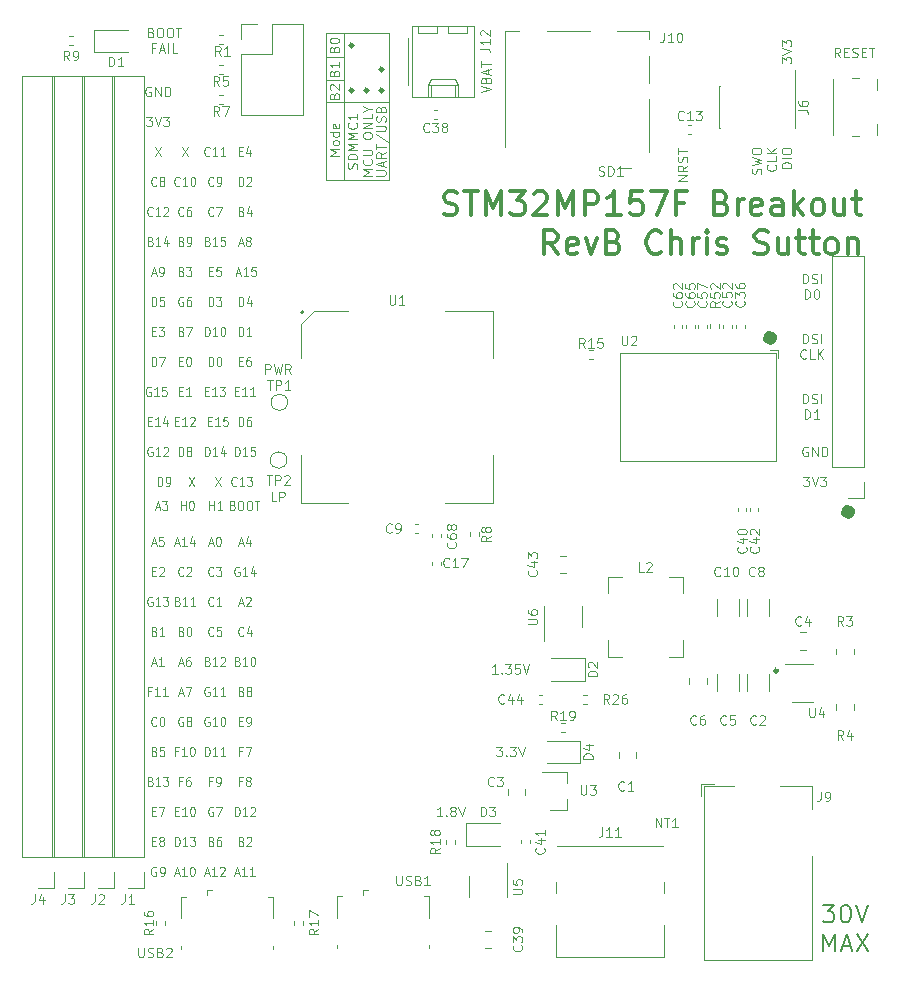
<source format=gbr>
%TF.GenerationSoftware,KiCad,Pcbnew,(5.1.8-0-10_14)*%
%TF.CreationDate,2021-04-06T01:22:42+01:00*%
%TF.ProjectId,STM32MP1_TestBoard_RevB,53544d33-324d-4503-915f-54657374426f,rev?*%
%TF.SameCoordinates,Original*%
%TF.FileFunction,Legend,Top*%
%TF.FilePolarity,Positive*%
%FSLAX46Y46*%
G04 Gerber Fmt 4.6, Leading zero omitted, Abs format (unit mm)*
G04 Created by KiCad (PCBNEW (5.1.8-0-10_14)) date 2021-04-06 01:22:42*
%MOMM*%
%LPD*%
G01*
G04 APERTURE LIST*
%ADD10C,0.100000*%
%ADD11C,0.120000*%
%ADD12C,0.300000*%
%ADD13C,0.200000*%
%ADD14C,1.000000*%
G04 APERTURE END LIST*
D10*
X149707619Y-110851904D02*
X149326666Y-110851904D01*
X149326666Y-110051904D01*
X149974285Y-110851904D02*
X149974285Y-110051904D01*
X150279047Y-110051904D01*
X150355238Y-110090000D01*
X150393333Y-110128095D01*
X150431428Y-110204285D01*
X150431428Y-110318571D01*
X150393333Y-110394761D01*
X150355238Y-110432857D01*
X150279047Y-110470952D01*
X149974285Y-110470952D01*
X148793333Y-100056904D02*
X148793333Y-99256904D01*
X149098095Y-99256904D01*
X149174285Y-99295000D01*
X149212380Y-99333095D01*
X149250476Y-99409285D01*
X149250476Y-99523571D01*
X149212380Y-99599761D01*
X149174285Y-99637857D01*
X149098095Y-99675952D01*
X148793333Y-99675952D01*
X149517142Y-99256904D02*
X149707619Y-100056904D01*
X149860000Y-99485476D01*
X150012380Y-100056904D01*
X150202857Y-99256904D01*
X150964761Y-100056904D02*
X150698095Y-99675952D01*
X150507619Y-100056904D02*
X150507619Y-99256904D01*
X150812380Y-99256904D01*
X150888571Y-99295000D01*
X150926666Y-99333095D01*
X150964761Y-99409285D01*
X150964761Y-99523571D01*
X150926666Y-99599761D01*
X150888571Y-99637857D01*
X150812380Y-99675952D01*
X150507619Y-99675952D01*
X168364047Y-131641904D02*
X168859285Y-131641904D01*
X168592619Y-131946666D01*
X168706904Y-131946666D01*
X168783095Y-131984761D01*
X168821190Y-132022857D01*
X168859285Y-132099047D01*
X168859285Y-132289523D01*
X168821190Y-132365714D01*
X168783095Y-132403809D01*
X168706904Y-132441904D01*
X168478333Y-132441904D01*
X168402142Y-132403809D01*
X168364047Y-132365714D01*
X169202142Y-132365714D02*
X169240238Y-132403809D01*
X169202142Y-132441904D01*
X169164047Y-132403809D01*
X169202142Y-132365714D01*
X169202142Y-132441904D01*
X169506904Y-131641904D02*
X170002142Y-131641904D01*
X169735476Y-131946666D01*
X169849761Y-131946666D01*
X169925952Y-131984761D01*
X169964047Y-132022857D01*
X170002142Y-132099047D01*
X170002142Y-132289523D01*
X169964047Y-132365714D01*
X169925952Y-132403809D01*
X169849761Y-132441904D01*
X169621190Y-132441904D01*
X169545000Y-132403809D01*
X169506904Y-132365714D01*
X170230714Y-131641904D02*
X170497380Y-132441904D01*
X170764047Y-131641904D01*
X168478333Y-125456904D02*
X168021190Y-125456904D01*
X168249761Y-125456904D02*
X168249761Y-124656904D01*
X168173571Y-124771190D01*
X168097380Y-124847380D01*
X168021190Y-124885476D01*
X168821190Y-125380714D02*
X168859285Y-125418809D01*
X168821190Y-125456904D01*
X168783095Y-125418809D01*
X168821190Y-125380714D01*
X168821190Y-125456904D01*
X169125952Y-124656904D02*
X169621190Y-124656904D01*
X169354523Y-124961666D01*
X169468809Y-124961666D01*
X169545000Y-124999761D01*
X169583095Y-125037857D01*
X169621190Y-125114047D01*
X169621190Y-125304523D01*
X169583095Y-125380714D01*
X169545000Y-125418809D01*
X169468809Y-125456904D01*
X169240238Y-125456904D01*
X169164047Y-125418809D01*
X169125952Y-125380714D01*
X170345000Y-124656904D02*
X169964047Y-124656904D01*
X169925952Y-125037857D01*
X169964047Y-124999761D01*
X170040238Y-124961666D01*
X170230714Y-124961666D01*
X170306904Y-124999761D01*
X170345000Y-125037857D01*
X170383095Y-125114047D01*
X170383095Y-125304523D01*
X170345000Y-125380714D01*
X170306904Y-125418809D01*
X170230714Y-125456904D01*
X170040238Y-125456904D01*
X169964047Y-125418809D01*
X169925952Y-125380714D01*
X170611666Y-124656904D02*
X170878333Y-125456904D01*
X171145000Y-124656904D01*
X163779285Y-137521904D02*
X163322142Y-137521904D01*
X163550714Y-137521904D02*
X163550714Y-136721904D01*
X163474523Y-136836190D01*
X163398333Y-136912380D01*
X163322142Y-136950476D01*
X164122142Y-137445714D02*
X164160238Y-137483809D01*
X164122142Y-137521904D01*
X164084047Y-137483809D01*
X164122142Y-137445714D01*
X164122142Y-137521904D01*
X164617380Y-137064761D02*
X164541190Y-137026666D01*
X164503095Y-136988571D01*
X164465000Y-136912380D01*
X164465000Y-136874285D01*
X164503095Y-136798095D01*
X164541190Y-136760000D01*
X164617380Y-136721904D01*
X164769761Y-136721904D01*
X164845952Y-136760000D01*
X164884047Y-136798095D01*
X164922142Y-136874285D01*
X164922142Y-136912380D01*
X164884047Y-136988571D01*
X164845952Y-137026666D01*
X164769761Y-137064761D01*
X164617380Y-137064761D01*
X164541190Y-137102857D01*
X164503095Y-137140952D01*
X164465000Y-137217142D01*
X164465000Y-137369523D01*
X164503095Y-137445714D01*
X164541190Y-137483809D01*
X164617380Y-137521904D01*
X164769761Y-137521904D01*
X164845952Y-137483809D01*
X164884047Y-137445714D01*
X164922142Y-137369523D01*
X164922142Y-137217142D01*
X164884047Y-137140952D01*
X164845952Y-137102857D01*
X164769761Y-137064761D01*
X165150714Y-136721904D02*
X165417380Y-137521904D01*
X165684047Y-136721904D01*
X167074904Y-76244285D02*
X167874904Y-75977619D01*
X167074904Y-75710952D01*
X167455857Y-75177619D02*
X167493952Y-75063333D01*
X167532047Y-75025238D01*
X167608238Y-74987142D01*
X167722523Y-74987142D01*
X167798714Y-75025238D01*
X167836809Y-75063333D01*
X167874904Y-75139523D01*
X167874904Y-75444285D01*
X167074904Y-75444285D01*
X167074904Y-75177619D01*
X167113000Y-75101428D01*
X167151095Y-75063333D01*
X167227285Y-75025238D01*
X167303476Y-75025238D01*
X167379666Y-75063333D01*
X167417761Y-75101428D01*
X167455857Y-75177619D01*
X167455857Y-75444285D01*
X167646333Y-74682380D02*
X167646333Y-74301428D01*
X167874904Y-74758571D02*
X167074904Y-74491904D01*
X167874904Y-74225238D01*
X167074904Y-74072857D02*
X167074904Y-73615714D01*
X167874904Y-73844285D02*
X167074904Y-73844285D01*
X144546666Y-108781904D02*
X145013333Y-109581904D01*
X145013333Y-108781904D02*
X144546666Y-109581904D01*
X141719333Y-80841904D02*
X142252666Y-81641904D01*
X142252666Y-80841904D02*
X141719333Y-81641904D01*
X139433333Y-80841904D02*
X139966666Y-81641904D01*
X139966666Y-80841904D02*
X139433333Y-81641904D01*
X139122285Y-71174857D02*
X139236571Y-71212952D01*
X139274666Y-71251047D01*
X139312761Y-71327238D01*
X139312761Y-71441523D01*
X139274666Y-71517714D01*
X139236571Y-71555809D01*
X139160380Y-71593904D01*
X138855619Y-71593904D01*
X138855619Y-70793904D01*
X139122285Y-70793904D01*
X139198476Y-70832000D01*
X139236571Y-70870095D01*
X139274666Y-70946285D01*
X139274666Y-71022476D01*
X139236571Y-71098666D01*
X139198476Y-71136761D01*
X139122285Y-71174857D01*
X138855619Y-71174857D01*
X139808000Y-70793904D02*
X139960380Y-70793904D01*
X140036571Y-70832000D01*
X140112761Y-70908190D01*
X140150857Y-71060571D01*
X140150857Y-71327238D01*
X140112761Y-71479619D01*
X140036571Y-71555809D01*
X139960380Y-71593904D01*
X139808000Y-71593904D01*
X139731809Y-71555809D01*
X139655619Y-71479619D01*
X139617523Y-71327238D01*
X139617523Y-71060571D01*
X139655619Y-70908190D01*
X139731809Y-70832000D01*
X139808000Y-70793904D01*
X140646095Y-70793904D02*
X140798476Y-70793904D01*
X140874666Y-70832000D01*
X140950857Y-70908190D01*
X140988952Y-71060571D01*
X140988952Y-71327238D01*
X140950857Y-71479619D01*
X140874666Y-71555809D01*
X140798476Y-71593904D01*
X140646095Y-71593904D01*
X140569904Y-71555809D01*
X140493714Y-71479619D01*
X140455619Y-71327238D01*
X140455619Y-71060571D01*
X140493714Y-70908190D01*
X140569904Y-70832000D01*
X140646095Y-70793904D01*
X141217523Y-70793904D02*
X141674666Y-70793904D01*
X141446095Y-71593904D02*
X141446095Y-70793904D01*
X139465142Y-72474857D02*
X139198476Y-72474857D01*
X139198476Y-72893904D02*
X139198476Y-72093904D01*
X139579428Y-72093904D01*
X139846095Y-72665333D02*
X140227047Y-72665333D01*
X139769904Y-72893904D02*
X140036571Y-72093904D01*
X140303238Y-72893904D01*
X140569904Y-72893904D02*
X140569904Y-72093904D01*
X141331809Y-72893904D02*
X140950857Y-72893904D01*
X140950857Y-72093904D01*
X194335523Y-108781904D02*
X194830761Y-108781904D01*
X194564095Y-109086666D01*
X194678380Y-109086666D01*
X194754571Y-109124761D01*
X194792666Y-109162857D01*
X194830761Y-109239047D01*
X194830761Y-109429523D01*
X194792666Y-109505714D01*
X194754571Y-109543809D01*
X194678380Y-109581904D01*
X194449809Y-109581904D01*
X194373619Y-109543809D01*
X194335523Y-109505714D01*
X195059333Y-108781904D02*
X195326000Y-109581904D01*
X195592666Y-108781904D01*
X195783142Y-108781904D02*
X196278380Y-108781904D01*
X196011714Y-109086666D01*
X196126000Y-109086666D01*
X196202190Y-109124761D01*
X196240285Y-109162857D01*
X196278380Y-109239047D01*
X196278380Y-109429523D01*
X196240285Y-109505714D01*
X196202190Y-109543809D01*
X196126000Y-109581904D01*
X195897428Y-109581904D01*
X195821238Y-109543809D01*
X195783142Y-109505714D01*
X194716476Y-106280000D02*
X194640285Y-106241904D01*
X194526000Y-106241904D01*
X194411714Y-106280000D01*
X194335523Y-106356190D01*
X194297428Y-106432380D01*
X194259333Y-106584761D01*
X194259333Y-106699047D01*
X194297428Y-106851428D01*
X194335523Y-106927619D01*
X194411714Y-107003809D01*
X194526000Y-107041904D01*
X194602190Y-107041904D01*
X194716476Y-107003809D01*
X194754571Y-106965714D01*
X194754571Y-106699047D01*
X194602190Y-106699047D01*
X195097428Y-107041904D02*
X195097428Y-106241904D01*
X195554571Y-107041904D01*
X195554571Y-106241904D01*
X195935523Y-107041904D02*
X195935523Y-106241904D01*
X196126000Y-106241904D01*
X196240285Y-106280000D01*
X196316476Y-106356190D01*
X196354571Y-106432380D01*
X196392666Y-106584761D01*
X196392666Y-106699047D01*
X196354571Y-106851428D01*
X196316476Y-106927619D01*
X196240285Y-107003809D01*
X196126000Y-107041904D01*
X195935523Y-107041904D01*
X194291047Y-102581904D02*
X194291047Y-101781904D01*
X194481523Y-101781904D01*
X194595809Y-101820000D01*
X194672000Y-101896190D01*
X194710095Y-101972380D01*
X194748190Y-102124761D01*
X194748190Y-102239047D01*
X194710095Y-102391428D01*
X194672000Y-102467619D01*
X194595809Y-102543809D01*
X194481523Y-102581904D01*
X194291047Y-102581904D01*
X195052952Y-102543809D02*
X195167238Y-102581904D01*
X195357714Y-102581904D01*
X195433904Y-102543809D01*
X195472000Y-102505714D01*
X195510095Y-102429523D01*
X195510095Y-102353333D01*
X195472000Y-102277142D01*
X195433904Y-102239047D01*
X195357714Y-102200952D01*
X195205333Y-102162857D01*
X195129142Y-102124761D01*
X195091047Y-102086666D01*
X195052952Y-102010476D01*
X195052952Y-101934285D01*
X195091047Y-101858095D01*
X195129142Y-101820000D01*
X195205333Y-101781904D01*
X195395809Y-101781904D01*
X195510095Y-101820000D01*
X195852952Y-102581904D02*
X195852952Y-101781904D01*
X194481523Y-103881904D02*
X194481523Y-103081904D01*
X194672000Y-103081904D01*
X194786285Y-103120000D01*
X194862476Y-103196190D01*
X194900571Y-103272380D01*
X194938666Y-103424761D01*
X194938666Y-103539047D01*
X194900571Y-103691428D01*
X194862476Y-103767619D01*
X194786285Y-103843809D01*
X194672000Y-103881904D01*
X194481523Y-103881904D01*
X195700571Y-103881904D02*
X195243428Y-103881904D01*
X195472000Y-103881904D02*
X195472000Y-103081904D01*
X195395809Y-103196190D01*
X195319619Y-103272380D01*
X195243428Y-103310476D01*
X194291047Y-97501904D02*
X194291047Y-96701904D01*
X194481523Y-96701904D01*
X194595809Y-96740000D01*
X194672000Y-96816190D01*
X194710095Y-96892380D01*
X194748190Y-97044761D01*
X194748190Y-97159047D01*
X194710095Y-97311428D01*
X194672000Y-97387619D01*
X194595809Y-97463809D01*
X194481523Y-97501904D01*
X194291047Y-97501904D01*
X195052952Y-97463809D02*
X195167238Y-97501904D01*
X195357714Y-97501904D01*
X195433904Y-97463809D01*
X195472000Y-97425714D01*
X195510095Y-97349523D01*
X195510095Y-97273333D01*
X195472000Y-97197142D01*
X195433904Y-97159047D01*
X195357714Y-97120952D01*
X195205333Y-97082857D01*
X195129142Y-97044761D01*
X195091047Y-97006666D01*
X195052952Y-96930476D01*
X195052952Y-96854285D01*
X195091047Y-96778095D01*
X195129142Y-96740000D01*
X195205333Y-96701904D01*
X195395809Y-96701904D01*
X195510095Y-96740000D01*
X195852952Y-97501904D02*
X195852952Y-96701904D01*
X194595809Y-98725714D02*
X194557714Y-98763809D01*
X194443428Y-98801904D01*
X194367238Y-98801904D01*
X194252952Y-98763809D01*
X194176761Y-98687619D01*
X194138666Y-98611428D01*
X194100571Y-98459047D01*
X194100571Y-98344761D01*
X194138666Y-98192380D01*
X194176761Y-98116190D01*
X194252952Y-98040000D01*
X194367238Y-98001904D01*
X194443428Y-98001904D01*
X194557714Y-98040000D01*
X194595809Y-98078095D01*
X195319619Y-98801904D02*
X194938666Y-98801904D01*
X194938666Y-98001904D01*
X195586285Y-98801904D02*
X195586285Y-98001904D01*
X196043428Y-98801904D02*
X195700571Y-98344761D01*
X196043428Y-98001904D02*
X195586285Y-98459047D01*
X194291047Y-92421904D02*
X194291047Y-91621904D01*
X194481523Y-91621904D01*
X194595809Y-91660000D01*
X194672000Y-91736190D01*
X194710095Y-91812380D01*
X194748190Y-91964761D01*
X194748190Y-92079047D01*
X194710095Y-92231428D01*
X194672000Y-92307619D01*
X194595809Y-92383809D01*
X194481523Y-92421904D01*
X194291047Y-92421904D01*
X195052952Y-92383809D02*
X195167238Y-92421904D01*
X195357714Y-92421904D01*
X195433904Y-92383809D01*
X195472000Y-92345714D01*
X195510095Y-92269523D01*
X195510095Y-92193333D01*
X195472000Y-92117142D01*
X195433904Y-92079047D01*
X195357714Y-92040952D01*
X195205333Y-92002857D01*
X195129142Y-91964761D01*
X195091047Y-91926666D01*
X195052952Y-91850476D01*
X195052952Y-91774285D01*
X195091047Y-91698095D01*
X195129142Y-91660000D01*
X195205333Y-91621904D01*
X195395809Y-91621904D01*
X195510095Y-91660000D01*
X195852952Y-92421904D02*
X195852952Y-91621904D01*
X194481523Y-93721904D02*
X194481523Y-92921904D01*
X194672000Y-92921904D01*
X194786285Y-92960000D01*
X194862476Y-93036190D01*
X194900571Y-93112380D01*
X194938666Y-93264761D01*
X194938666Y-93379047D01*
X194900571Y-93531428D01*
X194862476Y-93607619D01*
X194786285Y-93683809D01*
X194672000Y-93721904D01*
X194481523Y-93721904D01*
X195433904Y-92921904D02*
X195510095Y-92921904D01*
X195586285Y-92960000D01*
X195624380Y-92998095D01*
X195662476Y-93074285D01*
X195700571Y-93226666D01*
X195700571Y-93417142D01*
X195662476Y-93569523D01*
X195624380Y-93645714D01*
X195586285Y-93683809D01*
X195510095Y-93721904D01*
X195433904Y-93721904D01*
X195357714Y-93683809D01*
X195319619Y-93645714D01*
X195281523Y-93569523D01*
X195243428Y-93417142D01*
X195243428Y-93226666D01*
X195281523Y-93074285D01*
X195319619Y-92998095D01*
X195357714Y-92960000D01*
X195433904Y-92921904D01*
D11*
X155448000Y-73279000D02*
X153924000Y-73279000D01*
X153924000Y-75184000D02*
X155448000Y-75184000D01*
D10*
X155047904Y-81597333D02*
X154247904Y-81597333D01*
X154819333Y-81330666D01*
X154247904Y-81064000D01*
X155047904Y-81064000D01*
X155047904Y-80568761D02*
X155009809Y-80644952D01*
X154971714Y-80683047D01*
X154895523Y-80721142D01*
X154666952Y-80721142D01*
X154590761Y-80683047D01*
X154552666Y-80644952D01*
X154514571Y-80568761D01*
X154514571Y-80454476D01*
X154552666Y-80378285D01*
X154590761Y-80340190D01*
X154666952Y-80302095D01*
X154895523Y-80302095D01*
X154971714Y-80340190D01*
X155009809Y-80378285D01*
X155047904Y-80454476D01*
X155047904Y-80568761D01*
X155047904Y-79616380D02*
X154247904Y-79616380D01*
X155009809Y-79616380D02*
X155047904Y-79692571D01*
X155047904Y-79844952D01*
X155009809Y-79921142D01*
X154971714Y-79959238D01*
X154895523Y-79997333D01*
X154666952Y-79997333D01*
X154590761Y-79959238D01*
X154552666Y-79921142D01*
X154514571Y-79844952D01*
X154514571Y-79692571D01*
X154552666Y-79616380D01*
X155009809Y-78930666D02*
X155047904Y-79006857D01*
X155047904Y-79159238D01*
X155009809Y-79235428D01*
X154933619Y-79273523D01*
X154628857Y-79273523D01*
X154552666Y-79235428D01*
X154514571Y-79159238D01*
X154514571Y-79006857D01*
X154552666Y-78930666D01*
X154628857Y-78892571D01*
X154705047Y-78892571D01*
X154781238Y-79273523D01*
D11*
X155448000Y-83693000D02*
X155448000Y-77089000D01*
X155448000Y-77089000D02*
X155448000Y-71247000D01*
X153924000Y-83693000D02*
X159258000Y-83693000D01*
X153924000Y-71247000D02*
X153924000Y-83693000D01*
X159258000Y-71247000D02*
X153924000Y-71247000D01*
X159258000Y-83693000D02*
X159258000Y-71247000D01*
X153924000Y-77089000D02*
X159258000Y-77089000D01*
D10*
X158184904Y-83286238D02*
X158832523Y-83286238D01*
X158908714Y-83248142D01*
X158946809Y-83210047D01*
X158984904Y-83133857D01*
X158984904Y-82981476D01*
X158946809Y-82905285D01*
X158908714Y-82867190D01*
X158832523Y-82829095D01*
X158184904Y-82829095D01*
X158756333Y-82486238D02*
X158756333Y-82105285D01*
X158984904Y-82562428D02*
X158184904Y-82295761D01*
X158984904Y-82029095D01*
X158984904Y-81305285D02*
X158603952Y-81571952D01*
X158984904Y-81762428D02*
X158184904Y-81762428D01*
X158184904Y-81457666D01*
X158223000Y-81381476D01*
X158261095Y-81343380D01*
X158337285Y-81305285D01*
X158451571Y-81305285D01*
X158527761Y-81343380D01*
X158565857Y-81381476D01*
X158603952Y-81457666D01*
X158603952Y-81762428D01*
X158184904Y-81076714D02*
X158184904Y-80619571D01*
X158984904Y-80848142D02*
X158184904Y-80848142D01*
X158146809Y-79781476D02*
X159175380Y-80467190D01*
X158184904Y-79514809D02*
X158832523Y-79514809D01*
X158908714Y-79476714D01*
X158946809Y-79438619D01*
X158984904Y-79362428D01*
X158984904Y-79210047D01*
X158946809Y-79133857D01*
X158908714Y-79095761D01*
X158832523Y-79057666D01*
X158184904Y-79057666D01*
X158946809Y-78714809D02*
X158984904Y-78600523D01*
X158984904Y-78410047D01*
X158946809Y-78333857D01*
X158908714Y-78295761D01*
X158832523Y-78257666D01*
X158756333Y-78257666D01*
X158680142Y-78295761D01*
X158642047Y-78333857D01*
X158603952Y-78410047D01*
X158565857Y-78562428D01*
X158527761Y-78638619D01*
X158489666Y-78676714D01*
X158413476Y-78714809D01*
X158337285Y-78714809D01*
X158261095Y-78676714D01*
X158223000Y-78638619D01*
X158184904Y-78562428D01*
X158184904Y-78371952D01*
X158223000Y-78257666D01*
X158565857Y-77648142D02*
X158603952Y-77533857D01*
X158642047Y-77495761D01*
X158718238Y-77457666D01*
X158832523Y-77457666D01*
X158908714Y-77495761D01*
X158946809Y-77533857D01*
X158984904Y-77610047D01*
X158984904Y-77914809D01*
X158184904Y-77914809D01*
X158184904Y-77648142D01*
X158223000Y-77571952D01*
X158261095Y-77533857D01*
X158337285Y-77495761D01*
X158413476Y-77495761D01*
X158489666Y-77533857D01*
X158527761Y-77571952D01*
X158565857Y-77648142D01*
X158565857Y-77914809D01*
D12*
X158737300Y-74295000D02*
G75*
G03*
X158737300Y-74295000I-114300J0D01*
G01*
X158737300Y-76073000D02*
G75*
G03*
X158737300Y-76073000I-114300J0D01*
G01*
D10*
X157841904Y-83286238D02*
X157041904Y-83286238D01*
X157613333Y-83019571D01*
X157041904Y-82752904D01*
X157841904Y-82752904D01*
X157765714Y-81914809D02*
X157803809Y-81952904D01*
X157841904Y-82067190D01*
X157841904Y-82143380D01*
X157803809Y-82257666D01*
X157727619Y-82333857D01*
X157651428Y-82371952D01*
X157499047Y-82410047D01*
X157384761Y-82410047D01*
X157232380Y-82371952D01*
X157156190Y-82333857D01*
X157080000Y-82257666D01*
X157041904Y-82143380D01*
X157041904Y-82067190D01*
X157080000Y-81952904D01*
X157118095Y-81914809D01*
X157041904Y-81571952D02*
X157689523Y-81571952D01*
X157765714Y-81533857D01*
X157803809Y-81495761D01*
X157841904Y-81419571D01*
X157841904Y-81267190D01*
X157803809Y-81191000D01*
X157765714Y-81152904D01*
X157689523Y-81114809D01*
X157041904Y-81114809D01*
X157041904Y-79971952D02*
X157041904Y-79819571D01*
X157080000Y-79743380D01*
X157156190Y-79667190D01*
X157308571Y-79629095D01*
X157575238Y-79629095D01*
X157727619Y-79667190D01*
X157803809Y-79743380D01*
X157841904Y-79819571D01*
X157841904Y-79971952D01*
X157803809Y-80048142D01*
X157727619Y-80124333D01*
X157575238Y-80162428D01*
X157308571Y-80162428D01*
X157156190Y-80124333D01*
X157080000Y-80048142D01*
X157041904Y-79971952D01*
X157841904Y-79286238D02*
X157041904Y-79286238D01*
X157841904Y-78829095D01*
X157041904Y-78829095D01*
X157841904Y-78067190D02*
X157841904Y-78448142D01*
X157041904Y-78448142D01*
X157460952Y-77648142D02*
X157841904Y-77648142D01*
X157041904Y-77914809D02*
X157460952Y-77648142D01*
X157041904Y-77381476D01*
D12*
X157467300Y-76073000D02*
G75*
G03*
X157467300Y-76073000I-114300J0D01*
G01*
X156197300Y-72263000D02*
G75*
G03*
X156197300Y-72263000I-114300J0D01*
G01*
X156197300Y-76073000D02*
G75*
G03*
X156197300Y-76073000I-114300J0D01*
G01*
D10*
X156533809Y-82714809D02*
X156571904Y-82600523D01*
X156571904Y-82410047D01*
X156533809Y-82333857D01*
X156495714Y-82295761D01*
X156419523Y-82257666D01*
X156343333Y-82257666D01*
X156267142Y-82295761D01*
X156229047Y-82333857D01*
X156190952Y-82410047D01*
X156152857Y-82562428D01*
X156114761Y-82638619D01*
X156076666Y-82676714D01*
X156000476Y-82714809D01*
X155924285Y-82714809D01*
X155848095Y-82676714D01*
X155810000Y-82638619D01*
X155771904Y-82562428D01*
X155771904Y-82371952D01*
X155810000Y-82257666D01*
X156571904Y-81914809D02*
X155771904Y-81914809D01*
X155771904Y-81724333D01*
X155810000Y-81610047D01*
X155886190Y-81533857D01*
X155962380Y-81495761D01*
X156114761Y-81457666D01*
X156229047Y-81457666D01*
X156381428Y-81495761D01*
X156457619Y-81533857D01*
X156533809Y-81610047D01*
X156571904Y-81724333D01*
X156571904Y-81914809D01*
X156571904Y-81114809D02*
X155771904Y-81114809D01*
X156343333Y-80848142D01*
X155771904Y-80581476D01*
X156571904Y-80581476D01*
X156571904Y-80200523D02*
X155771904Y-80200523D01*
X156343333Y-79933857D01*
X155771904Y-79667190D01*
X156571904Y-79667190D01*
X156495714Y-78829095D02*
X156533809Y-78867190D01*
X156571904Y-78981476D01*
X156571904Y-79057666D01*
X156533809Y-79171952D01*
X156457619Y-79248142D01*
X156381428Y-79286238D01*
X156229047Y-79324333D01*
X156114761Y-79324333D01*
X155962380Y-79286238D01*
X155886190Y-79248142D01*
X155810000Y-79171952D01*
X155771904Y-79057666D01*
X155771904Y-78981476D01*
X155810000Y-78867190D01*
X155848095Y-78829095D01*
X156571904Y-78067190D02*
X156571904Y-78524333D01*
X156571904Y-78295761D02*
X155771904Y-78295761D01*
X155886190Y-78371952D01*
X155962380Y-78448142D01*
X156000476Y-78524333D01*
X154628857Y-72586809D02*
X154666952Y-72472523D01*
X154705047Y-72434428D01*
X154781238Y-72396333D01*
X154895523Y-72396333D01*
X154971714Y-72434428D01*
X155009809Y-72472523D01*
X155047904Y-72548714D01*
X155047904Y-72853476D01*
X154247904Y-72853476D01*
X154247904Y-72586809D01*
X154286000Y-72510619D01*
X154324095Y-72472523D01*
X154400285Y-72434428D01*
X154476476Y-72434428D01*
X154552666Y-72472523D01*
X154590761Y-72510619D01*
X154628857Y-72586809D01*
X154628857Y-72853476D01*
X154247904Y-71901095D02*
X154247904Y-71824904D01*
X154286000Y-71748714D01*
X154324095Y-71710619D01*
X154400285Y-71672523D01*
X154552666Y-71634428D01*
X154743142Y-71634428D01*
X154895523Y-71672523D01*
X154971714Y-71710619D01*
X155009809Y-71748714D01*
X155047904Y-71824904D01*
X155047904Y-71901095D01*
X155009809Y-71977285D01*
X154971714Y-72015380D01*
X154895523Y-72053476D01*
X154743142Y-72091571D01*
X154552666Y-72091571D01*
X154400285Y-72053476D01*
X154324095Y-72015380D01*
X154286000Y-71977285D01*
X154247904Y-71901095D01*
X154628857Y-74618809D02*
X154666952Y-74504523D01*
X154705047Y-74466428D01*
X154781238Y-74428333D01*
X154895523Y-74428333D01*
X154971714Y-74466428D01*
X155009809Y-74504523D01*
X155047904Y-74580714D01*
X155047904Y-74885476D01*
X154247904Y-74885476D01*
X154247904Y-74618809D01*
X154286000Y-74542619D01*
X154324095Y-74504523D01*
X154400285Y-74466428D01*
X154476476Y-74466428D01*
X154552666Y-74504523D01*
X154590761Y-74542619D01*
X154628857Y-74618809D01*
X154628857Y-74885476D01*
X155047904Y-73666428D02*
X155047904Y-74123571D01*
X155047904Y-73895000D02*
X154247904Y-73895000D01*
X154362190Y-73971190D01*
X154438380Y-74047380D01*
X154476476Y-74123571D01*
X154628857Y-76523809D02*
X154666952Y-76409523D01*
X154705047Y-76371428D01*
X154781238Y-76333333D01*
X154895523Y-76333333D01*
X154971714Y-76371428D01*
X155009809Y-76409523D01*
X155047904Y-76485714D01*
X155047904Y-76790476D01*
X154247904Y-76790476D01*
X154247904Y-76523809D01*
X154286000Y-76447619D01*
X154324095Y-76409523D01*
X154400285Y-76371428D01*
X154476476Y-76371428D01*
X154552666Y-76409523D01*
X154590761Y-76447619D01*
X154628857Y-76523809D01*
X154628857Y-76790476D01*
X154324095Y-76028571D02*
X154286000Y-75990476D01*
X154247904Y-75914285D01*
X154247904Y-75723809D01*
X154286000Y-75647619D01*
X154324095Y-75609523D01*
X154400285Y-75571428D01*
X154476476Y-75571428D01*
X154590761Y-75609523D01*
X155047904Y-76066666D01*
X155047904Y-75571428D01*
X138055523Y-148659904D02*
X138055523Y-149307523D01*
X138093619Y-149383714D01*
X138131714Y-149421809D01*
X138207904Y-149459904D01*
X138360285Y-149459904D01*
X138436476Y-149421809D01*
X138474571Y-149383714D01*
X138512666Y-149307523D01*
X138512666Y-148659904D01*
X138855523Y-149421809D02*
X138969809Y-149459904D01*
X139160285Y-149459904D01*
X139236476Y-149421809D01*
X139274571Y-149383714D01*
X139312666Y-149307523D01*
X139312666Y-149231333D01*
X139274571Y-149155142D01*
X139236476Y-149117047D01*
X139160285Y-149078952D01*
X139007904Y-149040857D01*
X138931714Y-149002761D01*
X138893619Y-148964666D01*
X138855523Y-148888476D01*
X138855523Y-148812285D01*
X138893619Y-148736095D01*
X138931714Y-148698000D01*
X139007904Y-148659904D01*
X139198380Y-148659904D01*
X139312666Y-148698000D01*
X139922190Y-149040857D02*
X140036476Y-149078952D01*
X140074571Y-149117047D01*
X140112666Y-149193238D01*
X140112666Y-149307523D01*
X140074571Y-149383714D01*
X140036476Y-149421809D01*
X139960285Y-149459904D01*
X139655523Y-149459904D01*
X139655523Y-148659904D01*
X139922190Y-148659904D01*
X139998380Y-148698000D01*
X140036476Y-148736095D01*
X140074571Y-148812285D01*
X140074571Y-148888476D01*
X140036476Y-148964666D01*
X139998380Y-149002761D01*
X139922190Y-149040857D01*
X139655523Y-149040857D01*
X140417428Y-148736095D02*
X140455523Y-148698000D01*
X140531714Y-148659904D01*
X140722190Y-148659904D01*
X140798380Y-148698000D01*
X140836476Y-148736095D01*
X140874571Y-148812285D01*
X140874571Y-148888476D01*
X140836476Y-149002761D01*
X140379333Y-149459904D01*
X140874571Y-149459904D01*
X159899523Y-142563904D02*
X159899523Y-143211523D01*
X159937619Y-143287714D01*
X159975714Y-143325809D01*
X160051904Y-143363904D01*
X160204285Y-143363904D01*
X160280476Y-143325809D01*
X160318571Y-143287714D01*
X160356666Y-143211523D01*
X160356666Y-142563904D01*
X160699523Y-143325809D02*
X160813809Y-143363904D01*
X161004285Y-143363904D01*
X161080476Y-143325809D01*
X161118571Y-143287714D01*
X161156666Y-143211523D01*
X161156666Y-143135333D01*
X161118571Y-143059142D01*
X161080476Y-143021047D01*
X161004285Y-142982952D01*
X160851904Y-142944857D01*
X160775714Y-142906761D01*
X160737619Y-142868666D01*
X160699523Y-142792476D01*
X160699523Y-142716285D01*
X160737619Y-142640095D01*
X160775714Y-142602000D01*
X160851904Y-142563904D01*
X161042380Y-142563904D01*
X161156666Y-142602000D01*
X161766190Y-142944857D02*
X161880476Y-142982952D01*
X161918571Y-143021047D01*
X161956666Y-143097238D01*
X161956666Y-143211523D01*
X161918571Y-143287714D01*
X161880476Y-143325809D01*
X161804285Y-143363904D01*
X161499523Y-143363904D01*
X161499523Y-142563904D01*
X161766190Y-142563904D01*
X161842380Y-142602000D01*
X161880476Y-142640095D01*
X161918571Y-142716285D01*
X161918571Y-142792476D01*
X161880476Y-142868666D01*
X161842380Y-142906761D01*
X161766190Y-142944857D01*
X161499523Y-142944857D01*
X162718571Y-143363904D02*
X162261428Y-143363904D01*
X162490000Y-143363904D02*
X162490000Y-142563904D01*
X162413809Y-142678190D01*
X162337619Y-142754380D01*
X162261428Y-142792476D01*
X139090476Y-75800000D02*
X139014285Y-75761904D01*
X138900000Y-75761904D01*
X138785714Y-75800000D01*
X138709523Y-75876190D01*
X138671428Y-75952380D01*
X138633333Y-76104761D01*
X138633333Y-76219047D01*
X138671428Y-76371428D01*
X138709523Y-76447619D01*
X138785714Y-76523809D01*
X138900000Y-76561904D01*
X138976190Y-76561904D01*
X139090476Y-76523809D01*
X139128571Y-76485714D01*
X139128571Y-76219047D01*
X138976190Y-76219047D01*
X139471428Y-76561904D02*
X139471428Y-75761904D01*
X139928571Y-76561904D01*
X139928571Y-75761904D01*
X140309523Y-76561904D02*
X140309523Y-75761904D01*
X140500000Y-75761904D01*
X140614285Y-75800000D01*
X140690476Y-75876190D01*
X140728571Y-75952380D01*
X140766666Y-76104761D01*
X140766666Y-76219047D01*
X140728571Y-76371428D01*
X140690476Y-76447619D01*
X140614285Y-76523809D01*
X140500000Y-76561904D01*
X140309523Y-76561904D01*
X138709523Y-78301904D02*
X139204761Y-78301904D01*
X138938095Y-78606666D01*
X139052380Y-78606666D01*
X139128571Y-78644761D01*
X139166666Y-78682857D01*
X139204761Y-78759047D01*
X139204761Y-78949523D01*
X139166666Y-79025714D01*
X139128571Y-79063809D01*
X139052380Y-79101904D01*
X138823809Y-79101904D01*
X138747619Y-79063809D01*
X138709523Y-79025714D01*
X139433333Y-78301904D02*
X139700000Y-79101904D01*
X139966666Y-78301904D01*
X140157142Y-78301904D02*
X140652380Y-78301904D01*
X140385714Y-78606666D01*
X140500000Y-78606666D01*
X140576190Y-78644761D01*
X140614285Y-78682857D01*
X140652380Y-78759047D01*
X140652380Y-78949523D01*
X140614285Y-79025714D01*
X140576190Y-79063809D01*
X140500000Y-79101904D01*
X140271428Y-79101904D01*
X140195238Y-79063809D01*
X140157142Y-79025714D01*
X177044476Y-83254809D02*
X177158761Y-83292904D01*
X177349238Y-83292904D01*
X177425428Y-83254809D01*
X177463523Y-83216714D01*
X177501619Y-83140523D01*
X177501619Y-83064333D01*
X177463523Y-82988142D01*
X177425428Y-82950047D01*
X177349238Y-82911952D01*
X177196857Y-82873857D01*
X177120666Y-82835761D01*
X177082571Y-82797666D01*
X177044476Y-82721476D01*
X177044476Y-82645285D01*
X177082571Y-82569095D01*
X177120666Y-82531000D01*
X177196857Y-82492904D01*
X177387333Y-82492904D01*
X177501619Y-82531000D01*
X177844476Y-83292904D02*
X177844476Y-82492904D01*
X178034952Y-82492904D01*
X178149238Y-82531000D01*
X178225428Y-82607190D01*
X178263523Y-82683380D01*
X178301619Y-82835761D01*
X178301619Y-82950047D01*
X178263523Y-83102428D01*
X178225428Y-83178619D01*
X178149238Y-83254809D01*
X178034952Y-83292904D01*
X177844476Y-83292904D01*
X179063523Y-83292904D02*
X178606380Y-83292904D01*
X178834952Y-83292904D02*
X178834952Y-82492904D01*
X178758761Y-82607190D01*
X178682571Y-82683380D01*
X178606380Y-82721476D01*
X192538404Y-73761476D02*
X192538404Y-73266238D01*
X192843166Y-73532904D01*
X192843166Y-73418619D01*
X192881261Y-73342428D01*
X192919357Y-73304333D01*
X192995547Y-73266238D01*
X193186023Y-73266238D01*
X193262214Y-73304333D01*
X193300309Y-73342428D01*
X193338404Y-73418619D01*
X193338404Y-73647190D01*
X193300309Y-73723380D01*
X193262214Y-73761476D01*
X192538404Y-73037666D02*
X193338404Y-72771000D01*
X192538404Y-72504333D01*
X192538404Y-72313857D02*
X192538404Y-71818619D01*
X192843166Y-72085285D01*
X192843166Y-71971000D01*
X192881261Y-71894809D01*
X192919357Y-71856714D01*
X192995547Y-71818619D01*
X193186023Y-71818619D01*
X193262214Y-71856714D01*
X193300309Y-71894809D01*
X193338404Y-71971000D01*
X193338404Y-72199571D01*
X193300309Y-72275761D01*
X193262214Y-72313857D01*
X184511904Y-83737285D02*
X183711904Y-83737285D01*
X184511904Y-83280142D01*
X183711904Y-83280142D01*
X184511904Y-82442047D02*
X184130952Y-82708714D01*
X184511904Y-82899190D02*
X183711904Y-82899190D01*
X183711904Y-82594428D01*
X183750000Y-82518238D01*
X183788095Y-82480142D01*
X183864285Y-82442047D01*
X183978571Y-82442047D01*
X184054761Y-82480142D01*
X184092857Y-82518238D01*
X184130952Y-82594428D01*
X184130952Y-82899190D01*
X184473809Y-82137285D02*
X184511904Y-82023000D01*
X184511904Y-81832523D01*
X184473809Y-81756333D01*
X184435714Y-81718238D01*
X184359523Y-81680142D01*
X184283333Y-81680142D01*
X184207142Y-81718238D01*
X184169047Y-81756333D01*
X184130952Y-81832523D01*
X184092857Y-81984904D01*
X184054761Y-82061095D01*
X184016666Y-82099190D01*
X183940476Y-82137285D01*
X183864285Y-82137285D01*
X183788095Y-82099190D01*
X183750000Y-82061095D01*
X183711904Y-81984904D01*
X183711904Y-81794428D01*
X183750000Y-81680142D01*
X183711904Y-81451571D02*
X183711904Y-80994428D01*
X184511904Y-81223000D02*
X183711904Y-81223000D01*
X193338404Y-82607047D02*
X192538404Y-82607047D01*
X192538404Y-82416571D01*
X192576500Y-82302285D01*
X192652690Y-82226095D01*
X192728880Y-82188000D01*
X192881261Y-82149904D01*
X192995547Y-82149904D01*
X193147928Y-82188000D01*
X193224119Y-82226095D01*
X193300309Y-82302285D01*
X193338404Y-82416571D01*
X193338404Y-82607047D01*
X193338404Y-81807047D02*
X192538404Y-81807047D01*
X192538404Y-81273714D02*
X192538404Y-81121333D01*
X192576500Y-81045142D01*
X192652690Y-80968952D01*
X192805071Y-80930857D01*
X193071738Y-80930857D01*
X193224119Y-80968952D01*
X193300309Y-81045142D01*
X193338404Y-81121333D01*
X193338404Y-81273714D01*
X193300309Y-81349904D01*
X193224119Y-81426095D01*
X193071738Y-81464190D01*
X192805071Y-81464190D01*
X192652690Y-81426095D01*
X192576500Y-81349904D01*
X192538404Y-81273714D01*
X191992214Y-82391190D02*
X192030309Y-82429285D01*
X192068404Y-82543571D01*
X192068404Y-82619761D01*
X192030309Y-82734047D01*
X191954119Y-82810238D01*
X191877928Y-82848333D01*
X191725547Y-82886428D01*
X191611261Y-82886428D01*
X191458880Y-82848333D01*
X191382690Y-82810238D01*
X191306500Y-82734047D01*
X191268404Y-82619761D01*
X191268404Y-82543571D01*
X191306500Y-82429285D01*
X191344595Y-82391190D01*
X192068404Y-81667380D02*
X192068404Y-82048333D01*
X191268404Y-82048333D01*
X192068404Y-81400714D02*
X191268404Y-81400714D01*
X192068404Y-80943571D02*
X191611261Y-81286428D01*
X191268404Y-80943571D02*
X191725547Y-81400714D01*
X190760309Y-83146761D02*
X190798404Y-83032476D01*
X190798404Y-82842000D01*
X190760309Y-82765809D01*
X190722214Y-82727714D01*
X190646023Y-82689619D01*
X190569833Y-82689619D01*
X190493642Y-82727714D01*
X190455547Y-82765809D01*
X190417452Y-82842000D01*
X190379357Y-82994380D01*
X190341261Y-83070571D01*
X190303166Y-83108666D01*
X190226976Y-83146761D01*
X190150785Y-83146761D01*
X190074595Y-83108666D01*
X190036500Y-83070571D01*
X189998404Y-82994380D01*
X189998404Y-82803904D01*
X190036500Y-82689619D01*
X189998404Y-82422952D02*
X190798404Y-82232476D01*
X190226976Y-82080095D01*
X190798404Y-81927714D01*
X189998404Y-81737238D01*
X189998404Y-81280095D02*
X189998404Y-81127714D01*
X190036500Y-81051523D01*
X190112690Y-80975333D01*
X190265071Y-80937238D01*
X190531738Y-80937238D01*
X190684119Y-80975333D01*
X190760309Y-81051523D01*
X190798404Y-81127714D01*
X190798404Y-81280095D01*
X190760309Y-81356285D01*
X190684119Y-81432476D01*
X190531738Y-81470571D01*
X190265071Y-81470571D01*
X190112690Y-81432476D01*
X190036500Y-81356285D01*
X189998404Y-81280095D01*
D13*
X196008857Y-145019571D02*
X196937428Y-145019571D01*
X196437428Y-145591000D01*
X196651714Y-145591000D01*
X196794571Y-145662428D01*
X196866000Y-145733857D01*
X196937428Y-145876714D01*
X196937428Y-146233857D01*
X196866000Y-146376714D01*
X196794571Y-146448142D01*
X196651714Y-146519571D01*
X196223142Y-146519571D01*
X196080285Y-146448142D01*
X196008857Y-146376714D01*
X197866000Y-145019571D02*
X198008857Y-145019571D01*
X198151714Y-145091000D01*
X198223142Y-145162428D01*
X198294571Y-145305285D01*
X198366000Y-145591000D01*
X198366000Y-145948142D01*
X198294571Y-146233857D01*
X198223142Y-146376714D01*
X198151714Y-146448142D01*
X198008857Y-146519571D01*
X197866000Y-146519571D01*
X197723142Y-146448142D01*
X197651714Y-146376714D01*
X197580285Y-146233857D01*
X197508857Y-145948142D01*
X197508857Y-145591000D01*
X197580285Y-145305285D01*
X197651714Y-145162428D01*
X197723142Y-145091000D01*
X197866000Y-145019571D01*
X198794571Y-145019571D02*
X199294571Y-146519571D01*
X199794571Y-145019571D01*
X196008857Y-148969571D02*
X196008857Y-147469571D01*
X196508857Y-148541000D01*
X197008857Y-147469571D01*
X197008857Y-148969571D01*
X197651714Y-148541000D02*
X198366000Y-148541000D01*
X197508857Y-148969571D02*
X198008857Y-147469571D01*
X198508857Y-148969571D01*
X198866000Y-147469571D02*
X199866000Y-148969571D01*
X199866000Y-147469571D02*
X198866000Y-148969571D01*
D10*
X197466095Y-73259904D02*
X197199428Y-72878952D01*
X197008952Y-73259904D02*
X197008952Y-72459904D01*
X197313714Y-72459904D01*
X197389904Y-72498000D01*
X197428000Y-72536095D01*
X197466095Y-72612285D01*
X197466095Y-72726571D01*
X197428000Y-72802761D01*
X197389904Y-72840857D01*
X197313714Y-72878952D01*
X197008952Y-72878952D01*
X197808952Y-72840857D02*
X198075619Y-72840857D01*
X198189904Y-73259904D02*
X197808952Y-73259904D01*
X197808952Y-72459904D01*
X198189904Y-72459904D01*
X198494666Y-73221809D02*
X198608952Y-73259904D01*
X198799428Y-73259904D01*
X198875619Y-73221809D01*
X198913714Y-73183714D01*
X198951809Y-73107523D01*
X198951809Y-73031333D01*
X198913714Y-72955142D01*
X198875619Y-72917047D01*
X198799428Y-72878952D01*
X198647047Y-72840857D01*
X198570857Y-72802761D01*
X198532761Y-72764666D01*
X198494666Y-72688476D01*
X198494666Y-72612285D01*
X198532761Y-72536095D01*
X198570857Y-72498000D01*
X198647047Y-72459904D01*
X198837523Y-72459904D01*
X198951809Y-72498000D01*
X199294666Y-72840857D02*
X199561333Y-72840857D01*
X199675619Y-73259904D02*
X199294666Y-73259904D01*
X199294666Y-72459904D01*
X199675619Y-72459904D01*
X199904190Y-72459904D02*
X200361333Y-72459904D01*
X200132761Y-73259904D02*
X200132761Y-72459904D01*
D12*
X163925190Y-86535523D02*
X164210904Y-86630761D01*
X164687095Y-86630761D01*
X164877571Y-86535523D01*
X164972809Y-86440285D01*
X165068047Y-86249809D01*
X165068047Y-86059333D01*
X164972809Y-85868857D01*
X164877571Y-85773619D01*
X164687095Y-85678380D01*
X164306142Y-85583142D01*
X164115666Y-85487904D01*
X164020428Y-85392666D01*
X163925190Y-85202190D01*
X163925190Y-85011714D01*
X164020428Y-84821238D01*
X164115666Y-84726000D01*
X164306142Y-84630761D01*
X164782333Y-84630761D01*
X165068047Y-84726000D01*
X165639476Y-84630761D02*
X166782333Y-84630761D01*
X166210904Y-86630761D02*
X166210904Y-84630761D01*
X167449000Y-86630761D02*
X167449000Y-84630761D01*
X168115666Y-86059333D01*
X168782333Y-84630761D01*
X168782333Y-86630761D01*
X169544238Y-84630761D02*
X170782333Y-84630761D01*
X170115666Y-85392666D01*
X170401380Y-85392666D01*
X170591857Y-85487904D01*
X170687095Y-85583142D01*
X170782333Y-85773619D01*
X170782333Y-86249809D01*
X170687095Y-86440285D01*
X170591857Y-86535523D01*
X170401380Y-86630761D01*
X169829952Y-86630761D01*
X169639476Y-86535523D01*
X169544238Y-86440285D01*
X171544238Y-84821238D02*
X171639476Y-84726000D01*
X171829952Y-84630761D01*
X172306142Y-84630761D01*
X172496619Y-84726000D01*
X172591857Y-84821238D01*
X172687095Y-85011714D01*
X172687095Y-85202190D01*
X172591857Y-85487904D01*
X171449000Y-86630761D01*
X172687095Y-86630761D01*
X173544238Y-86630761D02*
X173544238Y-84630761D01*
X174210904Y-86059333D01*
X174877571Y-84630761D01*
X174877571Y-86630761D01*
X175829952Y-86630761D02*
X175829952Y-84630761D01*
X176591857Y-84630761D01*
X176782333Y-84726000D01*
X176877571Y-84821238D01*
X176972809Y-85011714D01*
X176972809Y-85297428D01*
X176877571Y-85487904D01*
X176782333Y-85583142D01*
X176591857Y-85678380D01*
X175829952Y-85678380D01*
X178877571Y-86630761D02*
X177734714Y-86630761D01*
X178306142Y-86630761D02*
X178306142Y-84630761D01*
X178115666Y-84916476D01*
X177925190Y-85106952D01*
X177734714Y-85202190D01*
X180687095Y-84630761D02*
X179734714Y-84630761D01*
X179639476Y-85583142D01*
X179734714Y-85487904D01*
X179925190Y-85392666D01*
X180401380Y-85392666D01*
X180591857Y-85487904D01*
X180687095Y-85583142D01*
X180782333Y-85773619D01*
X180782333Y-86249809D01*
X180687095Y-86440285D01*
X180591857Y-86535523D01*
X180401380Y-86630761D01*
X179925190Y-86630761D01*
X179734714Y-86535523D01*
X179639476Y-86440285D01*
X181449000Y-84630761D02*
X182782333Y-84630761D01*
X181925190Y-86630761D01*
X184210904Y-85583142D02*
X183544238Y-85583142D01*
X183544238Y-86630761D02*
X183544238Y-84630761D01*
X184496619Y-84630761D01*
X187449000Y-85583142D02*
X187734714Y-85678380D01*
X187829952Y-85773619D01*
X187925190Y-85964095D01*
X187925190Y-86249809D01*
X187829952Y-86440285D01*
X187734714Y-86535523D01*
X187544238Y-86630761D01*
X186782333Y-86630761D01*
X186782333Y-84630761D01*
X187449000Y-84630761D01*
X187639476Y-84726000D01*
X187734714Y-84821238D01*
X187829952Y-85011714D01*
X187829952Y-85202190D01*
X187734714Y-85392666D01*
X187639476Y-85487904D01*
X187449000Y-85583142D01*
X186782333Y-85583142D01*
X188782333Y-86630761D02*
X188782333Y-85297428D01*
X188782333Y-85678380D02*
X188877571Y-85487904D01*
X188972809Y-85392666D01*
X189163285Y-85297428D01*
X189353761Y-85297428D01*
X190782333Y-86535523D02*
X190591857Y-86630761D01*
X190210904Y-86630761D01*
X190020428Y-86535523D01*
X189925190Y-86345047D01*
X189925190Y-85583142D01*
X190020428Y-85392666D01*
X190210904Y-85297428D01*
X190591857Y-85297428D01*
X190782333Y-85392666D01*
X190877571Y-85583142D01*
X190877571Y-85773619D01*
X189925190Y-85964095D01*
X192591857Y-86630761D02*
X192591857Y-85583142D01*
X192496619Y-85392666D01*
X192306142Y-85297428D01*
X191925190Y-85297428D01*
X191734714Y-85392666D01*
X192591857Y-86535523D02*
X192401380Y-86630761D01*
X191925190Y-86630761D01*
X191734714Y-86535523D01*
X191639476Y-86345047D01*
X191639476Y-86154571D01*
X191734714Y-85964095D01*
X191925190Y-85868857D01*
X192401380Y-85868857D01*
X192591857Y-85773619D01*
X193544238Y-86630761D02*
X193544238Y-84630761D01*
X193734714Y-85868857D02*
X194306142Y-86630761D01*
X194306142Y-85297428D02*
X193544238Y-86059333D01*
X195449000Y-86630761D02*
X195258523Y-86535523D01*
X195163285Y-86440285D01*
X195068047Y-86249809D01*
X195068047Y-85678380D01*
X195163285Y-85487904D01*
X195258523Y-85392666D01*
X195449000Y-85297428D01*
X195734714Y-85297428D01*
X195925190Y-85392666D01*
X196020428Y-85487904D01*
X196115666Y-85678380D01*
X196115666Y-86249809D01*
X196020428Y-86440285D01*
X195925190Y-86535523D01*
X195734714Y-86630761D01*
X195449000Y-86630761D01*
X197829952Y-85297428D02*
X197829952Y-86630761D01*
X196972809Y-85297428D02*
X196972809Y-86345047D01*
X197068047Y-86535523D01*
X197258523Y-86630761D01*
X197544238Y-86630761D01*
X197734714Y-86535523D01*
X197829952Y-86440285D01*
X198496619Y-85297428D02*
X199258523Y-85297428D01*
X198782333Y-84630761D02*
X198782333Y-86345047D01*
X198877571Y-86535523D01*
X199068047Y-86630761D01*
X199258523Y-86630761D01*
X173544238Y-89930761D02*
X172877571Y-88978380D01*
X172401380Y-89930761D02*
X172401380Y-87930761D01*
X173163285Y-87930761D01*
X173353761Y-88026000D01*
X173449000Y-88121238D01*
X173544238Y-88311714D01*
X173544238Y-88597428D01*
X173449000Y-88787904D01*
X173353761Y-88883142D01*
X173163285Y-88978380D01*
X172401380Y-88978380D01*
X175163285Y-89835523D02*
X174972809Y-89930761D01*
X174591857Y-89930761D01*
X174401380Y-89835523D01*
X174306142Y-89645047D01*
X174306142Y-88883142D01*
X174401380Y-88692666D01*
X174591857Y-88597428D01*
X174972809Y-88597428D01*
X175163285Y-88692666D01*
X175258523Y-88883142D01*
X175258523Y-89073619D01*
X174306142Y-89264095D01*
X175925190Y-88597428D02*
X176401380Y-89930761D01*
X176877571Y-88597428D01*
X178306142Y-88883142D02*
X178591857Y-88978380D01*
X178687095Y-89073619D01*
X178782333Y-89264095D01*
X178782333Y-89549809D01*
X178687095Y-89740285D01*
X178591857Y-89835523D01*
X178401380Y-89930761D01*
X177639476Y-89930761D01*
X177639476Y-87930761D01*
X178306142Y-87930761D01*
X178496619Y-88026000D01*
X178591857Y-88121238D01*
X178687095Y-88311714D01*
X178687095Y-88502190D01*
X178591857Y-88692666D01*
X178496619Y-88787904D01*
X178306142Y-88883142D01*
X177639476Y-88883142D01*
X182306142Y-89740285D02*
X182210904Y-89835523D01*
X181925190Y-89930761D01*
X181734714Y-89930761D01*
X181449000Y-89835523D01*
X181258523Y-89645047D01*
X181163285Y-89454571D01*
X181068047Y-89073619D01*
X181068047Y-88787904D01*
X181163285Y-88406952D01*
X181258523Y-88216476D01*
X181449000Y-88026000D01*
X181734714Y-87930761D01*
X181925190Y-87930761D01*
X182210904Y-88026000D01*
X182306142Y-88121238D01*
X183163285Y-89930761D02*
X183163285Y-87930761D01*
X184020428Y-89930761D02*
X184020428Y-88883142D01*
X183925190Y-88692666D01*
X183734714Y-88597428D01*
X183449000Y-88597428D01*
X183258523Y-88692666D01*
X183163285Y-88787904D01*
X184972809Y-89930761D02*
X184972809Y-88597428D01*
X184972809Y-88978380D02*
X185068047Y-88787904D01*
X185163285Y-88692666D01*
X185353761Y-88597428D01*
X185544238Y-88597428D01*
X186210904Y-89930761D02*
X186210904Y-88597428D01*
X186210904Y-87930761D02*
X186115666Y-88026000D01*
X186210904Y-88121238D01*
X186306142Y-88026000D01*
X186210904Y-87930761D01*
X186210904Y-88121238D01*
X187068047Y-89835523D02*
X187258523Y-89930761D01*
X187639476Y-89930761D01*
X187829952Y-89835523D01*
X187925190Y-89645047D01*
X187925190Y-89549809D01*
X187829952Y-89359333D01*
X187639476Y-89264095D01*
X187353761Y-89264095D01*
X187163285Y-89168857D01*
X187068047Y-88978380D01*
X187068047Y-88883142D01*
X187163285Y-88692666D01*
X187353761Y-88597428D01*
X187639476Y-88597428D01*
X187829952Y-88692666D01*
X190210904Y-89835523D02*
X190496619Y-89930761D01*
X190972809Y-89930761D01*
X191163285Y-89835523D01*
X191258523Y-89740285D01*
X191353761Y-89549809D01*
X191353761Y-89359333D01*
X191258523Y-89168857D01*
X191163285Y-89073619D01*
X190972809Y-88978380D01*
X190591857Y-88883142D01*
X190401380Y-88787904D01*
X190306142Y-88692666D01*
X190210904Y-88502190D01*
X190210904Y-88311714D01*
X190306142Y-88121238D01*
X190401380Y-88026000D01*
X190591857Y-87930761D01*
X191068047Y-87930761D01*
X191353761Y-88026000D01*
X193068047Y-88597428D02*
X193068047Y-89930761D01*
X192210904Y-88597428D02*
X192210904Y-89645047D01*
X192306142Y-89835523D01*
X192496619Y-89930761D01*
X192782333Y-89930761D01*
X192972809Y-89835523D01*
X193068047Y-89740285D01*
X193734714Y-88597428D02*
X194496619Y-88597428D01*
X194020428Y-87930761D02*
X194020428Y-89645047D01*
X194115666Y-89835523D01*
X194306142Y-89930761D01*
X194496619Y-89930761D01*
X194877571Y-88597428D02*
X195639476Y-88597428D01*
X195163285Y-87930761D02*
X195163285Y-89645047D01*
X195258523Y-89835523D01*
X195449000Y-89930761D01*
X195639476Y-89930761D01*
X196591857Y-89930761D02*
X196401380Y-89835523D01*
X196306142Y-89740285D01*
X196210904Y-89549809D01*
X196210904Y-88978380D01*
X196306142Y-88787904D01*
X196401380Y-88692666D01*
X196591857Y-88597428D01*
X196877571Y-88597428D01*
X197068047Y-88692666D01*
X197163285Y-88787904D01*
X197258523Y-88978380D01*
X197258523Y-89549809D01*
X197163285Y-89740285D01*
X197068047Y-89835523D01*
X196877571Y-89930761D01*
X196591857Y-89930761D01*
X198115666Y-88597428D02*
X198115666Y-89930761D01*
X198115666Y-88787904D02*
X198210904Y-88692666D01*
X198401380Y-88597428D01*
X198687095Y-88597428D01*
X198877571Y-88692666D01*
X198972809Y-88883142D01*
X198972809Y-89930761D01*
D10*
X146216000Y-107041904D02*
X146216000Y-106241904D01*
X146382666Y-106241904D01*
X146482666Y-106280000D01*
X146549333Y-106356190D01*
X146582666Y-106432380D01*
X146616000Y-106584761D01*
X146616000Y-106699047D01*
X146582666Y-106851428D01*
X146549333Y-106927619D01*
X146482666Y-107003809D01*
X146382666Y-107041904D01*
X146216000Y-107041904D01*
X147282666Y-107041904D02*
X146882666Y-107041904D01*
X147082666Y-107041904D02*
X147082666Y-106241904D01*
X147016000Y-106356190D01*
X146949333Y-106432380D01*
X146882666Y-106470476D01*
X147916000Y-106241904D02*
X147582666Y-106241904D01*
X147549333Y-106622857D01*
X147582666Y-106584761D01*
X147649333Y-106546666D01*
X147816000Y-106546666D01*
X147882666Y-106584761D01*
X147916000Y-106622857D01*
X147949333Y-106699047D01*
X147949333Y-106889523D01*
X147916000Y-106965714D01*
X147882666Y-107003809D01*
X147816000Y-107041904D01*
X147649333Y-107041904D01*
X147582666Y-107003809D01*
X147549333Y-106965714D01*
X143676000Y-107041904D02*
X143676000Y-106241904D01*
X143842666Y-106241904D01*
X143942666Y-106280000D01*
X144009333Y-106356190D01*
X144042666Y-106432380D01*
X144076000Y-106584761D01*
X144076000Y-106699047D01*
X144042666Y-106851428D01*
X144009333Y-106927619D01*
X143942666Y-107003809D01*
X143842666Y-107041904D01*
X143676000Y-107041904D01*
X144742666Y-107041904D02*
X144342666Y-107041904D01*
X144542666Y-107041904D02*
X144542666Y-106241904D01*
X144476000Y-106356190D01*
X144409333Y-106432380D01*
X144342666Y-106470476D01*
X145342666Y-106508571D02*
X145342666Y-107041904D01*
X145176000Y-106203809D02*
X145009333Y-106775238D01*
X145442666Y-106775238D01*
X141469333Y-107041904D02*
X141469333Y-106241904D01*
X141636000Y-106241904D01*
X141736000Y-106280000D01*
X141802666Y-106356190D01*
X141836000Y-106432380D01*
X141869333Y-106584761D01*
X141869333Y-106699047D01*
X141836000Y-106851428D01*
X141802666Y-106927619D01*
X141736000Y-107003809D01*
X141636000Y-107041904D01*
X141469333Y-107041904D01*
X142269333Y-106584761D02*
X142202666Y-106546666D01*
X142169333Y-106508571D01*
X142136000Y-106432380D01*
X142136000Y-106394285D01*
X142169333Y-106318095D01*
X142202666Y-106280000D01*
X142269333Y-106241904D01*
X142402666Y-106241904D01*
X142469333Y-106280000D01*
X142502666Y-106318095D01*
X142536000Y-106394285D01*
X142536000Y-106432380D01*
X142502666Y-106508571D01*
X142469333Y-106546666D01*
X142402666Y-106584761D01*
X142269333Y-106584761D01*
X142202666Y-106622857D01*
X142169333Y-106660952D01*
X142136000Y-106737142D01*
X142136000Y-106889523D01*
X142169333Y-106965714D01*
X142202666Y-107003809D01*
X142269333Y-107041904D01*
X142402666Y-107041904D01*
X142469333Y-107003809D01*
X142502666Y-106965714D01*
X142536000Y-106889523D01*
X142536000Y-106737142D01*
X142502666Y-106660952D01*
X142469333Y-106622857D01*
X142402666Y-106584761D01*
X139216666Y-106280000D02*
X139150000Y-106241904D01*
X139050000Y-106241904D01*
X138950000Y-106280000D01*
X138883333Y-106356190D01*
X138850000Y-106432380D01*
X138816666Y-106584761D01*
X138816666Y-106699047D01*
X138850000Y-106851428D01*
X138883333Y-106927619D01*
X138950000Y-107003809D01*
X139050000Y-107041904D01*
X139116666Y-107041904D01*
X139216666Y-107003809D01*
X139250000Y-106965714D01*
X139250000Y-106699047D01*
X139116666Y-106699047D01*
X139916666Y-107041904D02*
X139516666Y-107041904D01*
X139716666Y-107041904D02*
X139716666Y-106241904D01*
X139650000Y-106356190D01*
X139583333Y-106432380D01*
X139516666Y-106470476D01*
X140183333Y-106318095D02*
X140216666Y-106280000D01*
X140283333Y-106241904D01*
X140450000Y-106241904D01*
X140516666Y-106280000D01*
X140550000Y-106318095D01*
X140583333Y-106394285D01*
X140583333Y-106470476D01*
X140550000Y-106584761D01*
X140150000Y-107041904D01*
X140583333Y-107041904D01*
X146549333Y-104501904D02*
X146549333Y-103701904D01*
X146716000Y-103701904D01*
X146816000Y-103740000D01*
X146882666Y-103816190D01*
X146916000Y-103892380D01*
X146949333Y-104044761D01*
X146949333Y-104159047D01*
X146916000Y-104311428D01*
X146882666Y-104387619D01*
X146816000Y-104463809D01*
X146716000Y-104501904D01*
X146549333Y-104501904D01*
X147549333Y-103701904D02*
X147416000Y-103701904D01*
X147349333Y-103740000D01*
X147316000Y-103778095D01*
X147249333Y-103892380D01*
X147216000Y-104044761D01*
X147216000Y-104349523D01*
X147249333Y-104425714D01*
X147282666Y-104463809D01*
X147349333Y-104501904D01*
X147482666Y-104501904D01*
X147549333Y-104463809D01*
X147582666Y-104425714D01*
X147616000Y-104349523D01*
X147616000Y-104159047D01*
X147582666Y-104082857D01*
X147549333Y-104044761D01*
X147482666Y-104006666D01*
X147349333Y-104006666D01*
X147282666Y-104044761D01*
X147249333Y-104082857D01*
X147216000Y-104159047D01*
X143963333Y-104082857D02*
X144196666Y-104082857D01*
X144296666Y-104501904D02*
X143963333Y-104501904D01*
X143963333Y-103701904D01*
X144296666Y-103701904D01*
X144963333Y-104501904D02*
X144563333Y-104501904D01*
X144763333Y-104501904D02*
X144763333Y-103701904D01*
X144696666Y-103816190D01*
X144630000Y-103892380D01*
X144563333Y-103930476D01*
X145596666Y-103701904D02*
X145263333Y-103701904D01*
X145230000Y-104082857D01*
X145263333Y-104044761D01*
X145330000Y-104006666D01*
X145496666Y-104006666D01*
X145563333Y-104044761D01*
X145596666Y-104082857D01*
X145630000Y-104159047D01*
X145630000Y-104349523D01*
X145596666Y-104425714D01*
X145563333Y-104463809D01*
X145496666Y-104501904D01*
X145330000Y-104501904D01*
X145263333Y-104463809D01*
X145230000Y-104425714D01*
X141169333Y-104082857D02*
X141402666Y-104082857D01*
X141502666Y-104501904D02*
X141169333Y-104501904D01*
X141169333Y-103701904D01*
X141502666Y-103701904D01*
X142169333Y-104501904D02*
X141769333Y-104501904D01*
X141969333Y-104501904D02*
X141969333Y-103701904D01*
X141902666Y-103816190D01*
X141836000Y-103892380D01*
X141769333Y-103930476D01*
X142436000Y-103778095D02*
X142469333Y-103740000D01*
X142536000Y-103701904D01*
X142702666Y-103701904D01*
X142769333Y-103740000D01*
X142802666Y-103778095D01*
X142836000Y-103854285D01*
X142836000Y-103930476D01*
X142802666Y-104044761D01*
X142402666Y-104501904D01*
X142836000Y-104501904D01*
X138883333Y-104082857D02*
X139116666Y-104082857D01*
X139216666Y-104501904D02*
X138883333Y-104501904D01*
X138883333Y-103701904D01*
X139216666Y-103701904D01*
X139883333Y-104501904D02*
X139483333Y-104501904D01*
X139683333Y-104501904D02*
X139683333Y-103701904D01*
X139616666Y-103816190D01*
X139550000Y-103892380D01*
X139483333Y-103930476D01*
X140483333Y-103968571D02*
X140483333Y-104501904D01*
X140316666Y-103663809D02*
X140150000Y-104235238D01*
X140583333Y-104235238D01*
X146249333Y-101542857D02*
X146482666Y-101542857D01*
X146582666Y-101961904D02*
X146249333Y-101961904D01*
X146249333Y-101161904D01*
X146582666Y-101161904D01*
X147249333Y-101961904D02*
X146849333Y-101961904D01*
X147049333Y-101961904D02*
X147049333Y-101161904D01*
X146982666Y-101276190D01*
X146916000Y-101352380D01*
X146849333Y-101390476D01*
X147916000Y-101961904D02*
X147516000Y-101961904D01*
X147716000Y-101961904D02*
X147716000Y-101161904D01*
X147649333Y-101276190D01*
X147582666Y-101352380D01*
X147516000Y-101390476D01*
X143709333Y-101542857D02*
X143942666Y-101542857D01*
X144042666Y-101961904D02*
X143709333Y-101961904D01*
X143709333Y-101161904D01*
X144042666Y-101161904D01*
X144709333Y-101961904D02*
X144309333Y-101961904D01*
X144509333Y-101961904D02*
X144509333Y-101161904D01*
X144442666Y-101276190D01*
X144376000Y-101352380D01*
X144309333Y-101390476D01*
X144942666Y-101161904D02*
X145376000Y-101161904D01*
X145142666Y-101466666D01*
X145242666Y-101466666D01*
X145309333Y-101504761D01*
X145342666Y-101542857D01*
X145376000Y-101619047D01*
X145376000Y-101809523D01*
X145342666Y-101885714D01*
X145309333Y-101923809D01*
X145242666Y-101961904D01*
X145042666Y-101961904D01*
X144976000Y-101923809D01*
X144942666Y-101885714D01*
X141502666Y-101542857D02*
X141736000Y-101542857D01*
X141836000Y-101961904D02*
X141502666Y-101961904D01*
X141502666Y-101161904D01*
X141836000Y-101161904D01*
X142502666Y-101961904D02*
X142102666Y-101961904D01*
X142302666Y-101961904D02*
X142302666Y-101161904D01*
X142236000Y-101276190D01*
X142169333Y-101352380D01*
X142102666Y-101390476D01*
X139089666Y-101200000D02*
X139023000Y-101161904D01*
X138923000Y-101161904D01*
X138823000Y-101200000D01*
X138756333Y-101276190D01*
X138723000Y-101352380D01*
X138689666Y-101504761D01*
X138689666Y-101619047D01*
X138723000Y-101771428D01*
X138756333Y-101847619D01*
X138823000Y-101923809D01*
X138923000Y-101961904D01*
X138989666Y-101961904D01*
X139089666Y-101923809D01*
X139123000Y-101885714D01*
X139123000Y-101619047D01*
X138989666Y-101619047D01*
X139789666Y-101961904D02*
X139389666Y-101961904D01*
X139589666Y-101961904D02*
X139589666Y-101161904D01*
X139523000Y-101276190D01*
X139456333Y-101352380D01*
X139389666Y-101390476D01*
X140423000Y-101161904D02*
X140089666Y-101161904D01*
X140056333Y-101542857D01*
X140089666Y-101504761D01*
X140156333Y-101466666D01*
X140323000Y-101466666D01*
X140389666Y-101504761D01*
X140423000Y-101542857D01*
X140456333Y-101619047D01*
X140456333Y-101809523D01*
X140423000Y-101885714D01*
X140389666Y-101923809D01*
X140323000Y-101961904D01*
X140156333Y-101961904D01*
X140089666Y-101923809D01*
X140056333Y-101885714D01*
X146582666Y-81222857D02*
X146816000Y-81222857D01*
X146916000Y-81641904D02*
X146582666Y-81641904D01*
X146582666Y-80841904D01*
X146916000Y-80841904D01*
X147516000Y-81108571D02*
X147516000Y-81641904D01*
X147349333Y-80803809D02*
X147182666Y-81375238D01*
X147616000Y-81375238D01*
X144076000Y-81565714D02*
X144042666Y-81603809D01*
X143942666Y-81641904D01*
X143876000Y-81641904D01*
X143776000Y-81603809D01*
X143709333Y-81527619D01*
X143676000Y-81451428D01*
X143642666Y-81299047D01*
X143642666Y-81184761D01*
X143676000Y-81032380D01*
X143709333Y-80956190D01*
X143776000Y-80880000D01*
X143876000Y-80841904D01*
X143942666Y-80841904D01*
X144042666Y-80880000D01*
X144076000Y-80918095D01*
X144742666Y-81641904D02*
X144342666Y-81641904D01*
X144542666Y-81641904D02*
X144542666Y-80841904D01*
X144476000Y-80956190D01*
X144409333Y-81032380D01*
X144342666Y-81070476D01*
X145409333Y-81641904D02*
X145009333Y-81641904D01*
X145209333Y-81641904D02*
X145209333Y-80841904D01*
X145142666Y-80956190D01*
X145076000Y-81032380D01*
X145009333Y-81070476D01*
X146549333Y-84181904D02*
X146549333Y-83381904D01*
X146716000Y-83381904D01*
X146816000Y-83420000D01*
X146882666Y-83496190D01*
X146916000Y-83572380D01*
X146949333Y-83724761D01*
X146949333Y-83839047D01*
X146916000Y-83991428D01*
X146882666Y-84067619D01*
X146816000Y-84143809D01*
X146716000Y-84181904D01*
X146549333Y-84181904D01*
X147216000Y-83458095D02*
X147249333Y-83420000D01*
X147316000Y-83381904D01*
X147482666Y-83381904D01*
X147549333Y-83420000D01*
X147582666Y-83458095D01*
X147616000Y-83534285D01*
X147616000Y-83610476D01*
X147582666Y-83724761D01*
X147182666Y-84181904D01*
X147616000Y-84181904D01*
X144409333Y-84105714D02*
X144376000Y-84143809D01*
X144276000Y-84181904D01*
X144209333Y-84181904D01*
X144109333Y-84143809D01*
X144042666Y-84067619D01*
X144009333Y-83991428D01*
X143976000Y-83839047D01*
X143976000Y-83724761D01*
X144009333Y-83572380D01*
X144042666Y-83496190D01*
X144109333Y-83420000D01*
X144209333Y-83381904D01*
X144276000Y-83381904D01*
X144376000Y-83420000D01*
X144409333Y-83458095D01*
X144742666Y-84181904D02*
X144876000Y-84181904D01*
X144942666Y-84143809D01*
X144976000Y-84105714D01*
X145042666Y-83991428D01*
X145076000Y-83839047D01*
X145076000Y-83534285D01*
X145042666Y-83458095D01*
X145009333Y-83420000D01*
X144942666Y-83381904D01*
X144809333Y-83381904D01*
X144742666Y-83420000D01*
X144709333Y-83458095D01*
X144676000Y-83534285D01*
X144676000Y-83724761D01*
X144709333Y-83800952D01*
X144742666Y-83839047D01*
X144809333Y-83877142D01*
X144942666Y-83877142D01*
X145009333Y-83839047D01*
X145042666Y-83800952D01*
X145076000Y-83724761D01*
X141536000Y-84105714D02*
X141502666Y-84143809D01*
X141402666Y-84181904D01*
X141336000Y-84181904D01*
X141236000Y-84143809D01*
X141169333Y-84067619D01*
X141136000Y-83991428D01*
X141102666Y-83839047D01*
X141102666Y-83724761D01*
X141136000Y-83572380D01*
X141169333Y-83496190D01*
X141236000Y-83420000D01*
X141336000Y-83381904D01*
X141402666Y-83381904D01*
X141502666Y-83420000D01*
X141536000Y-83458095D01*
X142202666Y-84181904D02*
X141802666Y-84181904D01*
X142002666Y-84181904D02*
X142002666Y-83381904D01*
X141936000Y-83496190D01*
X141869333Y-83572380D01*
X141802666Y-83610476D01*
X142636000Y-83381904D02*
X142702666Y-83381904D01*
X142769333Y-83420000D01*
X142802666Y-83458095D01*
X142836000Y-83534285D01*
X142869333Y-83686666D01*
X142869333Y-83877142D01*
X142836000Y-84029523D01*
X142802666Y-84105714D01*
X142769333Y-84143809D01*
X142702666Y-84181904D01*
X142636000Y-84181904D01*
X142569333Y-84143809D01*
X142536000Y-84105714D01*
X142502666Y-84029523D01*
X142469333Y-83877142D01*
X142469333Y-83686666D01*
X142502666Y-83534285D01*
X142536000Y-83458095D01*
X142569333Y-83420000D01*
X142636000Y-83381904D01*
X139583333Y-84105714D02*
X139550000Y-84143809D01*
X139450000Y-84181904D01*
X139383333Y-84181904D01*
X139283333Y-84143809D01*
X139216666Y-84067619D01*
X139183333Y-83991428D01*
X139150000Y-83839047D01*
X139150000Y-83724761D01*
X139183333Y-83572380D01*
X139216666Y-83496190D01*
X139283333Y-83420000D01*
X139383333Y-83381904D01*
X139450000Y-83381904D01*
X139550000Y-83420000D01*
X139583333Y-83458095D01*
X139983333Y-83724761D02*
X139916666Y-83686666D01*
X139883333Y-83648571D01*
X139850000Y-83572380D01*
X139850000Y-83534285D01*
X139883333Y-83458095D01*
X139916666Y-83420000D01*
X139983333Y-83381904D01*
X140116666Y-83381904D01*
X140183333Y-83420000D01*
X140216666Y-83458095D01*
X140250000Y-83534285D01*
X140250000Y-83572380D01*
X140216666Y-83648571D01*
X140183333Y-83686666D01*
X140116666Y-83724761D01*
X139983333Y-83724761D01*
X139916666Y-83762857D01*
X139883333Y-83800952D01*
X139850000Y-83877142D01*
X139850000Y-84029523D01*
X139883333Y-84105714D01*
X139916666Y-84143809D01*
X139983333Y-84181904D01*
X140116666Y-84181904D01*
X140183333Y-84143809D01*
X140216666Y-84105714D01*
X140250000Y-84029523D01*
X140250000Y-83877142D01*
X140216666Y-83800952D01*
X140183333Y-83762857D01*
X140116666Y-83724761D01*
X146782666Y-86302857D02*
X146882666Y-86340952D01*
X146916000Y-86379047D01*
X146949333Y-86455238D01*
X146949333Y-86569523D01*
X146916000Y-86645714D01*
X146882666Y-86683809D01*
X146816000Y-86721904D01*
X146549333Y-86721904D01*
X146549333Y-85921904D01*
X146782666Y-85921904D01*
X146849333Y-85960000D01*
X146882666Y-85998095D01*
X146916000Y-86074285D01*
X146916000Y-86150476D01*
X146882666Y-86226666D01*
X146849333Y-86264761D01*
X146782666Y-86302857D01*
X146549333Y-86302857D01*
X147549333Y-86188571D02*
X147549333Y-86721904D01*
X147382666Y-85883809D02*
X147216000Y-86455238D01*
X147649333Y-86455238D01*
X144409333Y-86645714D02*
X144376000Y-86683809D01*
X144276000Y-86721904D01*
X144209333Y-86721904D01*
X144109333Y-86683809D01*
X144042666Y-86607619D01*
X144009333Y-86531428D01*
X143976000Y-86379047D01*
X143976000Y-86264761D01*
X144009333Y-86112380D01*
X144042666Y-86036190D01*
X144109333Y-85960000D01*
X144209333Y-85921904D01*
X144276000Y-85921904D01*
X144376000Y-85960000D01*
X144409333Y-85998095D01*
X144642666Y-85921904D02*
X145109333Y-85921904D01*
X144809333Y-86721904D01*
X141869333Y-86645714D02*
X141836000Y-86683809D01*
X141736000Y-86721904D01*
X141669333Y-86721904D01*
X141569333Y-86683809D01*
X141502666Y-86607619D01*
X141469333Y-86531428D01*
X141436000Y-86379047D01*
X141436000Y-86264761D01*
X141469333Y-86112380D01*
X141502666Y-86036190D01*
X141569333Y-85960000D01*
X141669333Y-85921904D01*
X141736000Y-85921904D01*
X141836000Y-85960000D01*
X141869333Y-85998095D01*
X142469333Y-85921904D02*
X142336000Y-85921904D01*
X142269333Y-85960000D01*
X142236000Y-85998095D01*
X142169333Y-86112380D01*
X142136000Y-86264761D01*
X142136000Y-86569523D01*
X142169333Y-86645714D01*
X142202666Y-86683809D01*
X142269333Y-86721904D01*
X142402666Y-86721904D01*
X142469333Y-86683809D01*
X142502666Y-86645714D01*
X142536000Y-86569523D01*
X142536000Y-86379047D01*
X142502666Y-86302857D01*
X142469333Y-86264761D01*
X142402666Y-86226666D01*
X142269333Y-86226666D01*
X142202666Y-86264761D01*
X142169333Y-86302857D01*
X142136000Y-86379047D01*
X139250000Y-86645714D02*
X139216666Y-86683809D01*
X139116666Y-86721904D01*
X139050000Y-86721904D01*
X138950000Y-86683809D01*
X138883333Y-86607619D01*
X138850000Y-86531428D01*
X138816666Y-86379047D01*
X138816666Y-86264761D01*
X138850000Y-86112380D01*
X138883333Y-86036190D01*
X138950000Y-85960000D01*
X139050000Y-85921904D01*
X139116666Y-85921904D01*
X139216666Y-85960000D01*
X139250000Y-85998095D01*
X139916666Y-86721904D02*
X139516666Y-86721904D01*
X139716666Y-86721904D02*
X139716666Y-85921904D01*
X139650000Y-86036190D01*
X139583333Y-86112380D01*
X139516666Y-86150476D01*
X140183333Y-85998095D02*
X140216666Y-85960000D01*
X140283333Y-85921904D01*
X140450000Y-85921904D01*
X140516666Y-85960000D01*
X140550000Y-85998095D01*
X140583333Y-86074285D01*
X140583333Y-86150476D01*
X140550000Y-86264761D01*
X140150000Y-86721904D01*
X140583333Y-86721904D01*
X146566000Y-89033333D02*
X146899333Y-89033333D01*
X146499333Y-89261904D02*
X146732666Y-88461904D01*
X146966000Y-89261904D01*
X147299333Y-88804761D02*
X147232666Y-88766666D01*
X147199333Y-88728571D01*
X147166000Y-88652380D01*
X147166000Y-88614285D01*
X147199333Y-88538095D01*
X147232666Y-88500000D01*
X147299333Y-88461904D01*
X147432666Y-88461904D01*
X147499333Y-88500000D01*
X147532666Y-88538095D01*
X147566000Y-88614285D01*
X147566000Y-88652380D01*
X147532666Y-88728571D01*
X147499333Y-88766666D01*
X147432666Y-88804761D01*
X147299333Y-88804761D01*
X147232666Y-88842857D01*
X147199333Y-88880952D01*
X147166000Y-88957142D01*
X147166000Y-89109523D01*
X147199333Y-89185714D01*
X147232666Y-89223809D01*
X147299333Y-89261904D01*
X147432666Y-89261904D01*
X147499333Y-89223809D01*
X147532666Y-89185714D01*
X147566000Y-89109523D01*
X147566000Y-88957142D01*
X147532666Y-88880952D01*
X147499333Y-88842857D01*
X147432666Y-88804761D01*
X143909333Y-88842857D02*
X144009333Y-88880952D01*
X144042666Y-88919047D01*
X144076000Y-88995238D01*
X144076000Y-89109523D01*
X144042666Y-89185714D01*
X144009333Y-89223809D01*
X143942666Y-89261904D01*
X143676000Y-89261904D01*
X143676000Y-88461904D01*
X143909333Y-88461904D01*
X143976000Y-88500000D01*
X144009333Y-88538095D01*
X144042666Y-88614285D01*
X144042666Y-88690476D01*
X144009333Y-88766666D01*
X143976000Y-88804761D01*
X143909333Y-88842857D01*
X143676000Y-88842857D01*
X144742666Y-89261904D02*
X144342666Y-89261904D01*
X144542666Y-89261904D02*
X144542666Y-88461904D01*
X144476000Y-88576190D01*
X144409333Y-88652380D01*
X144342666Y-88690476D01*
X145376000Y-88461904D02*
X145042666Y-88461904D01*
X145009333Y-88842857D01*
X145042666Y-88804761D01*
X145109333Y-88766666D01*
X145276000Y-88766666D01*
X145342666Y-88804761D01*
X145376000Y-88842857D01*
X145409333Y-88919047D01*
X145409333Y-89109523D01*
X145376000Y-89185714D01*
X145342666Y-89223809D01*
X145276000Y-89261904D01*
X145109333Y-89261904D01*
X145042666Y-89223809D01*
X145009333Y-89185714D01*
X141702666Y-88842857D02*
X141802666Y-88880952D01*
X141836000Y-88919047D01*
X141869333Y-88995238D01*
X141869333Y-89109523D01*
X141836000Y-89185714D01*
X141802666Y-89223809D01*
X141736000Y-89261904D01*
X141469333Y-89261904D01*
X141469333Y-88461904D01*
X141702666Y-88461904D01*
X141769333Y-88500000D01*
X141802666Y-88538095D01*
X141836000Y-88614285D01*
X141836000Y-88690476D01*
X141802666Y-88766666D01*
X141769333Y-88804761D01*
X141702666Y-88842857D01*
X141469333Y-88842857D01*
X142202666Y-89261904D02*
X142336000Y-89261904D01*
X142402666Y-89223809D01*
X142436000Y-89185714D01*
X142502666Y-89071428D01*
X142536000Y-88919047D01*
X142536000Y-88614285D01*
X142502666Y-88538095D01*
X142469333Y-88500000D01*
X142402666Y-88461904D01*
X142269333Y-88461904D01*
X142202666Y-88500000D01*
X142169333Y-88538095D01*
X142136000Y-88614285D01*
X142136000Y-88804761D01*
X142169333Y-88880952D01*
X142202666Y-88919047D01*
X142269333Y-88957142D01*
X142402666Y-88957142D01*
X142469333Y-88919047D01*
X142502666Y-88880952D01*
X142536000Y-88804761D01*
X139083333Y-88842857D02*
X139183333Y-88880952D01*
X139216666Y-88919047D01*
X139250000Y-88995238D01*
X139250000Y-89109523D01*
X139216666Y-89185714D01*
X139183333Y-89223809D01*
X139116666Y-89261904D01*
X138850000Y-89261904D01*
X138850000Y-88461904D01*
X139083333Y-88461904D01*
X139150000Y-88500000D01*
X139183333Y-88538095D01*
X139216666Y-88614285D01*
X139216666Y-88690476D01*
X139183333Y-88766666D01*
X139150000Y-88804761D01*
X139083333Y-88842857D01*
X138850000Y-88842857D01*
X139916666Y-89261904D02*
X139516666Y-89261904D01*
X139716666Y-89261904D02*
X139716666Y-88461904D01*
X139650000Y-88576190D01*
X139583333Y-88652380D01*
X139516666Y-88690476D01*
X140516666Y-88728571D02*
X140516666Y-89261904D01*
X140350000Y-88423809D02*
X140183333Y-88995238D01*
X140616666Y-88995238D01*
X142324166Y-108781904D02*
X142790833Y-109581904D01*
X142790833Y-108781904D02*
X142324166Y-109581904D01*
X144042666Y-91382857D02*
X144276000Y-91382857D01*
X144376000Y-91801904D02*
X144042666Y-91801904D01*
X144042666Y-91001904D01*
X144376000Y-91001904D01*
X145009333Y-91001904D02*
X144676000Y-91001904D01*
X144642666Y-91382857D01*
X144676000Y-91344761D01*
X144742666Y-91306666D01*
X144909333Y-91306666D01*
X144976000Y-91344761D01*
X145009333Y-91382857D01*
X145042666Y-91459047D01*
X145042666Y-91649523D01*
X145009333Y-91725714D01*
X144976000Y-91763809D01*
X144909333Y-91801904D01*
X144742666Y-91801904D01*
X144676000Y-91763809D01*
X144642666Y-91725714D01*
X141702666Y-91382857D02*
X141802666Y-91420952D01*
X141836000Y-91459047D01*
X141869333Y-91535238D01*
X141869333Y-91649523D01*
X141836000Y-91725714D01*
X141802666Y-91763809D01*
X141736000Y-91801904D01*
X141469333Y-91801904D01*
X141469333Y-91001904D01*
X141702666Y-91001904D01*
X141769333Y-91040000D01*
X141802666Y-91078095D01*
X141836000Y-91154285D01*
X141836000Y-91230476D01*
X141802666Y-91306666D01*
X141769333Y-91344761D01*
X141702666Y-91382857D01*
X141469333Y-91382857D01*
X142102666Y-91001904D02*
X142536000Y-91001904D01*
X142302666Y-91306666D01*
X142402666Y-91306666D01*
X142469333Y-91344761D01*
X142502666Y-91382857D01*
X142536000Y-91459047D01*
X142536000Y-91649523D01*
X142502666Y-91725714D01*
X142469333Y-91763809D01*
X142402666Y-91801904D01*
X142202666Y-91801904D01*
X142136000Y-91763809D01*
X142102666Y-91725714D01*
X139200000Y-91573333D02*
X139533333Y-91573333D01*
X139133333Y-91801904D02*
X139366666Y-91001904D01*
X139600000Y-91801904D01*
X139866666Y-91801904D02*
X140000000Y-91801904D01*
X140066666Y-91763809D01*
X140100000Y-91725714D01*
X140166666Y-91611428D01*
X140200000Y-91459047D01*
X140200000Y-91154285D01*
X140166666Y-91078095D01*
X140133333Y-91040000D01*
X140066666Y-91001904D01*
X139933333Y-91001904D01*
X139866666Y-91040000D01*
X139833333Y-91078095D01*
X139800000Y-91154285D01*
X139800000Y-91344761D01*
X139833333Y-91420952D01*
X139866666Y-91459047D01*
X139933333Y-91497142D01*
X140066666Y-91497142D01*
X140133333Y-91459047D01*
X140166666Y-91420952D01*
X140200000Y-91344761D01*
X146549333Y-94341904D02*
X146549333Y-93541904D01*
X146716000Y-93541904D01*
X146816000Y-93580000D01*
X146882666Y-93656190D01*
X146916000Y-93732380D01*
X146949333Y-93884761D01*
X146949333Y-93999047D01*
X146916000Y-94151428D01*
X146882666Y-94227619D01*
X146816000Y-94303809D01*
X146716000Y-94341904D01*
X146549333Y-94341904D01*
X147549333Y-93808571D02*
X147549333Y-94341904D01*
X147382666Y-93503809D02*
X147216000Y-94075238D01*
X147649333Y-94075238D01*
X144009333Y-94341904D02*
X144009333Y-93541904D01*
X144176000Y-93541904D01*
X144276000Y-93580000D01*
X144342666Y-93656190D01*
X144376000Y-93732380D01*
X144409333Y-93884761D01*
X144409333Y-93999047D01*
X144376000Y-94151428D01*
X144342666Y-94227619D01*
X144276000Y-94303809D01*
X144176000Y-94341904D01*
X144009333Y-94341904D01*
X144642666Y-93541904D02*
X145076000Y-93541904D01*
X144842666Y-93846666D01*
X144942666Y-93846666D01*
X145009333Y-93884761D01*
X145042666Y-93922857D01*
X145076000Y-93999047D01*
X145076000Y-94189523D01*
X145042666Y-94265714D01*
X145009333Y-94303809D01*
X144942666Y-94341904D01*
X144742666Y-94341904D01*
X144676000Y-94303809D01*
X144642666Y-94265714D01*
X141836000Y-93580000D02*
X141769333Y-93541904D01*
X141669333Y-93541904D01*
X141569333Y-93580000D01*
X141502666Y-93656190D01*
X141469333Y-93732380D01*
X141436000Y-93884761D01*
X141436000Y-93999047D01*
X141469333Y-94151428D01*
X141502666Y-94227619D01*
X141569333Y-94303809D01*
X141669333Y-94341904D01*
X141736000Y-94341904D01*
X141836000Y-94303809D01*
X141869333Y-94265714D01*
X141869333Y-93999047D01*
X141736000Y-93999047D01*
X142469333Y-93541904D02*
X142336000Y-93541904D01*
X142269333Y-93580000D01*
X142236000Y-93618095D01*
X142169333Y-93732380D01*
X142136000Y-93884761D01*
X142136000Y-94189523D01*
X142169333Y-94265714D01*
X142202666Y-94303809D01*
X142269333Y-94341904D01*
X142402666Y-94341904D01*
X142469333Y-94303809D01*
X142502666Y-94265714D01*
X142536000Y-94189523D01*
X142536000Y-93999047D01*
X142502666Y-93922857D01*
X142469333Y-93884761D01*
X142402666Y-93846666D01*
X142269333Y-93846666D01*
X142202666Y-93884761D01*
X142169333Y-93922857D01*
X142136000Y-93999047D01*
X139183333Y-94341904D02*
X139183333Y-93541904D01*
X139350000Y-93541904D01*
X139450000Y-93580000D01*
X139516666Y-93656190D01*
X139550000Y-93732380D01*
X139583333Y-93884761D01*
X139583333Y-93999047D01*
X139550000Y-94151428D01*
X139516666Y-94227619D01*
X139450000Y-94303809D01*
X139350000Y-94341904D01*
X139183333Y-94341904D01*
X140216666Y-93541904D02*
X139883333Y-93541904D01*
X139850000Y-93922857D01*
X139883333Y-93884761D01*
X139950000Y-93846666D01*
X140116666Y-93846666D01*
X140183333Y-93884761D01*
X140216666Y-93922857D01*
X140250000Y-93999047D01*
X140250000Y-94189523D01*
X140216666Y-94265714D01*
X140183333Y-94303809D01*
X140116666Y-94341904D01*
X139950000Y-94341904D01*
X139883333Y-94303809D01*
X139850000Y-94265714D01*
X146549333Y-96881904D02*
X146549333Y-96081904D01*
X146716000Y-96081904D01*
X146816000Y-96120000D01*
X146882666Y-96196190D01*
X146916000Y-96272380D01*
X146949333Y-96424761D01*
X146949333Y-96539047D01*
X146916000Y-96691428D01*
X146882666Y-96767619D01*
X146816000Y-96843809D01*
X146716000Y-96881904D01*
X146549333Y-96881904D01*
X147616000Y-96881904D02*
X147216000Y-96881904D01*
X147416000Y-96881904D02*
X147416000Y-96081904D01*
X147349333Y-96196190D01*
X147282666Y-96272380D01*
X147216000Y-96310476D01*
X143676000Y-96881904D02*
X143676000Y-96081904D01*
X143842666Y-96081904D01*
X143942666Y-96120000D01*
X144009333Y-96196190D01*
X144042666Y-96272380D01*
X144076000Y-96424761D01*
X144076000Y-96539047D01*
X144042666Y-96691428D01*
X144009333Y-96767619D01*
X143942666Y-96843809D01*
X143842666Y-96881904D01*
X143676000Y-96881904D01*
X144742666Y-96881904D02*
X144342666Y-96881904D01*
X144542666Y-96881904D02*
X144542666Y-96081904D01*
X144476000Y-96196190D01*
X144409333Y-96272380D01*
X144342666Y-96310476D01*
X145176000Y-96081904D02*
X145242666Y-96081904D01*
X145309333Y-96120000D01*
X145342666Y-96158095D01*
X145376000Y-96234285D01*
X145409333Y-96386666D01*
X145409333Y-96577142D01*
X145376000Y-96729523D01*
X145342666Y-96805714D01*
X145309333Y-96843809D01*
X145242666Y-96881904D01*
X145176000Y-96881904D01*
X145109333Y-96843809D01*
X145076000Y-96805714D01*
X145042666Y-96729523D01*
X145009333Y-96577142D01*
X145009333Y-96386666D01*
X145042666Y-96234285D01*
X145076000Y-96158095D01*
X145109333Y-96120000D01*
X145176000Y-96081904D01*
X141702666Y-96462857D02*
X141802666Y-96500952D01*
X141836000Y-96539047D01*
X141869333Y-96615238D01*
X141869333Y-96729523D01*
X141836000Y-96805714D01*
X141802666Y-96843809D01*
X141736000Y-96881904D01*
X141469333Y-96881904D01*
X141469333Y-96081904D01*
X141702666Y-96081904D01*
X141769333Y-96120000D01*
X141802666Y-96158095D01*
X141836000Y-96234285D01*
X141836000Y-96310476D01*
X141802666Y-96386666D01*
X141769333Y-96424761D01*
X141702666Y-96462857D01*
X141469333Y-96462857D01*
X142102666Y-96081904D02*
X142569333Y-96081904D01*
X142269333Y-96881904D01*
X139216666Y-96462857D02*
X139450000Y-96462857D01*
X139550000Y-96881904D02*
X139216666Y-96881904D01*
X139216666Y-96081904D01*
X139550000Y-96081904D01*
X139783333Y-96081904D02*
X140216666Y-96081904D01*
X139983333Y-96386666D01*
X140083333Y-96386666D01*
X140150000Y-96424761D01*
X140183333Y-96462857D01*
X140216666Y-96539047D01*
X140216666Y-96729523D01*
X140183333Y-96805714D01*
X140150000Y-96843809D01*
X140083333Y-96881904D01*
X139883333Y-96881904D01*
X139816666Y-96843809D01*
X139783333Y-96805714D01*
X146582666Y-99002857D02*
X146816000Y-99002857D01*
X146916000Y-99421904D02*
X146582666Y-99421904D01*
X146582666Y-98621904D01*
X146916000Y-98621904D01*
X147516000Y-98621904D02*
X147382666Y-98621904D01*
X147316000Y-98660000D01*
X147282666Y-98698095D01*
X147216000Y-98812380D01*
X147182666Y-98964761D01*
X147182666Y-99269523D01*
X147216000Y-99345714D01*
X147249333Y-99383809D01*
X147316000Y-99421904D01*
X147449333Y-99421904D01*
X147516000Y-99383809D01*
X147549333Y-99345714D01*
X147582666Y-99269523D01*
X147582666Y-99079047D01*
X147549333Y-99002857D01*
X147516000Y-98964761D01*
X147449333Y-98926666D01*
X147316000Y-98926666D01*
X147249333Y-98964761D01*
X147216000Y-99002857D01*
X147182666Y-99079047D01*
X144009333Y-99421904D02*
X144009333Y-98621904D01*
X144176000Y-98621904D01*
X144276000Y-98660000D01*
X144342666Y-98736190D01*
X144376000Y-98812380D01*
X144409333Y-98964761D01*
X144409333Y-99079047D01*
X144376000Y-99231428D01*
X144342666Y-99307619D01*
X144276000Y-99383809D01*
X144176000Y-99421904D01*
X144009333Y-99421904D01*
X144842666Y-98621904D02*
X144909333Y-98621904D01*
X144976000Y-98660000D01*
X145009333Y-98698095D01*
X145042666Y-98774285D01*
X145076000Y-98926666D01*
X145076000Y-99117142D01*
X145042666Y-99269523D01*
X145009333Y-99345714D01*
X144976000Y-99383809D01*
X144909333Y-99421904D01*
X144842666Y-99421904D01*
X144776000Y-99383809D01*
X144742666Y-99345714D01*
X144709333Y-99269523D01*
X144676000Y-99117142D01*
X144676000Y-98926666D01*
X144709333Y-98774285D01*
X144742666Y-98698095D01*
X144776000Y-98660000D01*
X144842666Y-98621904D01*
X141502666Y-99002857D02*
X141736000Y-99002857D01*
X141836000Y-99421904D02*
X141502666Y-99421904D01*
X141502666Y-98621904D01*
X141836000Y-98621904D01*
X142269333Y-98621904D02*
X142336000Y-98621904D01*
X142402666Y-98660000D01*
X142436000Y-98698095D01*
X142469333Y-98774285D01*
X142502666Y-98926666D01*
X142502666Y-99117142D01*
X142469333Y-99269523D01*
X142436000Y-99345714D01*
X142402666Y-99383809D01*
X142336000Y-99421904D01*
X142269333Y-99421904D01*
X142202666Y-99383809D01*
X142169333Y-99345714D01*
X142136000Y-99269523D01*
X142102666Y-99117142D01*
X142102666Y-98926666D01*
X142136000Y-98774285D01*
X142169333Y-98698095D01*
X142202666Y-98660000D01*
X142269333Y-98621904D01*
X139183333Y-99421904D02*
X139183333Y-98621904D01*
X139350000Y-98621904D01*
X139450000Y-98660000D01*
X139516666Y-98736190D01*
X139550000Y-98812380D01*
X139583333Y-98964761D01*
X139583333Y-99079047D01*
X139550000Y-99231428D01*
X139516666Y-99307619D01*
X139450000Y-99383809D01*
X139350000Y-99421904D01*
X139183333Y-99421904D01*
X139816666Y-98621904D02*
X140283333Y-98621904D01*
X139983333Y-99421904D01*
X146362000Y-109505714D02*
X146328666Y-109543809D01*
X146228666Y-109581904D01*
X146162000Y-109581904D01*
X146062000Y-109543809D01*
X145995333Y-109467619D01*
X145962000Y-109391428D01*
X145928666Y-109239047D01*
X145928666Y-109124761D01*
X145962000Y-108972380D01*
X145995333Y-108896190D01*
X146062000Y-108820000D01*
X146162000Y-108781904D01*
X146228666Y-108781904D01*
X146328666Y-108820000D01*
X146362000Y-108858095D01*
X147028666Y-109581904D02*
X146628666Y-109581904D01*
X146828666Y-109581904D02*
X146828666Y-108781904D01*
X146762000Y-108896190D01*
X146695333Y-108972380D01*
X146628666Y-109010476D01*
X147262000Y-108781904D02*
X147695333Y-108781904D01*
X147462000Y-109086666D01*
X147562000Y-109086666D01*
X147628666Y-109124761D01*
X147662000Y-109162857D01*
X147695333Y-109239047D01*
X147695333Y-109429523D01*
X147662000Y-109505714D01*
X147628666Y-109543809D01*
X147562000Y-109581904D01*
X147362000Y-109581904D01*
X147295333Y-109543809D01*
X147262000Y-109505714D01*
X146359666Y-91573333D02*
X146693000Y-91573333D01*
X146293000Y-91801904D02*
X146526333Y-91001904D01*
X146759666Y-91801904D01*
X147359666Y-91801904D02*
X146959666Y-91801904D01*
X147159666Y-91801904D02*
X147159666Y-91001904D01*
X147093000Y-91116190D01*
X147026333Y-91192380D01*
X146959666Y-91230476D01*
X147993000Y-91001904D02*
X147659666Y-91001904D01*
X147626333Y-91382857D01*
X147659666Y-91344761D01*
X147726333Y-91306666D01*
X147893000Y-91306666D01*
X147959666Y-91344761D01*
X147993000Y-91382857D01*
X148026333Y-91459047D01*
X148026333Y-91649523D01*
X147993000Y-91725714D01*
X147959666Y-91763809D01*
X147893000Y-91801904D01*
X147726333Y-91801904D01*
X147659666Y-91763809D01*
X147626333Y-91725714D01*
X139691333Y-109581904D02*
X139691333Y-108781904D01*
X139858000Y-108781904D01*
X139958000Y-108820000D01*
X140024666Y-108896190D01*
X140058000Y-108972380D01*
X140091333Y-109124761D01*
X140091333Y-109239047D01*
X140058000Y-109391428D01*
X140024666Y-109467619D01*
X139958000Y-109543809D01*
X139858000Y-109581904D01*
X139691333Y-109581904D01*
X140424666Y-109581904D02*
X140558000Y-109581904D01*
X140624666Y-109543809D01*
X140658000Y-109505714D01*
X140724666Y-109391428D01*
X140758000Y-109239047D01*
X140758000Y-108934285D01*
X140724666Y-108858095D01*
X140691333Y-108820000D01*
X140624666Y-108781904D01*
X140491333Y-108781904D01*
X140424666Y-108820000D01*
X140391333Y-108858095D01*
X140358000Y-108934285D01*
X140358000Y-109124761D01*
X140391333Y-109200952D01*
X140424666Y-109239047D01*
X140491333Y-109277142D01*
X140624666Y-109277142D01*
X140691333Y-109239047D01*
X140724666Y-109200952D01*
X140758000Y-109124761D01*
X146052500Y-111194857D02*
X146152500Y-111232952D01*
X146185833Y-111271047D01*
X146219166Y-111347238D01*
X146219166Y-111461523D01*
X146185833Y-111537714D01*
X146152500Y-111575809D01*
X146085833Y-111613904D01*
X145819166Y-111613904D01*
X145819166Y-110813904D01*
X146052500Y-110813904D01*
X146119166Y-110852000D01*
X146152500Y-110890095D01*
X146185833Y-110966285D01*
X146185833Y-111042476D01*
X146152500Y-111118666D01*
X146119166Y-111156761D01*
X146052500Y-111194857D01*
X145819166Y-111194857D01*
X146652500Y-110813904D02*
X146785833Y-110813904D01*
X146852500Y-110852000D01*
X146919166Y-110928190D01*
X146952500Y-111080571D01*
X146952500Y-111347238D01*
X146919166Y-111499619D01*
X146852500Y-111575809D01*
X146785833Y-111613904D01*
X146652500Y-111613904D01*
X146585833Y-111575809D01*
X146519166Y-111499619D01*
X146485833Y-111347238D01*
X146485833Y-111080571D01*
X146519166Y-110928190D01*
X146585833Y-110852000D01*
X146652500Y-110813904D01*
X147385833Y-110813904D02*
X147519166Y-110813904D01*
X147585833Y-110852000D01*
X147652500Y-110928190D01*
X147685833Y-111080571D01*
X147685833Y-111347238D01*
X147652500Y-111499619D01*
X147585833Y-111575809D01*
X147519166Y-111613904D01*
X147385833Y-111613904D01*
X147319166Y-111575809D01*
X147252500Y-111499619D01*
X147219166Y-111347238D01*
X147219166Y-111080571D01*
X147252500Y-110928190D01*
X147319166Y-110852000D01*
X147385833Y-110813904D01*
X147885833Y-110813904D02*
X148285833Y-110813904D01*
X148085833Y-111613904D02*
X148085833Y-110813904D01*
X144056166Y-111613904D02*
X144056166Y-110813904D01*
X144056166Y-111194857D02*
X144456166Y-111194857D01*
X144456166Y-111613904D02*
X144456166Y-110813904D01*
X145156166Y-111613904D02*
X144756166Y-111613904D01*
X144956166Y-111613904D02*
X144956166Y-110813904D01*
X144889500Y-110928190D01*
X144822833Y-111004380D01*
X144756166Y-111042476D01*
X141643166Y-111613904D02*
X141643166Y-110813904D01*
X141643166Y-111194857D02*
X142043166Y-111194857D01*
X142043166Y-111613904D02*
X142043166Y-110813904D01*
X142509833Y-110813904D02*
X142576500Y-110813904D01*
X142643166Y-110852000D01*
X142676500Y-110890095D01*
X142709833Y-110966285D01*
X142743166Y-111118666D01*
X142743166Y-111309142D01*
X142709833Y-111461523D01*
X142676500Y-111537714D01*
X142643166Y-111575809D01*
X142576500Y-111613904D01*
X142509833Y-111613904D01*
X142443166Y-111575809D01*
X142409833Y-111537714D01*
X142376500Y-111461523D01*
X142343166Y-111309142D01*
X142343166Y-111118666D01*
X142376500Y-110966285D01*
X142409833Y-110890095D01*
X142443166Y-110852000D01*
X142509833Y-110813904D01*
X139517500Y-111385333D02*
X139850833Y-111385333D01*
X139450833Y-111613904D02*
X139684166Y-110813904D01*
X139917500Y-111613904D01*
X140084166Y-110813904D02*
X140517500Y-110813904D01*
X140284166Y-111118666D01*
X140384166Y-111118666D01*
X140450833Y-111156761D01*
X140484166Y-111194857D01*
X140517500Y-111271047D01*
X140517500Y-111461523D01*
X140484166Y-111537714D01*
X140450833Y-111575809D01*
X140384166Y-111613904D01*
X140184166Y-111613904D01*
X140117500Y-111575809D01*
X140084166Y-111537714D01*
X146566000Y-114433333D02*
X146899333Y-114433333D01*
X146499333Y-114661904D02*
X146732666Y-113861904D01*
X146966000Y-114661904D01*
X147499333Y-114128571D02*
X147499333Y-114661904D01*
X147332666Y-113823809D02*
X147166000Y-114395238D01*
X147599333Y-114395238D01*
X144026000Y-114433333D02*
X144359333Y-114433333D01*
X143959333Y-114661904D02*
X144192666Y-113861904D01*
X144426000Y-114661904D01*
X144792666Y-113861904D02*
X144859333Y-113861904D01*
X144926000Y-113900000D01*
X144959333Y-113938095D01*
X144992666Y-114014285D01*
X145026000Y-114166666D01*
X145026000Y-114357142D01*
X144992666Y-114509523D01*
X144959333Y-114585714D01*
X144926000Y-114623809D01*
X144859333Y-114661904D01*
X144792666Y-114661904D01*
X144726000Y-114623809D01*
X144692666Y-114585714D01*
X144659333Y-114509523D01*
X144626000Y-114357142D01*
X144626000Y-114166666D01*
X144659333Y-114014285D01*
X144692666Y-113938095D01*
X144726000Y-113900000D01*
X144792666Y-113861904D01*
X141152666Y-114433333D02*
X141486000Y-114433333D01*
X141086000Y-114661904D02*
X141319333Y-113861904D01*
X141552666Y-114661904D01*
X142152666Y-114661904D02*
X141752666Y-114661904D01*
X141952666Y-114661904D02*
X141952666Y-113861904D01*
X141886000Y-113976190D01*
X141819333Y-114052380D01*
X141752666Y-114090476D01*
X142752666Y-114128571D02*
X142752666Y-114661904D01*
X142586000Y-113823809D02*
X142419333Y-114395238D01*
X142852666Y-114395238D01*
X139200000Y-114433333D02*
X139533333Y-114433333D01*
X139133333Y-114661904D02*
X139366666Y-113861904D01*
X139600000Y-114661904D01*
X140166666Y-113861904D02*
X139833333Y-113861904D01*
X139800000Y-114242857D01*
X139833333Y-114204761D01*
X139900000Y-114166666D01*
X140066666Y-114166666D01*
X140133333Y-114204761D01*
X140166666Y-114242857D01*
X140200000Y-114319047D01*
X140200000Y-114509523D01*
X140166666Y-114585714D01*
X140133333Y-114623809D01*
X140066666Y-114661904D01*
X139900000Y-114661904D01*
X139833333Y-114623809D01*
X139800000Y-114585714D01*
X146582666Y-116440000D02*
X146516000Y-116401904D01*
X146416000Y-116401904D01*
X146316000Y-116440000D01*
X146249333Y-116516190D01*
X146216000Y-116592380D01*
X146182666Y-116744761D01*
X146182666Y-116859047D01*
X146216000Y-117011428D01*
X146249333Y-117087619D01*
X146316000Y-117163809D01*
X146416000Y-117201904D01*
X146482666Y-117201904D01*
X146582666Y-117163809D01*
X146616000Y-117125714D01*
X146616000Y-116859047D01*
X146482666Y-116859047D01*
X147282666Y-117201904D02*
X146882666Y-117201904D01*
X147082666Y-117201904D02*
X147082666Y-116401904D01*
X147016000Y-116516190D01*
X146949333Y-116592380D01*
X146882666Y-116630476D01*
X147882666Y-116668571D02*
X147882666Y-117201904D01*
X147716000Y-116363809D02*
X147549333Y-116935238D01*
X147982666Y-116935238D01*
X144409333Y-117125714D02*
X144376000Y-117163809D01*
X144276000Y-117201904D01*
X144209333Y-117201904D01*
X144109333Y-117163809D01*
X144042666Y-117087619D01*
X144009333Y-117011428D01*
X143976000Y-116859047D01*
X143976000Y-116744761D01*
X144009333Y-116592380D01*
X144042666Y-116516190D01*
X144109333Y-116440000D01*
X144209333Y-116401904D01*
X144276000Y-116401904D01*
X144376000Y-116440000D01*
X144409333Y-116478095D01*
X144642666Y-116401904D02*
X145076000Y-116401904D01*
X144842666Y-116706666D01*
X144942666Y-116706666D01*
X145009333Y-116744761D01*
X145042666Y-116782857D01*
X145076000Y-116859047D01*
X145076000Y-117049523D01*
X145042666Y-117125714D01*
X145009333Y-117163809D01*
X144942666Y-117201904D01*
X144742666Y-117201904D01*
X144676000Y-117163809D01*
X144642666Y-117125714D01*
X141869333Y-117125714D02*
X141836000Y-117163809D01*
X141736000Y-117201904D01*
X141669333Y-117201904D01*
X141569333Y-117163809D01*
X141502666Y-117087619D01*
X141469333Y-117011428D01*
X141436000Y-116859047D01*
X141436000Y-116744761D01*
X141469333Y-116592380D01*
X141502666Y-116516190D01*
X141569333Y-116440000D01*
X141669333Y-116401904D01*
X141736000Y-116401904D01*
X141836000Y-116440000D01*
X141869333Y-116478095D01*
X142136000Y-116478095D02*
X142169333Y-116440000D01*
X142236000Y-116401904D01*
X142402666Y-116401904D01*
X142469333Y-116440000D01*
X142502666Y-116478095D01*
X142536000Y-116554285D01*
X142536000Y-116630476D01*
X142502666Y-116744761D01*
X142102666Y-117201904D01*
X142536000Y-117201904D01*
X139216666Y-116782857D02*
X139450000Y-116782857D01*
X139550000Y-117201904D02*
X139216666Y-117201904D01*
X139216666Y-116401904D01*
X139550000Y-116401904D01*
X139816666Y-116478095D02*
X139850000Y-116440000D01*
X139916666Y-116401904D01*
X140083333Y-116401904D01*
X140150000Y-116440000D01*
X140183333Y-116478095D01*
X140216666Y-116554285D01*
X140216666Y-116630476D01*
X140183333Y-116744761D01*
X139783333Y-117201904D01*
X140216666Y-117201904D01*
X146566000Y-119513333D02*
X146899333Y-119513333D01*
X146499333Y-119741904D02*
X146732666Y-118941904D01*
X146966000Y-119741904D01*
X147166000Y-119018095D02*
X147199333Y-118980000D01*
X147266000Y-118941904D01*
X147432666Y-118941904D01*
X147499333Y-118980000D01*
X147532666Y-119018095D01*
X147566000Y-119094285D01*
X147566000Y-119170476D01*
X147532666Y-119284761D01*
X147132666Y-119741904D01*
X147566000Y-119741904D01*
X144409333Y-119665714D02*
X144376000Y-119703809D01*
X144276000Y-119741904D01*
X144209333Y-119741904D01*
X144109333Y-119703809D01*
X144042666Y-119627619D01*
X144009333Y-119551428D01*
X143976000Y-119399047D01*
X143976000Y-119284761D01*
X144009333Y-119132380D01*
X144042666Y-119056190D01*
X144109333Y-118980000D01*
X144209333Y-118941904D01*
X144276000Y-118941904D01*
X144376000Y-118980000D01*
X144409333Y-119018095D01*
X145076000Y-119741904D02*
X144676000Y-119741904D01*
X144876000Y-119741904D02*
X144876000Y-118941904D01*
X144809333Y-119056190D01*
X144742666Y-119132380D01*
X144676000Y-119170476D01*
X141369333Y-119322857D02*
X141469333Y-119360952D01*
X141502666Y-119399047D01*
X141536000Y-119475238D01*
X141536000Y-119589523D01*
X141502666Y-119665714D01*
X141469333Y-119703809D01*
X141402666Y-119741904D01*
X141136000Y-119741904D01*
X141136000Y-118941904D01*
X141369333Y-118941904D01*
X141436000Y-118980000D01*
X141469333Y-119018095D01*
X141502666Y-119094285D01*
X141502666Y-119170476D01*
X141469333Y-119246666D01*
X141436000Y-119284761D01*
X141369333Y-119322857D01*
X141136000Y-119322857D01*
X142202666Y-119741904D02*
X141802666Y-119741904D01*
X142002666Y-119741904D02*
X142002666Y-118941904D01*
X141936000Y-119056190D01*
X141869333Y-119132380D01*
X141802666Y-119170476D01*
X142869333Y-119741904D02*
X142469333Y-119741904D01*
X142669333Y-119741904D02*
X142669333Y-118941904D01*
X142602666Y-119056190D01*
X142536000Y-119132380D01*
X142469333Y-119170476D01*
X139216666Y-118980000D02*
X139150000Y-118941904D01*
X139050000Y-118941904D01*
X138950000Y-118980000D01*
X138883333Y-119056190D01*
X138850000Y-119132380D01*
X138816666Y-119284761D01*
X138816666Y-119399047D01*
X138850000Y-119551428D01*
X138883333Y-119627619D01*
X138950000Y-119703809D01*
X139050000Y-119741904D01*
X139116666Y-119741904D01*
X139216666Y-119703809D01*
X139250000Y-119665714D01*
X139250000Y-119399047D01*
X139116666Y-119399047D01*
X139916666Y-119741904D02*
X139516666Y-119741904D01*
X139716666Y-119741904D02*
X139716666Y-118941904D01*
X139650000Y-119056190D01*
X139583333Y-119132380D01*
X139516666Y-119170476D01*
X140150000Y-118941904D02*
X140583333Y-118941904D01*
X140350000Y-119246666D01*
X140450000Y-119246666D01*
X140516666Y-119284761D01*
X140550000Y-119322857D01*
X140583333Y-119399047D01*
X140583333Y-119589523D01*
X140550000Y-119665714D01*
X140516666Y-119703809D01*
X140450000Y-119741904D01*
X140250000Y-119741904D01*
X140183333Y-119703809D01*
X140150000Y-119665714D01*
X146949333Y-122205714D02*
X146916000Y-122243809D01*
X146816000Y-122281904D01*
X146749333Y-122281904D01*
X146649333Y-122243809D01*
X146582666Y-122167619D01*
X146549333Y-122091428D01*
X146516000Y-121939047D01*
X146516000Y-121824761D01*
X146549333Y-121672380D01*
X146582666Y-121596190D01*
X146649333Y-121520000D01*
X146749333Y-121481904D01*
X146816000Y-121481904D01*
X146916000Y-121520000D01*
X146949333Y-121558095D01*
X147549333Y-121748571D02*
X147549333Y-122281904D01*
X147382666Y-121443809D02*
X147216000Y-122015238D01*
X147649333Y-122015238D01*
X144409333Y-122205714D02*
X144376000Y-122243809D01*
X144276000Y-122281904D01*
X144209333Y-122281904D01*
X144109333Y-122243809D01*
X144042666Y-122167619D01*
X144009333Y-122091428D01*
X143976000Y-121939047D01*
X143976000Y-121824761D01*
X144009333Y-121672380D01*
X144042666Y-121596190D01*
X144109333Y-121520000D01*
X144209333Y-121481904D01*
X144276000Y-121481904D01*
X144376000Y-121520000D01*
X144409333Y-121558095D01*
X145042666Y-121481904D02*
X144709333Y-121481904D01*
X144676000Y-121862857D01*
X144709333Y-121824761D01*
X144776000Y-121786666D01*
X144942666Y-121786666D01*
X145009333Y-121824761D01*
X145042666Y-121862857D01*
X145076000Y-121939047D01*
X145076000Y-122129523D01*
X145042666Y-122205714D01*
X145009333Y-122243809D01*
X144942666Y-122281904D01*
X144776000Y-122281904D01*
X144709333Y-122243809D01*
X144676000Y-122205714D01*
X141702666Y-121862857D02*
X141802666Y-121900952D01*
X141836000Y-121939047D01*
X141869333Y-122015238D01*
X141869333Y-122129523D01*
X141836000Y-122205714D01*
X141802666Y-122243809D01*
X141736000Y-122281904D01*
X141469333Y-122281904D01*
X141469333Y-121481904D01*
X141702666Y-121481904D01*
X141769333Y-121520000D01*
X141802666Y-121558095D01*
X141836000Y-121634285D01*
X141836000Y-121710476D01*
X141802666Y-121786666D01*
X141769333Y-121824761D01*
X141702666Y-121862857D01*
X141469333Y-121862857D01*
X142302666Y-121481904D02*
X142369333Y-121481904D01*
X142436000Y-121520000D01*
X142469333Y-121558095D01*
X142502666Y-121634285D01*
X142536000Y-121786666D01*
X142536000Y-121977142D01*
X142502666Y-122129523D01*
X142469333Y-122205714D01*
X142436000Y-122243809D01*
X142369333Y-122281904D01*
X142302666Y-122281904D01*
X142236000Y-122243809D01*
X142202666Y-122205714D01*
X142169333Y-122129523D01*
X142136000Y-121977142D01*
X142136000Y-121786666D01*
X142169333Y-121634285D01*
X142202666Y-121558095D01*
X142236000Y-121520000D01*
X142302666Y-121481904D01*
X139416666Y-121862857D02*
X139516666Y-121900952D01*
X139550000Y-121939047D01*
X139583333Y-122015238D01*
X139583333Y-122129523D01*
X139550000Y-122205714D01*
X139516666Y-122243809D01*
X139450000Y-122281904D01*
X139183333Y-122281904D01*
X139183333Y-121481904D01*
X139416666Y-121481904D01*
X139483333Y-121520000D01*
X139516666Y-121558095D01*
X139550000Y-121634285D01*
X139550000Y-121710476D01*
X139516666Y-121786666D01*
X139483333Y-121824761D01*
X139416666Y-121862857D01*
X139183333Y-121862857D01*
X140250000Y-122281904D02*
X139850000Y-122281904D01*
X140050000Y-122281904D02*
X140050000Y-121481904D01*
X139983333Y-121596190D01*
X139916666Y-121672380D01*
X139850000Y-121710476D01*
X146449333Y-124402857D02*
X146549333Y-124440952D01*
X146582666Y-124479047D01*
X146616000Y-124555238D01*
X146616000Y-124669523D01*
X146582666Y-124745714D01*
X146549333Y-124783809D01*
X146482666Y-124821904D01*
X146216000Y-124821904D01*
X146216000Y-124021904D01*
X146449333Y-124021904D01*
X146516000Y-124060000D01*
X146549333Y-124098095D01*
X146582666Y-124174285D01*
X146582666Y-124250476D01*
X146549333Y-124326666D01*
X146516000Y-124364761D01*
X146449333Y-124402857D01*
X146216000Y-124402857D01*
X147282666Y-124821904D02*
X146882666Y-124821904D01*
X147082666Y-124821904D02*
X147082666Y-124021904D01*
X147016000Y-124136190D01*
X146949333Y-124212380D01*
X146882666Y-124250476D01*
X147716000Y-124021904D02*
X147782666Y-124021904D01*
X147849333Y-124060000D01*
X147882666Y-124098095D01*
X147916000Y-124174285D01*
X147949333Y-124326666D01*
X147949333Y-124517142D01*
X147916000Y-124669523D01*
X147882666Y-124745714D01*
X147849333Y-124783809D01*
X147782666Y-124821904D01*
X147716000Y-124821904D01*
X147649333Y-124783809D01*
X147616000Y-124745714D01*
X147582666Y-124669523D01*
X147549333Y-124517142D01*
X147549333Y-124326666D01*
X147582666Y-124174285D01*
X147616000Y-124098095D01*
X147649333Y-124060000D01*
X147716000Y-124021904D01*
X143909333Y-124402857D02*
X144009333Y-124440952D01*
X144042666Y-124479047D01*
X144076000Y-124555238D01*
X144076000Y-124669523D01*
X144042666Y-124745714D01*
X144009333Y-124783809D01*
X143942666Y-124821904D01*
X143676000Y-124821904D01*
X143676000Y-124021904D01*
X143909333Y-124021904D01*
X143976000Y-124060000D01*
X144009333Y-124098095D01*
X144042666Y-124174285D01*
X144042666Y-124250476D01*
X144009333Y-124326666D01*
X143976000Y-124364761D01*
X143909333Y-124402857D01*
X143676000Y-124402857D01*
X144742666Y-124821904D02*
X144342666Y-124821904D01*
X144542666Y-124821904D02*
X144542666Y-124021904D01*
X144476000Y-124136190D01*
X144409333Y-124212380D01*
X144342666Y-124250476D01*
X145009333Y-124098095D02*
X145042666Y-124060000D01*
X145109333Y-124021904D01*
X145276000Y-124021904D01*
X145342666Y-124060000D01*
X145376000Y-124098095D01*
X145409333Y-124174285D01*
X145409333Y-124250476D01*
X145376000Y-124364761D01*
X144976000Y-124821904D01*
X145409333Y-124821904D01*
X141486000Y-124593333D02*
X141819333Y-124593333D01*
X141419333Y-124821904D02*
X141652666Y-124021904D01*
X141886000Y-124821904D01*
X142419333Y-124021904D02*
X142286000Y-124021904D01*
X142219333Y-124060000D01*
X142186000Y-124098095D01*
X142119333Y-124212380D01*
X142086000Y-124364761D01*
X142086000Y-124669523D01*
X142119333Y-124745714D01*
X142152666Y-124783809D01*
X142219333Y-124821904D01*
X142352666Y-124821904D01*
X142419333Y-124783809D01*
X142452666Y-124745714D01*
X142486000Y-124669523D01*
X142486000Y-124479047D01*
X142452666Y-124402857D01*
X142419333Y-124364761D01*
X142352666Y-124326666D01*
X142219333Y-124326666D01*
X142152666Y-124364761D01*
X142119333Y-124402857D01*
X142086000Y-124479047D01*
X139200000Y-124593333D02*
X139533333Y-124593333D01*
X139133333Y-124821904D02*
X139366666Y-124021904D01*
X139600000Y-124821904D01*
X140200000Y-124821904D02*
X139800000Y-124821904D01*
X140000000Y-124821904D02*
X140000000Y-124021904D01*
X139933333Y-124136190D01*
X139866666Y-124212380D01*
X139800000Y-124250476D01*
X146782666Y-126942857D02*
X146882666Y-126980952D01*
X146916000Y-127019047D01*
X146949333Y-127095238D01*
X146949333Y-127209523D01*
X146916000Y-127285714D01*
X146882666Y-127323809D01*
X146816000Y-127361904D01*
X146549333Y-127361904D01*
X146549333Y-126561904D01*
X146782666Y-126561904D01*
X146849333Y-126600000D01*
X146882666Y-126638095D01*
X146916000Y-126714285D01*
X146916000Y-126790476D01*
X146882666Y-126866666D01*
X146849333Y-126904761D01*
X146782666Y-126942857D01*
X146549333Y-126942857D01*
X147349333Y-126904761D02*
X147282666Y-126866666D01*
X147249333Y-126828571D01*
X147216000Y-126752380D01*
X147216000Y-126714285D01*
X147249333Y-126638095D01*
X147282666Y-126600000D01*
X147349333Y-126561904D01*
X147482666Y-126561904D01*
X147549333Y-126600000D01*
X147582666Y-126638095D01*
X147616000Y-126714285D01*
X147616000Y-126752380D01*
X147582666Y-126828571D01*
X147549333Y-126866666D01*
X147482666Y-126904761D01*
X147349333Y-126904761D01*
X147282666Y-126942857D01*
X147249333Y-126980952D01*
X147216000Y-127057142D01*
X147216000Y-127209523D01*
X147249333Y-127285714D01*
X147282666Y-127323809D01*
X147349333Y-127361904D01*
X147482666Y-127361904D01*
X147549333Y-127323809D01*
X147582666Y-127285714D01*
X147616000Y-127209523D01*
X147616000Y-127057142D01*
X147582666Y-126980952D01*
X147549333Y-126942857D01*
X147482666Y-126904761D01*
X144042666Y-126600000D02*
X143976000Y-126561904D01*
X143876000Y-126561904D01*
X143776000Y-126600000D01*
X143709333Y-126676190D01*
X143676000Y-126752380D01*
X143642666Y-126904761D01*
X143642666Y-127019047D01*
X143676000Y-127171428D01*
X143709333Y-127247619D01*
X143776000Y-127323809D01*
X143876000Y-127361904D01*
X143942666Y-127361904D01*
X144042666Y-127323809D01*
X144076000Y-127285714D01*
X144076000Y-127019047D01*
X143942666Y-127019047D01*
X144742666Y-127361904D02*
X144342666Y-127361904D01*
X144542666Y-127361904D02*
X144542666Y-126561904D01*
X144476000Y-126676190D01*
X144409333Y-126752380D01*
X144342666Y-126790476D01*
X145409333Y-127361904D02*
X145009333Y-127361904D01*
X145209333Y-127361904D02*
X145209333Y-126561904D01*
X145142666Y-126676190D01*
X145076000Y-126752380D01*
X145009333Y-126790476D01*
X141486000Y-127133333D02*
X141819333Y-127133333D01*
X141419333Y-127361904D02*
X141652666Y-126561904D01*
X141886000Y-127361904D01*
X142052666Y-126561904D02*
X142519333Y-126561904D01*
X142219333Y-127361904D01*
X139133333Y-126942857D02*
X138900000Y-126942857D01*
X138900000Y-127361904D02*
X138900000Y-126561904D01*
X139233333Y-126561904D01*
X139866666Y-127361904D02*
X139466666Y-127361904D01*
X139666666Y-127361904D02*
X139666666Y-126561904D01*
X139600000Y-126676190D01*
X139533333Y-126752380D01*
X139466666Y-126790476D01*
X140533333Y-127361904D02*
X140133333Y-127361904D01*
X140333333Y-127361904D02*
X140333333Y-126561904D01*
X140266666Y-126676190D01*
X140200000Y-126752380D01*
X140133333Y-126790476D01*
X146582666Y-129482857D02*
X146816000Y-129482857D01*
X146916000Y-129901904D02*
X146582666Y-129901904D01*
X146582666Y-129101904D01*
X146916000Y-129101904D01*
X147249333Y-129901904D02*
X147382666Y-129901904D01*
X147449333Y-129863809D01*
X147482666Y-129825714D01*
X147549333Y-129711428D01*
X147582666Y-129559047D01*
X147582666Y-129254285D01*
X147549333Y-129178095D01*
X147516000Y-129140000D01*
X147449333Y-129101904D01*
X147316000Y-129101904D01*
X147249333Y-129140000D01*
X147216000Y-129178095D01*
X147182666Y-129254285D01*
X147182666Y-129444761D01*
X147216000Y-129520952D01*
X147249333Y-129559047D01*
X147316000Y-129597142D01*
X147449333Y-129597142D01*
X147516000Y-129559047D01*
X147549333Y-129520952D01*
X147582666Y-129444761D01*
X144042666Y-129140000D02*
X143976000Y-129101904D01*
X143876000Y-129101904D01*
X143776000Y-129140000D01*
X143709333Y-129216190D01*
X143676000Y-129292380D01*
X143642666Y-129444761D01*
X143642666Y-129559047D01*
X143676000Y-129711428D01*
X143709333Y-129787619D01*
X143776000Y-129863809D01*
X143876000Y-129901904D01*
X143942666Y-129901904D01*
X144042666Y-129863809D01*
X144076000Y-129825714D01*
X144076000Y-129559047D01*
X143942666Y-129559047D01*
X144742666Y-129901904D02*
X144342666Y-129901904D01*
X144542666Y-129901904D02*
X144542666Y-129101904D01*
X144476000Y-129216190D01*
X144409333Y-129292380D01*
X144342666Y-129330476D01*
X145176000Y-129101904D02*
X145242666Y-129101904D01*
X145309333Y-129140000D01*
X145342666Y-129178095D01*
X145376000Y-129254285D01*
X145409333Y-129406666D01*
X145409333Y-129597142D01*
X145376000Y-129749523D01*
X145342666Y-129825714D01*
X145309333Y-129863809D01*
X145242666Y-129901904D01*
X145176000Y-129901904D01*
X145109333Y-129863809D01*
X145076000Y-129825714D01*
X145042666Y-129749523D01*
X145009333Y-129597142D01*
X145009333Y-129406666D01*
X145042666Y-129254285D01*
X145076000Y-129178095D01*
X145109333Y-129140000D01*
X145176000Y-129101904D01*
X141836000Y-129140000D02*
X141769333Y-129101904D01*
X141669333Y-129101904D01*
X141569333Y-129140000D01*
X141502666Y-129216190D01*
X141469333Y-129292380D01*
X141436000Y-129444761D01*
X141436000Y-129559047D01*
X141469333Y-129711428D01*
X141502666Y-129787619D01*
X141569333Y-129863809D01*
X141669333Y-129901904D01*
X141736000Y-129901904D01*
X141836000Y-129863809D01*
X141869333Y-129825714D01*
X141869333Y-129559047D01*
X141736000Y-129559047D01*
X142269333Y-129444761D02*
X142202666Y-129406666D01*
X142169333Y-129368571D01*
X142136000Y-129292380D01*
X142136000Y-129254285D01*
X142169333Y-129178095D01*
X142202666Y-129140000D01*
X142269333Y-129101904D01*
X142402666Y-129101904D01*
X142469333Y-129140000D01*
X142502666Y-129178095D01*
X142536000Y-129254285D01*
X142536000Y-129292380D01*
X142502666Y-129368571D01*
X142469333Y-129406666D01*
X142402666Y-129444761D01*
X142269333Y-129444761D01*
X142202666Y-129482857D01*
X142169333Y-129520952D01*
X142136000Y-129597142D01*
X142136000Y-129749523D01*
X142169333Y-129825714D01*
X142202666Y-129863809D01*
X142269333Y-129901904D01*
X142402666Y-129901904D01*
X142469333Y-129863809D01*
X142502666Y-129825714D01*
X142536000Y-129749523D01*
X142536000Y-129597142D01*
X142502666Y-129520952D01*
X142469333Y-129482857D01*
X142402666Y-129444761D01*
X139583333Y-129825714D02*
X139550000Y-129863809D01*
X139450000Y-129901904D01*
X139383333Y-129901904D01*
X139283333Y-129863809D01*
X139216666Y-129787619D01*
X139183333Y-129711428D01*
X139150000Y-129559047D01*
X139150000Y-129444761D01*
X139183333Y-129292380D01*
X139216666Y-129216190D01*
X139283333Y-129140000D01*
X139383333Y-129101904D01*
X139450000Y-129101904D01*
X139550000Y-129140000D01*
X139583333Y-129178095D01*
X140016666Y-129101904D02*
X140083333Y-129101904D01*
X140150000Y-129140000D01*
X140183333Y-129178095D01*
X140216666Y-129254285D01*
X140250000Y-129406666D01*
X140250000Y-129597142D01*
X140216666Y-129749523D01*
X140183333Y-129825714D01*
X140150000Y-129863809D01*
X140083333Y-129901904D01*
X140016666Y-129901904D01*
X139950000Y-129863809D01*
X139916666Y-129825714D01*
X139883333Y-129749523D01*
X139850000Y-129597142D01*
X139850000Y-129406666D01*
X139883333Y-129254285D01*
X139916666Y-129178095D01*
X139950000Y-129140000D01*
X140016666Y-129101904D01*
X146832666Y-132022857D02*
X146599333Y-132022857D01*
X146599333Y-132441904D02*
X146599333Y-131641904D01*
X146932666Y-131641904D01*
X147132666Y-131641904D02*
X147599333Y-131641904D01*
X147299333Y-132441904D01*
X143676000Y-132441904D02*
X143676000Y-131641904D01*
X143842666Y-131641904D01*
X143942666Y-131680000D01*
X144009333Y-131756190D01*
X144042666Y-131832380D01*
X144076000Y-131984761D01*
X144076000Y-132099047D01*
X144042666Y-132251428D01*
X144009333Y-132327619D01*
X143942666Y-132403809D01*
X143842666Y-132441904D01*
X143676000Y-132441904D01*
X144742666Y-132441904D02*
X144342666Y-132441904D01*
X144542666Y-132441904D02*
X144542666Y-131641904D01*
X144476000Y-131756190D01*
X144409333Y-131832380D01*
X144342666Y-131870476D01*
X145409333Y-132441904D02*
X145009333Y-132441904D01*
X145209333Y-132441904D02*
X145209333Y-131641904D01*
X145142666Y-131756190D01*
X145076000Y-131832380D01*
X145009333Y-131870476D01*
X141419333Y-132022857D02*
X141186000Y-132022857D01*
X141186000Y-132441904D02*
X141186000Y-131641904D01*
X141519333Y-131641904D01*
X142152666Y-132441904D02*
X141752666Y-132441904D01*
X141952666Y-132441904D02*
X141952666Y-131641904D01*
X141886000Y-131756190D01*
X141819333Y-131832380D01*
X141752666Y-131870476D01*
X142586000Y-131641904D02*
X142652666Y-131641904D01*
X142719333Y-131680000D01*
X142752666Y-131718095D01*
X142786000Y-131794285D01*
X142819333Y-131946666D01*
X142819333Y-132137142D01*
X142786000Y-132289523D01*
X142752666Y-132365714D01*
X142719333Y-132403809D01*
X142652666Y-132441904D01*
X142586000Y-132441904D01*
X142519333Y-132403809D01*
X142486000Y-132365714D01*
X142452666Y-132289523D01*
X142419333Y-132137142D01*
X142419333Y-131946666D01*
X142452666Y-131794285D01*
X142486000Y-131718095D01*
X142519333Y-131680000D01*
X142586000Y-131641904D01*
X139416666Y-132022857D02*
X139516666Y-132060952D01*
X139550000Y-132099047D01*
X139583333Y-132175238D01*
X139583333Y-132289523D01*
X139550000Y-132365714D01*
X139516666Y-132403809D01*
X139450000Y-132441904D01*
X139183333Y-132441904D01*
X139183333Y-131641904D01*
X139416666Y-131641904D01*
X139483333Y-131680000D01*
X139516666Y-131718095D01*
X139550000Y-131794285D01*
X139550000Y-131870476D01*
X139516666Y-131946666D01*
X139483333Y-131984761D01*
X139416666Y-132022857D01*
X139183333Y-132022857D01*
X140216666Y-131641904D02*
X139883333Y-131641904D01*
X139850000Y-132022857D01*
X139883333Y-131984761D01*
X139950000Y-131946666D01*
X140116666Y-131946666D01*
X140183333Y-131984761D01*
X140216666Y-132022857D01*
X140250000Y-132099047D01*
X140250000Y-132289523D01*
X140216666Y-132365714D01*
X140183333Y-132403809D01*
X140116666Y-132441904D01*
X139950000Y-132441904D01*
X139883333Y-132403809D01*
X139850000Y-132365714D01*
X146832666Y-134562857D02*
X146599333Y-134562857D01*
X146599333Y-134981904D02*
X146599333Y-134181904D01*
X146932666Y-134181904D01*
X147299333Y-134524761D02*
X147232666Y-134486666D01*
X147199333Y-134448571D01*
X147166000Y-134372380D01*
X147166000Y-134334285D01*
X147199333Y-134258095D01*
X147232666Y-134220000D01*
X147299333Y-134181904D01*
X147432666Y-134181904D01*
X147499333Y-134220000D01*
X147532666Y-134258095D01*
X147566000Y-134334285D01*
X147566000Y-134372380D01*
X147532666Y-134448571D01*
X147499333Y-134486666D01*
X147432666Y-134524761D01*
X147299333Y-134524761D01*
X147232666Y-134562857D01*
X147199333Y-134600952D01*
X147166000Y-134677142D01*
X147166000Y-134829523D01*
X147199333Y-134905714D01*
X147232666Y-134943809D01*
X147299333Y-134981904D01*
X147432666Y-134981904D01*
X147499333Y-134943809D01*
X147532666Y-134905714D01*
X147566000Y-134829523D01*
X147566000Y-134677142D01*
X147532666Y-134600952D01*
X147499333Y-134562857D01*
X147432666Y-134524761D01*
X144292666Y-134562857D02*
X144059333Y-134562857D01*
X144059333Y-134981904D02*
X144059333Y-134181904D01*
X144392666Y-134181904D01*
X144692666Y-134981904D02*
X144826000Y-134981904D01*
X144892666Y-134943809D01*
X144926000Y-134905714D01*
X144992666Y-134791428D01*
X145026000Y-134639047D01*
X145026000Y-134334285D01*
X144992666Y-134258095D01*
X144959333Y-134220000D01*
X144892666Y-134181904D01*
X144759333Y-134181904D01*
X144692666Y-134220000D01*
X144659333Y-134258095D01*
X144626000Y-134334285D01*
X144626000Y-134524761D01*
X144659333Y-134600952D01*
X144692666Y-134639047D01*
X144759333Y-134677142D01*
X144892666Y-134677142D01*
X144959333Y-134639047D01*
X144992666Y-134600952D01*
X145026000Y-134524761D01*
X141752666Y-134562857D02*
X141519333Y-134562857D01*
X141519333Y-134981904D02*
X141519333Y-134181904D01*
X141852666Y-134181904D01*
X142419333Y-134181904D02*
X142286000Y-134181904D01*
X142219333Y-134220000D01*
X142186000Y-134258095D01*
X142119333Y-134372380D01*
X142086000Y-134524761D01*
X142086000Y-134829523D01*
X142119333Y-134905714D01*
X142152666Y-134943809D01*
X142219333Y-134981904D01*
X142352666Y-134981904D01*
X142419333Y-134943809D01*
X142452666Y-134905714D01*
X142486000Y-134829523D01*
X142486000Y-134639047D01*
X142452666Y-134562857D01*
X142419333Y-134524761D01*
X142352666Y-134486666D01*
X142219333Y-134486666D01*
X142152666Y-134524761D01*
X142119333Y-134562857D01*
X142086000Y-134639047D01*
X139083333Y-134562857D02*
X139183333Y-134600952D01*
X139216666Y-134639047D01*
X139250000Y-134715238D01*
X139250000Y-134829523D01*
X139216666Y-134905714D01*
X139183333Y-134943809D01*
X139116666Y-134981904D01*
X138850000Y-134981904D01*
X138850000Y-134181904D01*
X139083333Y-134181904D01*
X139150000Y-134220000D01*
X139183333Y-134258095D01*
X139216666Y-134334285D01*
X139216666Y-134410476D01*
X139183333Y-134486666D01*
X139150000Y-134524761D01*
X139083333Y-134562857D01*
X138850000Y-134562857D01*
X139916666Y-134981904D02*
X139516666Y-134981904D01*
X139716666Y-134981904D02*
X139716666Y-134181904D01*
X139650000Y-134296190D01*
X139583333Y-134372380D01*
X139516666Y-134410476D01*
X140150000Y-134181904D02*
X140583333Y-134181904D01*
X140350000Y-134486666D01*
X140450000Y-134486666D01*
X140516666Y-134524761D01*
X140550000Y-134562857D01*
X140583333Y-134639047D01*
X140583333Y-134829523D01*
X140550000Y-134905714D01*
X140516666Y-134943809D01*
X140450000Y-134981904D01*
X140250000Y-134981904D01*
X140183333Y-134943809D01*
X140150000Y-134905714D01*
X146216000Y-137521904D02*
X146216000Y-136721904D01*
X146382666Y-136721904D01*
X146482666Y-136760000D01*
X146549333Y-136836190D01*
X146582666Y-136912380D01*
X146616000Y-137064761D01*
X146616000Y-137179047D01*
X146582666Y-137331428D01*
X146549333Y-137407619D01*
X146482666Y-137483809D01*
X146382666Y-137521904D01*
X146216000Y-137521904D01*
X147282666Y-137521904D02*
X146882666Y-137521904D01*
X147082666Y-137521904D02*
X147082666Y-136721904D01*
X147016000Y-136836190D01*
X146949333Y-136912380D01*
X146882666Y-136950476D01*
X147549333Y-136798095D02*
X147582666Y-136760000D01*
X147649333Y-136721904D01*
X147816000Y-136721904D01*
X147882666Y-136760000D01*
X147916000Y-136798095D01*
X147949333Y-136874285D01*
X147949333Y-136950476D01*
X147916000Y-137064761D01*
X147516000Y-137521904D01*
X147949333Y-137521904D01*
X144376000Y-136760000D02*
X144309333Y-136721904D01*
X144209333Y-136721904D01*
X144109333Y-136760000D01*
X144042666Y-136836190D01*
X144009333Y-136912380D01*
X143976000Y-137064761D01*
X143976000Y-137179047D01*
X144009333Y-137331428D01*
X144042666Y-137407619D01*
X144109333Y-137483809D01*
X144209333Y-137521904D01*
X144276000Y-137521904D01*
X144376000Y-137483809D01*
X144409333Y-137445714D01*
X144409333Y-137179047D01*
X144276000Y-137179047D01*
X144642666Y-136721904D02*
X145109333Y-136721904D01*
X144809333Y-137521904D01*
X141169333Y-137102857D02*
X141402666Y-137102857D01*
X141502666Y-137521904D02*
X141169333Y-137521904D01*
X141169333Y-136721904D01*
X141502666Y-136721904D01*
X142169333Y-137521904D02*
X141769333Y-137521904D01*
X141969333Y-137521904D02*
X141969333Y-136721904D01*
X141902666Y-136836190D01*
X141836000Y-136912380D01*
X141769333Y-136950476D01*
X142602666Y-136721904D02*
X142669333Y-136721904D01*
X142736000Y-136760000D01*
X142769333Y-136798095D01*
X142802666Y-136874285D01*
X142836000Y-137026666D01*
X142836000Y-137217142D01*
X142802666Y-137369523D01*
X142769333Y-137445714D01*
X142736000Y-137483809D01*
X142669333Y-137521904D01*
X142602666Y-137521904D01*
X142536000Y-137483809D01*
X142502666Y-137445714D01*
X142469333Y-137369523D01*
X142436000Y-137217142D01*
X142436000Y-137026666D01*
X142469333Y-136874285D01*
X142502666Y-136798095D01*
X142536000Y-136760000D01*
X142602666Y-136721904D01*
X139216666Y-137102857D02*
X139450000Y-137102857D01*
X139550000Y-137521904D02*
X139216666Y-137521904D01*
X139216666Y-136721904D01*
X139550000Y-136721904D01*
X139783333Y-136721904D02*
X140250000Y-136721904D01*
X139950000Y-137521904D01*
X146782666Y-139642857D02*
X146882666Y-139680952D01*
X146916000Y-139719047D01*
X146949333Y-139795238D01*
X146949333Y-139909523D01*
X146916000Y-139985714D01*
X146882666Y-140023809D01*
X146816000Y-140061904D01*
X146549333Y-140061904D01*
X146549333Y-139261904D01*
X146782666Y-139261904D01*
X146849333Y-139300000D01*
X146882666Y-139338095D01*
X146916000Y-139414285D01*
X146916000Y-139490476D01*
X146882666Y-139566666D01*
X146849333Y-139604761D01*
X146782666Y-139642857D01*
X146549333Y-139642857D01*
X147216000Y-139338095D02*
X147249333Y-139300000D01*
X147316000Y-139261904D01*
X147482666Y-139261904D01*
X147549333Y-139300000D01*
X147582666Y-139338095D01*
X147616000Y-139414285D01*
X147616000Y-139490476D01*
X147582666Y-139604761D01*
X147182666Y-140061904D01*
X147616000Y-140061904D01*
X144242666Y-139642857D02*
X144342666Y-139680952D01*
X144376000Y-139719047D01*
X144409333Y-139795238D01*
X144409333Y-139909523D01*
X144376000Y-139985714D01*
X144342666Y-140023809D01*
X144276000Y-140061904D01*
X144009333Y-140061904D01*
X144009333Y-139261904D01*
X144242666Y-139261904D01*
X144309333Y-139300000D01*
X144342666Y-139338095D01*
X144376000Y-139414285D01*
X144376000Y-139490476D01*
X144342666Y-139566666D01*
X144309333Y-139604761D01*
X144242666Y-139642857D01*
X144009333Y-139642857D01*
X145009333Y-139261904D02*
X144876000Y-139261904D01*
X144809333Y-139300000D01*
X144776000Y-139338095D01*
X144709333Y-139452380D01*
X144676000Y-139604761D01*
X144676000Y-139909523D01*
X144709333Y-139985714D01*
X144742666Y-140023809D01*
X144809333Y-140061904D01*
X144942666Y-140061904D01*
X145009333Y-140023809D01*
X145042666Y-139985714D01*
X145076000Y-139909523D01*
X145076000Y-139719047D01*
X145042666Y-139642857D01*
X145009333Y-139604761D01*
X144942666Y-139566666D01*
X144809333Y-139566666D01*
X144742666Y-139604761D01*
X144709333Y-139642857D01*
X144676000Y-139719047D01*
X141136000Y-140061904D02*
X141136000Y-139261904D01*
X141302666Y-139261904D01*
X141402666Y-139300000D01*
X141469333Y-139376190D01*
X141502666Y-139452380D01*
X141536000Y-139604761D01*
X141536000Y-139719047D01*
X141502666Y-139871428D01*
X141469333Y-139947619D01*
X141402666Y-140023809D01*
X141302666Y-140061904D01*
X141136000Y-140061904D01*
X142202666Y-140061904D02*
X141802666Y-140061904D01*
X142002666Y-140061904D02*
X142002666Y-139261904D01*
X141936000Y-139376190D01*
X141869333Y-139452380D01*
X141802666Y-139490476D01*
X142436000Y-139261904D02*
X142869333Y-139261904D01*
X142636000Y-139566666D01*
X142736000Y-139566666D01*
X142802666Y-139604761D01*
X142836000Y-139642857D01*
X142869333Y-139719047D01*
X142869333Y-139909523D01*
X142836000Y-139985714D01*
X142802666Y-140023809D01*
X142736000Y-140061904D01*
X142536000Y-140061904D01*
X142469333Y-140023809D01*
X142436000Y-139985714D01*
X139216666Y-139642857D02*
X139450000Y-139642857D01*
X139550000Y-140061904D02*
X139216666Y-140061904D01*
X139216666Y-139261904D01*
X139550000Y-139261904D01*
X139950000Y-139604761D02*
X139883333Y-139566666D01*
X139850000Y-139528571D01*
X139816666Y-139452380D01*
X139816666Y-139414285D01*
X139850000Y-139338095D01*
X139883333Y-139300000D01*
X139950000Y-139261904D01*
X140083333Y-139261904D01*
X140150000Y-139300000D01*
X140183333Y-139338095D01*
X140216666Y-139414285D01*
X140216666Y-139452380D01*
X140183333Y-139528571D01*
X140150000Y-139566666D01*
X140083333Y-139604761D01*
X139950000Y-139604761D01*
X139883333Y-139642857D01*
X139850000Y-139680952D01*
X139816666Y-139757142D01*
X139816666Y-139909523D01*
X139850000Y-139985714D01*
X139883333Y-140023809D01*
X139950000Y-140061904D01*
X140083333Y-140061904D01*
X140150000Y-140023809D01*
X140183333Y-139985714D01*
X140216666Y-139909523D01*
X140216666Y-139757142D01*
X140183333Y-139680952D01*
X140150000Y-139642857D01*
X140083333Y-139604761D01*
X146232666Y-142373333D02*
X146566000Y-142373333D01*
X146166000Y-142601904D02*
X146399333Y-141801904D01*
X146632666Y-142601904D01*
X147232666Y-142601904D02*
X146832666Y-142601904D01*
X147032666Y-142601904D02*
X147032666Y-141801904D01*
X146966000Y-141916190D01*
X146899333Y-141992380D01*
X146832666Y-142030476D01*
X147899333Y-142601904D02*
X147499333Y-142601904D01*
X147699333Y-142601904D02*
X147699333Y-141801904D01*
X147632666Y-141916190D01*
X147566000Y-141992380D01*
X147499333Y-142030476D01*
X143692666Y-142373333D02*
X144026000Y-142373333D01*
X143626000Y-142601904D02*
X143859333Y-141801904D01*
X144092666Y-142601904D01*
X144692666Y-142601904D02*
X144292666Y-142601904D01*
X144492666Y-142601904D02*
X144492666Y-141801904D01*
X144426000Y-141916190D01*
X144359333Y-141992380D01*
X144292666Y-142030476D01*
X144959333Y-141878095D02*
X144992666Y-141840000D01*
X145059333Y-141801904D01*
X145226000Y-141801904D01*
X145292666Y-141840000D01*
X145326000Y-141878095D01*
X145359333Y-141954285D01*
X145359333Y-142030476D01*
X145326000Y-142144761D01*
X144926000Y-142601904D01*
X145359333Y-142601904D01*
X141152666Y-142373333D02*
X141486000Y-142373333D01*
X141086000Y-142601904D02*
X141319333Y-141801904D01*
X141552666Y-142601904D01*
X142152666Y-142601904D02*
X141752666Y-142601904D01*
X141952666Y-142601904D02*
X141952666Y-141801904D01*
X141886000Y-141916190D01*
X141819333Y-141992380D01*
X141752666Y-142030476D01*
X142586000Y-141801904D02*
X142652666Y-141801904D01*
X142719333Y-141840000D01*
X142752666Y-141878095D01*
X142786000Y-141954285D01*
X142819333Y-142106666D01*
X142819333Y-142297142D01*
X142786000Y-142449523D01*
X142752666Y-142525714D01*
X142719333Y-142563809D01*
X142652666Y-142601904D01*
X142586000Y-142601904D01*
X142519333Y-142563809D01*
X142486000Y-142525714D01*
X142452666Y-142449523D01*
X142419333Y-142297142D01*
X142419333Y-142106666D01*
X142452666Y-141954285D01*
X142486000Y-141878095D01*
X142519333Y-141840000D01*
X142586000Y-141801904D01*
X139539285Y-141840000D02*
X139467857Y-141801904D01*
X139360714Y-141801904D01*
X139253571Y-141840000D01*
X139182142Y-141916190D01*
X139146428Y-141992380D01*
X139110714Y-142144761D01*
X139110714Y-142259047D01*
X139146428Y-142411428D01*
X139182142Y-142487619D01*
X139253571Y-142563809D01*
X139360714Y-142601904D01*
X139432142Y-142601904D01*
X139539285Y-142563809D01*
X139575000Y-142525714D01*
X139575000Y-142259047D01*
X139432142Y-142259047D01*
X139932142Y-142601904D02*
X140075000Y-142601904D01*
X140146428Y-142563809D01*
X140182142Y-142525714D01*
X140253571Y-142411428D01*
X140289285Y-142259047D01*
X140289285Y-141954285D01*
X140253571Y-141878095D01*
X140217857Y-141840000D01*
X140146428Y-141801904D01*
X140003571Y-141801904D01*
X139932142Y-141840000D01*
X139896428Y-141878095D01*
X139860714Y-141954285D01*
X139860714Y-142144761D01*
X139896428Y-142220952D01*
X139932142Y-142259047D01*
X140003571Y-142297142D01*
X140146428Y-142297142D01*
X140217857Y-142259047D01*
X140253571Y-142220952D01*
X140289285Y-142144761D01*
D14*
X198234300Y-111760000D02*
G75*
G03*
X198234300Y-111760000I-114300J0D01*
G01*
D12*
X192163700Y-125196600D02*
G75*
G03*
X192163700Y-125196600I-114300J0D01*
G01*
D14*
X191630300Y-97028000D02*
G75*
G03*
X191630300Y-97028000I-114300J0D01*
G01*
D11*
%TO.C,U6*%
X175600000Y-121550000D02*
X175600000Y-119750000D01*
X172380000Y-119750000D02*
X172380000Y-122700000D01*
%TO.C,U5*%
X166030000Y-142610000D02*
X166030000Y-144410000D01*
X169250000Y-144410000D02*
X169250000Y-141460000D01*
%TO.C,R26*%
X176062621Y-128015000D02*
X175727379Y-128015000D01*
X176062621Y-127255000D02*
X175727379Y-127255000D01*
%TO.C,D2*%
X172990000Y-126055000D02*
X175850000Y-126055000D01*
X175850000Y-126055000D02*
X175850000Y-124135000D01*
X175850000Y-124135000D02*
X172990000Y-124135000D01*
%TO.C,C44*%
X171969165Y-127275000D02*
X172200835Y-127275000D01*
X171969165Y-127995000D02*
X172200835Y-127995000D01*
%TO.C,C43*%
X173728748Y-115470000D02*
X174251252Y-115470000D01*
X173728748Y-116940000D02*
X174251252Y-116940000D01*
%TO.C,C41*%
X171175000Y-139584165D02*
X171175000Y-139815835D01*
X170455000Y-139584165D02*
X170455000Y-139815835D01*
%TO.C,C39*%
X167901252Y-148690000D02*
X167378748Y-148690000D01*
X167901252Y-147220000D02*
X167378748Y-147220000D01*
%TO.C,J12*%
X165900000Y-71230000D02*
X165900000Y-70630000D01*
X164300000Y-71230000D02*
X165900000Y-71230000D01*
X164300000Y-70630000D02*
X164300000Y-71230000D01*
X163360000Y-71230000D02*
X163360000Y-70630000D01*
X161760000Y-71230000D02*
X163360000Y-71230000D01*
X161760000Y-70630000D02*
X161760000Y-71230000D01*
X164850000Y-76650000D02*
X164850000Y-75650000D01*
X162810000Y-76650000D02*
X162810000Y-75650000D01*
X164850000Y-75120000D02*
X165100000Y-75650000D01*
X162810000Y-75120000D02*
X164850000Y-75120000D01*
X162560000Y-75650000D02*
X162810000Y-75120000D01*
X165100000Y-75650000D02*
X165100000Y-76650000D01*
X162560000Y-75650000D02*
X165100000Y-75650000D01*
X162560000Y-76650000D02*
X162560000Y-75650000D01*
X160890000Y-71660000D02*
X160890000Y-75660000D01*
X166480000Y-70630000D02*
X161180000Y-70630000D01*
X166480000Y-76650000D02*
X166480000Y-70630000D01*
X161180000Y-76650000D02*
X166480000Y-76650000D01*
X161180000Y-70630000D02*
X161180000Y-76650000D01*
%TO.C,C38*%
X163310835Y-77745000D02*
X163079165Y-77745000D01*
X163310835Y-78465000D02*
X163079165Y-78465000D01*
%TO.C,TP2*%
X150623500Y-107378500D02*
G75*
G03*
X150623500Y-107378500I-700000J0D01*
G01*
%TO.C,J11*%
X173386000Y-143116000D02*
X173386000Y-144016000D01*
X182576000Y-143116000D02*
X182576000Y-144016000D01*
X173386000Y-146716000D02*
X173386000Y-149446000D01*
X182576000Y-146716000D02*
X182576000Y-149446000D01*
X173506000Y-140036000D02*
X182456000Y-140036000D01*
X173386000Y-149446000D02*
X182576000Y-149446000D01*
%TO.C,C3*%
X169318000Y-135770252D02*
X169318000Y-135247748D01*
X170788000Y-135770252D02*
X170788000Y-135247748D01*
%TO.C,C1*%
X180186000Y-132072748D02*
X180186000Y-132595252D01*
X178716000Y-132072748D02*
X178716000Y-132595252D01*
%TO.C,J10*%
X179786500Y-82655000D02*
X178926500Y-82655000D01*
X169086500Y-71015000D02*
X169086500Y-80835000D01*
X170316500Y-71015000D02*
X169086500Y-71015000D01*
X176286500Y-71015000D02*
X172616500Y-71015000D01*
X181266500Y-71015000D02*
X178586500Y-71015000D01*
X181266500Y-71735000D02*
X181266500Y-71015000D01*
X181266500Y-75435000D02*
X181266500Y-73135000D01*
X181266500Y-81285000D02*
X181266500Y-76835000D01*
%TO.C,SW2*%
X200605000Y-79820000D02*
X200605000Y-78895000D01*
X196905000Y-79820000D02*
X196905000Y-75120000D01*
X198480000Y-75020000D02*
X199030000Y-75020000D01*
X198480000Y-79920000D02*
X199030000Y-79920000D01*
X200605000Y-76045000D02*
X200605000Y-75120000D01*
%TO.C,U1*%
X164051000Y-94737000D02*
X168051000Y-94737000D01*
X168051000Y-94737000D02*
X168051000Y-98737000D01*
X164051000Y-94737000D02*
X168051000Y-94737000D01*
X168051000Y-94737000D02*
X168051000Y-98737000D01*
X164051000Y-110977000D02*
X168051000Y-110977000D01*
X168051000Y-110977000D02*
X168051000Y-106977000D01*
X164051000Y-94737000D02*
X168051000Y-94737000D01*
X168051000Y-94737000D02*
X168051000Y-98737000D01*
X155811000Y-110977000D02*
X151811000Y-110977000D01*
X151811000Y-110977000D02*
X151811000Y-106977000D01*
X155811000Y-94737000D02*
X152931000Y-94737000D01*
X152931000Y-94737000D02*
X151811000Y-95857000D01*
X151811000Y-95857000D02*
X151811000Y-98737000D01*
D13*
X152031000Y-94857000D02*
G75*
G03*
X152031000Y-94857000I-100000J0D01*
G01*
D11*
%TO.C,J7*%
X199450000Y-90110000D02*
X196790000Y-90110000D01*
X199450000Y-107950000D02*
X199450000Y-90110000D01*
X196790000Y-107950000D02*
X196790000Y-90110000D01*
X199450000Y-107950000D02*
X196790000Y-107950000D01*
X199450000Y-109220000D02*
X199450000Y-110550000D01*
X199450000Y-110550000D02*
X198120000Y-110550000D01*
%TO.C,TP1*%
X150687000Y-102489000D02*
G75*
G03*
X150687000Y-102489000I-700000J0D01*
G01*
%TO.C,R19*%
X174157621Y-129668000D02*
X173822379Y-129668000D01*
X174157621Y-130428000D02*
X173822379Y-130428000D01*
%TO.C,R18*%
X164085000Y-139532379D02*
X164085000Y-139867621D01*
X164845000Y-139532379D02*
X164845000Y-139867621D01*
%TO.C,D4*%
X175469000Y-131120000D02*
X172609000Y-131120000D01*
X175469000Y-133040000D02*
X175469000Y-131120000D01*
X172609000Y-133040000D02*
X175469000Y-133040000D01*
%TO.C,D3*%
X165780000Y-140025000D02*
X168640000Y-140025000D01*
X165780000Y-138105000D02*
X165780000Y-140025000D01*
X168640000Y-138105000D02*
X165780000Y-138105000D01*
%TO.C,J9*%
X185900000Y-134990000D02*
X188500000Y-134990000D01*
X185900000Y-149690000D02*
X185900000Y-134990000D01*
X195100000Y-134990000D02*
X195100000Y-136890000D01*
X192400000Y-134990000D02*
X195100000Y-134990000D01*
X195100000Y-149690000D02*
X185900000Y-149690000D01*
X195100000Y-140890000D02*
X195100000Y-149690000D01*
X185700000Y-135840000D02*
X185700000Y-134790000D01*
X186750000Y-134790000D02*
X185700000Y-134790000D01*
%TO.C,C57*%
X186186400Y-96153235D02*
X186186400Y-95921565D01*
X185466400Y-96153235D02*
X185466400Y-95921565D01*
%TO.C,C40*%
X188819200Y-111466365D02*
X188819200Y-111698035D01*
X189539200Y-111466365D02*
X189539200Y-111698035D01*
%TO.C,R15*%
X176209979Y-98830400D02*
X176545221Y-98830400D01*
X176209979Y-98070400D02*
X176545221Y-98070400D01*
%TO.C,C62*%
X184103600Y-96153235D02*
X184103600Y-95921565D01*
X183383600Y-96153235D02*
X183383600Y-95921565D01*
%TO.C,U2*%
X178820000Y-107470000D02*
X192020000Y-107470000D01*
X178820000Y-98270000D02*
X178820000Y-107470000D01*
X192020000Y-98270000D02*
X178820000Y-98270000D01*
X192020000Y-107470000D02*
X192020000Y-98270000D01*
X192220000Y-98070000D02*
X191520000Y-98070000D01*
X192220000Y-98770000D02*
X192220000Y-98070000D01*
%TO.C,C36*%
X189386800Y-96178635D02*
X189386800Y-95946965D01*
X188666800Y-96178635D02*
X188666800Y-95946965D01*
%TO.C,C52*%
X188294600Y-96178635D02*
X188294600Y-95946965D01*
X187574600Y-96178635D02*
X187574600Y-95946965D01*
%TO.C,C42*%
X189835200Y-111466365D02*
X189835200Y-111698035D01*
X190555200Y-111466365D02*
X190555200Y-111698035D01*
%TO.C,C65*%
X185145000Y-96153235D02*
X185145000Y-95921565D01*
X184425000Y-96153235D02*
X184425000Y-95921565D01*
%TO.C,R52*%
X187247800Y-96230421D02*
X187247800Y-95895179D01*
X186487800Y-96230421D02*
X186487800Y-95895179D01*
%TO.C,R17*%
X151258000Y-146725621D02*
X151258000Y-146390379D01*
X152018000Y-146725621D02*
X152018000Y-146390379D01*
%TO.C,R16*%
X140334000Y-146390379D02*
X140334000Y-146725621D01*
X139574000Y-146390379D02*
X139574000Y-146725621D01*
%TO.C,J8*%
X141667400Y-144338300D02*
X142117400Y-144338300D01*
X141667400Y-146188300D02*
X141667400Y-144338300D01*
X149467400Y-148738300D02*
X149467400Y-148488300D01*
X141667400Y-148738300D02*
X141667400Y-148488300D01*
X149467400Y-146188300D02*
X149467400Y-144338300D01*
X149467400Y-144338300D02*
X149017400Y-144338300D01*
X143867400Y-143788300D02*
X144317400Y-143788300D01*
X143867400Y-143788300D02*
X143867400Y-144238300D01*
%TO.C,J5*%
X146752000Y-78165000D02*
X151952000Y-78165000D01*
X146752000Y-73025000D02*
X146752000Y-78165000D01*
X151952000Y-70425000D02*
X151952000Y-78165000D01*
X146752000Y-73025000D02*
X149352000Y-73025000D01*
X149352000Y-73025000D02*
X149352000Y-70425000D01*
X149352000Y-70425000D02*
X151952000Y-70425000D01*
X146752000Y-71755000D02*
X146752000Y-70425000D01*
X146752000Y-70425000D02*
X148082000Y-70425000D01*
%TO.C,J4*%
X130870000Y-74870000D02*
X128210000Y-74870000D01*
X130870000Y-140970000D02*
X130870000Y-74870000D01*
X128210000Y-140970000D02*
X128210000Y-74870000D01*
X130870000Y-140970000D02*
X128210000Y-140970000D01*
X130870000Y-142240000D02*
X130870000Y-143570000D01*
X130870000Y-143570000D02*
X129540000Y-143570000D01*
%TO.C,J3*%
X133410000Y-74870000D02*
X130750000Y-74870000D01*
X133410000Y-140970000D02*
X133410000Y-74870000D01*
X130750000Y-140970000D02*
X130750000Y-74870000D01*
X133410000Y-140970000D02*
X130750000Y-140970000D01*
X133410000Y-142240000D02*
X133410000Y-143570000D01*
X133410000Y-143570000D02*
X132080000Y-143570000D01*
%TO.C,J2*%
X135950000Y-74870000D02*
X133290000Y-74870000D01*
X135950000Y-140970000D02*
X135950000Y-74870000D01*
X133290000Y-140970000D02*
X133290000Y-74870000D01*
X135950000Y-140970000D02*
X133290000Y-140970000D01*
X135950000Y-142240000D02*
X135950000Y-143570000D01*
X135950000Y-143570000D02*
X134620000Y-143570000D01*
%TO.C,J1*%
X138490000Y-74870000D02*
X135830000Y-74870000D01*
X138490000Y-140970000D02*
X138490000Y-74870000D01*
X135830000Y-140970000D02*
X135830000Y-74870000D01*
X138490000Y-140970000D02*
X135830000Y-140970000D01*
X138490000Y-142240000D02*
X138490000Y-143570000D01*
X138490000Y-143570000D02*
X137160000Y-143570000D01*
%TO.C,C68*%
X162936600Y-113676165D02*
X162936600Y-113907835D01*
X163656600Y-113676165D02*
X163656600Y-113907835D01*
%TO.C,C9*%
X161710635Y-112797000D02*
X161478965Y-112797000D01*
X161710635Y-113517000D02*
X161478965Y-113517000D01*
%TO.C,C17*%
X163656600Y-116219235D02*
X163656600Y-115987565D01*
X162936600Y-116219235D02*
X162936600Y-115987565D01*
%TO.C,C5*%
X187050000Y-126949252D02*
X187050000Y-125526748D01*
X188870000Y-126949252D02*
X188870000Y-125526748D01*
%TO.C,U4*%
X193410000Y-127848000D02*
X195210000Y-127848000D01*
X195210000Y-124628000D02*
X192760000Y-124628000D01*
%TO.C,U3*%
X174369000Y-136962000D02*
X174369000Y-136032000D01*
X174369000Y-133802000D02*
X174369000Y-134732000D01*
X174369000Y-133802000D02*
X172209000Y-133802000D01*
X174369000Y-136962000D02*
X172909000Y-136962000D01*
%TO.C,R9*%
X132166379Y-71502000D02*
X132501621Y-71502000D01*
X132166379Y-72262000D02*
X132501621Y-72262000D01*
%TO.C,R8*%
X166117000Y-113832621D02*
X166117000Y-113497379D01*
X166877000Y-113832621D02*
X166877000Y-113497379D01*
%TO.C,R7*%
X145201621Y-77215000D02*
X144866379Y-77215000D01*
X145201621Y-76455000D02*
X144866379Y-76455000D01*
%TO.C,R5*%
X145201621Y-74675000D02*
X144866379Y-74675000D01*
X145201621Y-73915000D02*
X144866379Y-73915000D01*
%TO.C,R4*%
X198601000Y-128042936D02*
X198601000Y-128497064D01*
X197131000Y-128042936D02*
X197131000Y-128497064D01*
%TO.C,R3*%
X198601000Y-123343936D02*
X198601000Y-123798064D01*
X197131000Y-123343936D02*
X197131000Y-123798064D01*
%TO.C,R1*%
X145201621Y-72135000D02*
X144866379Y-72135000D01*
X145201621Y-71375000D02*
X144866379Y-71375000D01*
%TO.C,L2*%
X177775000Y-124050000D02*
X178975000Y-124050000D01*
X177775000Y-124050000D02*
X177775000Y-122650000D01*
X177775000Y-117250000D02*
X177775000Y-118650000D01*
X177775000Y-117250000D02*
X178975000Y-117250000D01*
X184175000Y-117250000D02*
X182975000Y-117250000D01*
X184175000Y-124050000D02*
X182975000Y-124050000D01*
X184175000Y-117250000D02*
X184175000Y-118650000D01*
X184175000Y-124050000D02*
X184175000Y-122650000D01*
%TO.C,J14*%
X154850000Y-144287500D02*
X155300000Y-144287500D01*
X154850000Y-146137500D02*
X154850000Y-144287500D01*
X162650000Y-148687500D02*
X162650000Y-148437500D01*
X154850000Y-148687500D02*
X154850000Y-148437500D01*
X162650000Y-146137500D02*
X162650000Y-144287500D01*
X162650000Y-144287500D02*
X162200000Y-144287500D01*
X157050000Y-143737500D02*
X157500000Y-143737500D01*
X157050000Y-143737500D02*
X157050000Y-144187500D01*
%TO.C,J6*%
X193671500Y-75705000D02*
X193671500Y-79235000D01*
X187201500Y-75705000D02*
X187201500Y-79235000D01*
X193606500Y-74380000D02*
X193606500Y-75705000D01*
X193671500Y-75705000D02*
X193606500Y-75705000D01*
X193671500Y-79235000D02*
X193606500Y-79235000D01*
X187266500Y-75705000D02*
X187201500Y-75705000D01*
X187266500Y-79235000D02*
X187201500Y-79235000D01*
%TO.C,D1*%
X137144000Y-70922000D02*
X134284000Y-70922000D01*
X134284000Y-70922000D02*
X134284000Y-72842000D01*
X134284000Y-72842000D02*
X137144000Y-72842000D01*
%TO.C,C13*%
X184837335Y-79735000D02*
X184605665Y-79735000D01*
X184837335Y-79015000D02*
X184605665Y-79015000D01*
%TO.C,C10*%
X188870000Y-119176748D02*
X188870000Y-120599252D01*
X187050000Y-119176748D02*
X187050000Y-120599252D01*
%TO.C,C8*%
X191410000Y-119176748D02*
X191410000Y-120599252D01*
X189590000Y-119176748D02*
X189590000Y-120599252D01*
%TO.C,C6*%
X184685000Y-126372252D02*
X184685000Y-125849748D01*
X186155000Y-126372252D02*
X186155000Y-125849748D01*
%TO.C,C4*%
X194048748Y-121947000D02*
X194571252Y-121947000D01*
X194048748Y-123417000D02*
X194571252Y-123417000D01*
%TO.C,C2*%
X189590000Y-126949252D02*
X189590000Y-125526748D01*
X191410000Y-126949252D02*
X191410000Y-125526748D01*
%TO.C,U6*%
D10*
X171011904Y-121259523D02*
X171659523Y-121259523D01*
X171735714Y-121221428D01*
X171773809Y-121183333D01*
X171811904Y-121107142D01*
X171811904Y-120954761D01*
X171773809Y-120878571D01*
X171735714Y-120840476D01*
X171659523Y-120802380D01*
X171011904Y-120802380D01*
X171011904Y-120078571D02*
X171011904Y-120230952D01*
X171050000Y-120307142D01*
X171088095Y-120345238D01*
X171202380Y-120421428D01*
X171354761Y-120459523D01*
X171659523Y-120459523D01*
X171735714Y-120421428D01*
X171773809Y-120383333D01*
X171811904Y-120307142D01*
X171811904Y-120154761D01*
X171773809Y-120078571D01*
X171735714Y-120040476D01*
X171659523Y-120002380D01*
X171469047Y-120002380D01*
X171392857Y-120040476D01*
X171354761Y-120078571D01*
X171316666Y-120154761D01*
X171316666Y-120307142D01*
X171354761Y-120383333D01*
X171392857Y-120421428D01*
X171469047Y-120459523D01*
%TO.C,U5*%
X169741904Y-144119523D02*
X170389523Y-144119523D01*
X170465714Y-144081428D01*
X170503809Y-144043333D01*
X170541904Y-143967142D01*
X170541904Y-143814761D01*
X170503809Y-143738571D01*
X170465714Y-143700476D01*
X170389523Y-143662380D01*
X169741904Y-143662380D01*
X169741904Y-142900476D02*
X169741904Y-143281428D01*
X170122857Y-143319523D01*
X170084761Y-143281428D01*
X170046666Y-143205238D01*
X170046666Y-143014761D01*
X170084761Y-142938571D01*
X170122857Y-142900476D01*
X170199047Y-142862380D01*
X170389523Y-142862380D01*
X170465714Y-142900476D01*
X170503809Y-142938571D01*
X170541904Y-143014761D01*
X170541904Y-143205238D01*
X170503809Y-143281428D01*
X170465714Y-143319523D01*
%TO.C,R26*%
X177920714Y-127996904D02*
X177654047Y-127615952D01*
X177463571Y-127996904D02*
X177463571Y-127196904D01*
X177768333Y-127196904D01*
X177844523Y-127235000D01*
X177882619Y-127273095D01*
X177920714Y-127349285D01*
X177920714Y-127463571D01*
X177882619Y-127539761D01*
X177844523Y-127577857D01*
X177768333Y-127615952D01*
X177463571Y-127615952D01*
X178225476Y-127273095D02*
X178263571Y-127235000D01*
X178339761Y-127196904D01*
X178530238Y-127196904D01*
X178606428Y-127235000D01*
X178644523Y-127273095D01*
X178682619Y-127349285D01*
X178682619Y-127425476D01*
X178644523Y-127539761D01*
X178187380Y-127996904D01*
X178682619Y-127996904D01*
X179368333Y-127196904D02*
X179215952Y-127196904D01*
X179139761Y-127235000D01*
X179101666Y-127273095D01*
X179025476Y-127387380D01*
X178987380Y-127539761D01*
X178987380Y-127844523D01*
X179025476Y-127920714D01*
X179063571Y-127958809D01*
X179139761Y-127996904D01*
X179292142Y-127996904D01*
X179368333Y-127958809D01*
X179406428Y-127920714D01*
X179444523Y-127844523D01*
X179444523Y-127654047D01*
X179406428Y-127577857D01*
X179368333Y-127539761D01*
X179292142Y-127501666D01*
X179139761Y-127501666D01*
X179063571Y-127539761D01*
X179025476Y-127577857D01*
X178987380Y-127654047D01*
%TO.C,D2*%
X176891904Y-125685476D02*
X176091904Y-125685476D01*
X176091904Y-125495000D01*
X176130000Y-125380714D01*
X176206190Y-125304523D01*
X176282380Y-125266428D01*
X176434761Y-125228333D01*
X176549047Y-125228333D01*
X176701428Y-125266428D01*
X176777619Y-125304523D01*
X176853809Y-125380714D01*
X176891904Y-125495000D01*
X176891904Y-125685476D01*
X176168095Y-124923571D02*
X176130000Y-124885476D01*
X176091904Y-124809285D01*
X176091904Y-124618809D01*
X176130000Y-124542619D01*
X176168095Y-124504523D01*
X176244285Y-124466428D01*
X176320476Y-124466428D01*
X176434761Y-124504523D01*
X176891904Y-124961666D01*
X176891904Y-124466428D01*
%TO.C,C44*%
X169030714Y-127920714D02*
X168992619Y-127958809D01*
X168878333Y-127996904D01*
X168802142Y-127996904D01*
X168687857Y-127958809D01*
X168611666Y-127882619D01*
X168573571Y-127806428D01*
X168535476Y-127654047D01*
X168535476Y-127539761D01*
X168573571Y-127387380D01*
X168611666Y-127311190D01*
X168687857Y-127235000D01*
X168802142Y-127196904D01*
X168878333Y-127196904D01*
X168992619Y-127235000D01*
X169030714Y-127273095D01*
X169716428Y-127463571D02*
X169716428Y-127996904D01*
X169525952Y-127158809D02*
X169335476Y-127730238D01*
X169830714Y-127730238D01*
X170478333Y-127463571D02*
X170478333Y-127996904D01*
X170287857Y-127158809D02*
X170097380Y-127730238D01*
X170592619Y-127730238D01*
%TO.C,C43*%
X171735714Y-116719285D02*
X171773809Y-116757380D01*
X171811904Y-116871666D01*
X171811904Y-116947857D01*
X171773809Y-117062142D01*
X171697619Y-117138333D01*
X171621428Y-117176428D01*
X171469047Y-117214523D01*
X171354761Y-117214523D01*
X171202380Y-117176428D01*
X171126190Y-117138333D01*
X171050000Y-117062142D01*
X171011904Y-116947857D01*
X171011904Y-116871666D01*
X171050000Y-116757380D01*
X171088095Y-116719285D01*
X171278571Y-116033571D02*
X171811904Y-116033571D01*
X170973809Y-116224047D02*
X171545238Y-116414523D01*
X171545238Y-115919285D01*
X171011904Y-115690714D02*
X171011904Y-115195476D01*
X171316666Y-115462142D01*
X171316666Y-115347857D01*
X171354761Y-115271666D01*
X171392857Y-115233571D01*
X171469047Y-115195476D01*
X171659523Y-115195476D01*
X171735714Y-115233571D01*
X171773809Y-115271666D01*
X171811904Y-115347857D01*
X171811904Y-115576428D01*
X171773809Y-115652619D01*
X171735714Y-115690714D01*
%TO.C,C41*%
X172370714Y-140214285D02*
X172408809Y-140252380D01*
X172446904Y-140366666D01*
X172446904Y-140442857D01*
X172408809Y-140557142D01*
X172332619Y-140633333D01*
X172256428Y-140671428D01*
X172104047Y-140709523D01*
X171989761Y-140709523D01*
X171837380Y-140671428D01*
X171761190Y-140633333D01*
X171685000Y-140557142D01*
X171646904Y-140442857D01*
X171646904Y-140366666D01*
X171685000Y-140252380D01*
X171723095Y-140214285D01*
X171913571Y-139528571D02*
X172446904Y-139528571D01*
X171608809Y-139719047D02*
X172180238Y-139909523D01*
X172180238Y-139414285D01*
X172446904Y-138690476D02*
X172446904Y-139147619D01*
X172446904Y-138919047D02*
X171646904Y-138919047D01*
X171761190Y-138995238D01*
X171837380Y-139071428D01*
X171875476Y-139147619D01*
%TO.C,C39*%
X170465714Y-148469285D02*
X170503809Y-148507380D01*
X170541904Y-148621666D01*
X170541904Y-148697857D01*
X170503809Y-148812142D01*
X170427619Y-148888333D01*
X170351428Y-148926428D01*
X170199047Y-148964523D01*
X170084761Y-148964523D01*
X169932380Y-148926428D01*
X169856190Y-148888333D01*
X169780000Y-148812142D01*
X169741904Y-148697857D01*
X169741904Y-148621666D01*
X169780000Y-148507380D01*
X169818095Y-148469285D01*
X169741904Y-148202619D02*
X169741904Y-147707380D01*
X170046666Y-147974047D01*
X170046666Y-147859761D01*
X170084761Y-147783571D01*
X170122857Y-147745476D01*
X170199047Y-147707380D01*
X170389523Y-147707380D01*
X170465714Y-147745476D01*
X170503809Y-147783571D01*
X170541904Y-147859761D01*
X170541904Y-148088333D01*
X170503809Y-148164523D01*
X170465714Y-148202619D01*
X170541904Y-147326428D02*
X170541904Y-147174047D01*
X170503809Y-147097857D01*
X170465714Y-147059761D01*
X170351428Y-146983571D01*
X170199047Y-146945476D01*
X169894285Y-146945476D01*
X169818095Y-146983571D01*
X169780000Y-147021666D01*
X169741904Y-147097857D01*
X169741904Y-147250238D01*
X169780000Y-147326428D01*
X169818095Y-147364523D01*
X169894285Y-147402619D01*
X170084761Y-147402619D01*
X170160952Y-147364523D01*
X170199047Y-147326428D01*
X170237142Y-147250238D01*
X170237142Y-147097857D01*
X170199047Y-147021666D01*
X170160952Y-146983571D01*
X170084761Y-146945476D01*
%TO.C,J12*%
X167011404Y-72529619D02*
X167582833Y-72529619D01*
X167697119Y-72567714D01*
X167773309Y-72643904D01*
X167811404Y-72758190D01*
X167811404Y-72834380D01*
X167811404Y-71729619D02*
X167811404Y-72186761D01*
X167811404Y-71958190D02*
X167011404Y-71958190D01*
X167125690Y-72034380D01*
X167201880Y-72110571D01*
X167239976Y-72186761D01*
X167087595Y-71424857D02*
X167049500Y-71386761D01*
X167011404Y-71310571D01*
X167011404Y-71120095D01*
X167049500Y-71043904D01*
X167087595Y-71005809D01*
X167163785Y-70967714D01*
X167239976Y-70967714D01*
X167354261Y-71005809D01*
X167811404Y-71462952D01*
X167811404Y-70967714D01*
%TO.C,C38*%
X162680714Y-79550714D02*
X162642619Y-79588809D01*
X162528333Y-79626904D01*
X162452142Y-79626904D01*
X162337857Y-79588809D01*
X162261666Y-79512619D01*
X162223571Y-79436428D01*
X162185476Y-79284047D01*
X162185476Y-79169761D01*
X162223571Y-79017380D01*
X162261666Y-78941190D01*
X162337857Y-78865000D01*
X162452142Y-78826904D01*
X162528333Y-78826904D01*
X162642619Y-78865000D01*
X162680714Y-78903095D01*
X162947380Y-78826904D02*
X163442619Y-78826904D01*
X163175952Y-79131666D01*
X163290238Y-79131666D01*
X163366428Y-79169761D01*
X163404523Y-79207857D01*
X163442619Y-79284047D01*
X163442619Y-79474523D01*
X163404523Y-79550714D01*
X163366428Y-79588809D01*
X163290238Y-79626904D01*
X163061666Y-79626904D01*
X162985476Y-79588809D01*
X162947380Y-79550714D01*
X163899761Y-79169761D02*
X163823571Y-79131666D01*
X163785476Y-79093571D01*
X163747380Y-79017380D01*
X163747380Y-78979285D01*
X163785476Y-78903095D01*
X163823571Y-78865000D01*
X163899761Y-78826904D01*
X164052142Y-78826904D01*
X164128333Y-78865000D01*
X164166428Y-78903095D01*
X164204523Y-78979285D01*
X164204523Y-79017380D01*
X164166428Y-79093571D01*
X164128333Y-79131666D01*
X164052142Y-79169761D01*
X163899761Y-79169761D01*
X163823571Y-79207857D01*
X163785476Y-79245952D01*
X163747380Y-79322142D01*
X163747380Y-79474523D01*
X163785476Y-79550714D01*
X163823571Y-79588809D01*
X163899761Y-79626904D01*
X164052142Y-79626904D01*
X164128333Y-79588809D01*
X164166428Y-79550714D01*
X164204523Y-79474523D01*
X164204523Y-79322142D01*
X164166428Y-79245952D01*
X164128333Y-79207857D01*
X164052142Y-79169761D01*
%TO.C,TP2*%
X148913976Y-108654904D02*
X149371119Y-108654904D01*
X149142547Y-109454904D02*
X149142547Y-108654904D01*
X149637785Y-109454904D02*
X149637785Y-108654904D01*
X149942547Y-108654904D01*
X150018738Y-108693000D01*
X150056833Y-108731095D01*
X150094928Y-108807285D01*
X150094928Y-108921571D01*
X150056833Y-108997761D01*
X150018738Y-109035857D01*
X149942547Y-109073952D01*
X149637785Y-109073952D01*
X150399690Y-108731095D02*
X150437785Y-108693000D01*
X150513976Y-108654904D01*
X150704452Y-108654904D01*
X150780642Y-108693000D01*
X150818738Y-108731095D01*
X150856833Y-108807285D01*
X150856833Y-108883476D01*
X150818738Y-108997761D01*
X150361595Y-109454904D01*
X150856833Y-109454904D01*
%TO.C,J11*%
X177333380Y-138477904D02*
X177333380Y-139049333D01*
X177295285Y-139163619D01*
X177219095Y-139239809D01*
X177104809Y-139277904D01*
X177028619Y-139277904D01*
X178133380Y-139277904D02*
X177676238Y-139277904D01*
X177904809Y-139277904D02*
X177904809Y-138477904D01*
X177828619Y-138592190D01*
X177752428Y-138668380D01*
X177676238Y-138706476D01*
X178895285Y-139277904D02*
X178438142Y-139277904D01*
X178666714Y-139277904D02*
X178666714Y-138477904D01*
X178590523Y-138592190D01*
X178514333Y-138668380D01*
X178438142Y-138706476D01*
%TO.C,C3*%
X168141666Y-134905714D02*
X168103571Y-134943809D01*
X167989285Y-134981904D01*
X167913095Y-134981904D01*
X167798809Y-134943809D01*
X167722619Y-134867619D01*
X167684523Y-134791428D01*
X167646428Y-134639047D01*
X167646428Y-134524761D01*
X167684523Y-134372380D01*
X167722619Y-134296190D01*
X167798809Y-134220000D01*
X167913095Y-134181904D01*
X167989285Y-134181904D01*
X168103571Y-134220000D01*
X168141666Y-134258095D01*
X168408333Y-134181904D02*
X168903571Y-134181904D01*
X168636904Y-134486666D01*
X168751190Y-134486666D01*
X168827380Y-134524761D01*
X168865476Y-134562857D01*
X168903571Y-134639047D01*
X168903571Y-134829523D01*
X168865476Y-134905714D01*
X168827380Y-134943809D01*
X168751190Y-134981904D01*
X168522619Y-134981904D01*
X168446428Y-134943809D01*
X168408333Y-134905714D01*
%TO.C,C1*%
X179190666Y-135286714D02*
X179152571Y-135324809D01*
X179038285Y-135362904D01*
X178962095Y-135362904D01*
X178847809Y-135324809D01*
X178771619Y-135248619D01*
X178733523Y-135172428D01*
X178695428Y-135020047D01*
X178695428Y-134905761D01*
X178733523Y-134753380D01*
X178771619Y-134677190D01*
X178847809Y-134601000D01*
X178962095Y-134562904D01*
X179038285Y-134562904D01*
X179152571Y-134601000D01*
X179190666Y-134639095D01*
X179952571Y-135362904D02*
X179495428Y-135362904D01*
X179724000Y-135362904D02*
X179724000Y-134562904D01*
X179647809Y-134677190D01*
X179571619Y-134753380D01*
X179495428Y-134791476D01*
%TO.C,NT1*%
X181838714Y-138467904D02*
X181838714Y-137667904D01*
X182295857Y-138467904D01*
X182295857Y-137667904D01*
X182562523Y-137667904D02*
X183019666Y-137667904D01*
X182791095Y-138467904D02*
X182791095Y-137667904D01*
X183705380Y-138467904D02*
X183248238Y-138467904D01*
X183476809Y-138467904D02*
X183476809Y-137667904D01*
X183400619Y-137782190D01*
X183324428Y-137858380D01*
X183248238Y-137896476D01*
%TO.C,J10*%
X182549880Y-71189904D02*
X182549880Y-71761333D01*
X182511785Y-71875619D01*
X182435595Y-71951809D01*
X182321309Y-71989904D01*
X182245119Y-71989904D01*
X183349880Y-71989904D02*
X182892738Y-71989904D01*
X183121309Y-71989904D02*
X183121309Y-71189904D01*
X183045119Y-71304190D01*
X182968928Y-71380380D01*
X182892738Y-71418476D01*
X183845119Y-71189904D02*
X183921309Y-71189904D01*
X183997500Y-71228000D01*
X184035595Y-71266095D01*
X184073690Y-71342285D01*
X184111785Y-71494666D01*
X184111785Y-71685142D01*
X184073690Y-71837523D01*
X184035595Y-71913714D01*
X183997500Y-71951809D01*
X183921309Y-71989904D01*
X183845119Y-71989904D01*
X183768928Y-71951809D01*
X183730833Y-71913714D01*
X183692738Y-71837523D01*
X183654642Y-71685142D01*
X183654642Y-71494666D01*
X183692738Y-71342285D01*
X183730833Y-71266095D01*
X183768928Y-71228000D01*
X183845119Y-71189904D01*
%TO.C,U1*%
X159321476Y-93418904D02*
X159321476Y-94066523D01*
X159359571Y-94142714D01*
X159397666Y-94180809D01*
X159473857Y-94218904D01*
X159626238Y-94218904D01*
X159702428Y-94180809D01*
X159740523Y-94142714D01*
X159778619Y-94066523D01*
X159778619Y-93418904D01*
X160578619Y-94218904D02*
X160121476Y-94218904D01*
X160350047Y-94218904D02*
X160350047Y-93418904D01*
X160273857Y-93533190D01*
X160197666Y-93609380D01*
X160121476Y-93647476D01*
%TO.C,TP1*%
X148977476Y-100602904D02*
X149434619Y-100602904D01*
X149206047Y-101402904D02*
X149206047Y-100602904D01*
X149701285Y-101402904D02*
X149701285Y-100602904D01*
X150006047Y-100602904D01*
X150082238Y-100641000D01*
X150120333Y-100679095D01*
X150158428Y-100755285D01*
X150158428Y-100869571D01*
X150120333Y-100945761D01*
X150082238Y-100983857D01*
X150006047Y-101021952D01*
X149701285Y-101021952D01*
X150920333Y-101402904D02*
X150463190Y-101402904D01*
X150691761Y-101402904D02*
X150691761Y-100602904D01*
X150615571Y-100717190D01*
X150539380Y-100793380D01*
X150463190Y-100831476D01*
%TO.C,R19*%
X173475714Y-129393904D02*
X173209047Y-129012952D01*
X173018571Y-129393904D02*
X173018571Y-128593904D01*
X173323333Y-128593904D01*
X173399523Y-128632000D01*
X173437619Y-128670095D01*
X173475714Y-128746285D01*
X173475714Y-128860571D01*
X173437619Y-128936761D01*
X173399523Y-128974857D01*
X173323333Y-129012952D01*
X173018571Y-129012952D01*
X174237619Y-129393904D02*
X173780476Y-129393904D01*
X174009047Y-129393904D02*
X174009047Y-128593904D01*
X173932857Y-128708190D01*
X173856666Y-128784380D01*
X173780476Y-128822476D01*
X174618571Y-129393904D02*
X174770952Y-129393904D01*
X174847142Y-129355809D01*
X174885238Y-129317714D01*
X174961428Y-129203428D01*
X174999523Y-129051047D01*
X174999523Y-128746285D01*
X174961428Y-128670095D01*
X174923333Y-128632000D01*
X174847142Y-128593904D01*
X174694761Y-128593904D01*
X174618571Y-128632000D01*
X174580476Y-128670095D01*
X174542380Y-128746285D01*
X174542380Y-128936761D01*
X174580476Y-129012952D01*
X174618571Y-129051047D01*
X174694761Y-129089142D01*
X174847142Y-129089142D01*
X174923333Y-129051047D01*
X174961428Y-129012952D01*
X174999523Y-128936761D01*
%TO.C,R18*%
X163556904Y-140214285D02*
X163175952Y-140480952D01*
X163556904Y-140671428D02*
X162756904Y-140671428D01*
X162756904Y-140366666D01*
X162795000Y-140290476D01*
X162833095Y-140252380D01*
X162909285Y-140214285D01*
X163023571Y-140214285D01*
X163099761Y-140252380D01*
X163137857Y-140290476D01*
X163175952Y-140366666D01*
X163175952Y-140671428D01*
X163556904Y-139452380D02*
X163556904Y-139909523D01*
X163556904Y-139680952D02*
X162756904Y-139680952D01*
X162871190Y-139757142D01*
X162947380Y-139833333D01*
X162985476Y-139909523D01*
X163099761Y-138995238D02*
X163061666Y-139071428D01*
X163023571Y-139109523D01*
X162947380Y-139147619D01*
X162909285Y-139147619D01*
X162833095Y-139109523D01*
X162795000Y-139071428D01*
X162756904Y-138995238D01*
X162756904Y-138842857D01*
X162795000Y-138766666D01*
X162833095Y-138728571D01*
X162909285Y-138690476D01*
X162947380Y-138690476D01*
X163023571Y-138728571D01*
X163061666Y-138766666D01*
X163099761Y-138842857D01*
X163099761Y-138995238D01*
X163137857Y-139071428D01*
X163175952Y-139109523D01*
X163252142Y-139147619D01*
X163404523Y-139147619D01*
X163480714Y-139109523D01*
X163518809Y-139071428D01*
X163556904Y-138995238D01*
X163556904Y-138842857D01*
X163518809Y-138766666D01*
X163480714Y-138728571D01*
X163404523Y-138690476D01*
X163252142Y-138690476D01*
X163175952Y-138728571D01*
X163137857Y-138766666D01*
X163099761Y-138842857D01*
%TO.C,D4*%
X176510904Y-132670476D02*
X175710904Y-132670476D01*
X175710904Y-132480000D01*
X175749000Y-132365714D01*
X175825190Y-132289523D01*
X175901380Y-132251428D01*
X176053761Y-132213333D01*
X176168047Y-132213333D01*
X176320428Y-132251428D01*
X176396619Y-132289523D01*
X176472809Y-132365714D01*
X176510904Y-132480000D01*
X176510904Y-132670476D01*
X175977571Y-131527619D02*
X176510904Y-131527619D01*
X175672809Y-131718095D02*
X176244238Y-131908571D01*
X176244238Y-131413333D01*
%TO.C,D3*%
X167049523Y-137521904D02*
X167049523Y-136721904D01*
X167240000Y-136721904D01*
X167354285Y-136760000D01*
X167430476Y-136836190D01*
X167468571Y-136912380D01*
X167506666Y-137064761D01*
X167506666Y-137179047D01*
X167468571Y-137331428D01*
X167430476Y-137407619D01*
X167354285Y-137483809D01*
X167240000Y-137521904D01*
X167049523Y-137521904D01*
X167773333Y-136721904D02*
X168268571Y-136721904D01*
X168001904Y-137026666D01*
X168116190Y-137026666D01*
X168192380Y-137064761D01*
X168230476Y-137102857D01*
X168268571Y-137179047D01*
X168268571Y-137369523D01*
X168230476Y-137445714D01*
X168192380Y-137483809D01*
X168116190Y-137521904D01*
X167887619Y-137521904D01*
X167811428Y-137483809D01*
X167773333Y-137445714D01*
%TO.C,J9*%
X195821333Y-135451904D02*
X195821333Y-136023333D01*
X195783238Y-136137619D01*
X195707047Y-136213809D01*
X195592761Y-136251904D01*
X195516571Y-136251904D01*
X196240380Y-136251904D02*
X196392761Y-136251904D01*
X196468952Y-136213809D01*
X196507047Y-136175714D01*
X196583238Y-136061428D01*
X196621333Y-135909047D01*
X196621333Y-135604285D01*
X196583238Y-135528095D01*
X196545142Y-135490000D01*
X196468952Y-135451904D01*
X196316571Y-135451904D01*
X196240380Y-135490000D01*
X196202285Y-135528095D01*
X196164190Y-135604285D01*
X196164190Y-135794761D01*
X196202285Y-135870952D01*
X196240380Y-135909047D01*
X196316571Y-135947142D01*
X196468952Y-135947142D01*
X196545142Y-135909047D01*
X196583238Y-135870952D01*
X196621333Y-135794761D01*
%TO.C,C57*%
X186112114Y-93935485D02*
X186150209Y-93973580D01*
X186188304Y-94087866D01*
X186188304Y-94164057D01*
X186150209Y-94278342D01*
X186074019Y-94354533D01*
X185997828Y-94392628D01*
X185845447Y-94430723D01*
X185731161Y-94430723D01*
X185578780Y-94392628D01*
X185502590Y-94354533D01*
X185426400Y-94278342D01*
X185388304Y-94164057D01*
X185388304Y-94087866D01*
X185426400Y-93973580D01*
X185464495Y-93935485D01*
X185388304Y-93211676D02*
X185388304Y-93592628D01*
X185769257Y-93630723D01*
X185731161Y-93592628D01*
X185693066Y-93516438D01*
X185693066Y-93325961D01*
X185731161Y-93249771D01*
X185769257Y-93211676D01*
X185845447Y-93173580D01*
X186035923Y-93173580D01*
X186112114Y-93211676D01*
X186150209Y-93249771D01*
X186188304Y-93325961D01*
X186188304Y-93516438D01*
X186150209Y-93592628D01*
X186112114Y-93630723D01*
X185388304Y-92906914D02*
X185388304Y-92373580D01*
X186188304Y-92716438D01*
%TO.C,C40*%
X189464914Y-114738085D02*
X189503009Y-114776180D01*
X189541104Y-114890466D01*
X189541104Y-114966657D01*
X189503009Y-115080942D01*
X189426819Y-115157133D01*
X189350628Y-115195228D01*
X189198247Y-115233323D01*
X189083961Y-115233323D01*
X188931580Y-115195228D01*
X188855390Y-115157133D01*
X188779200Y-115080942D01*
X188741104Y-114966657D01*
X188741104Y-114890466D01*
X188779200Y-114776180D01*
X188817295Y-114738085D01*
X189007771Y-114052371D02*
X189541104Y-114052371D01*
X188703009Y-114242847D02*
X189274438Y-114433323D01*
X189274438Y-113938085D01*
X188741104Y-113480942D02*
X188741104Y-113404752D01*
X188779200Y-113328561D01*
X188817295Y-113290466D01*
X188893485Y-113252371D01*
X189045866Y-113214276D01*
X189236342Y-113214276D01*
X189388723Y-113252371D01*
X189464914Y-113290466D01*
X189503009Y-113328561D01*
X189541104Y-113404752D01*
X189541104Y-113480942D01*
X189503009Y-113557133D01*
X189464914Y-113595228D01*
X189388723Y-113633323D01*
X189236342Y-113671419D01*
X189045866Y-113671419D01*
X188893485Y-113633323D01*
X188817295Y-113595228D01*
X188779200Y-113557133D01*
X188741104Y-113480942D01*
%TO.C,R15*%
X175837914Y-97847104D02*
X175571247Y-97466152D01*
X175380771Y-97847104D02*
X175380771Y-97047104D01*
X175685533Y-97047104D01*
X175761723Y-97085200D01*
X175799819Y-97123295D01*
X175837914Y-97199485D01*
X175837914Y-97313771D01*
X175799819Y-97389961D01*
X175761723Y-97428057D01*
X175685533Y-97466152D01*
X175380771Y-97466152D01*
X176599819Y-97847104D02*
X176142676Y-97847104D01*
X176371247Y-97847104D02*
X176371247Y-97047104D01*
X176295057Y-97161390D01*
X176218866Y-97237580D01*
X176142676Y-97275676D01*
X177323628Y-97047104D02*
X176942676Y-97047104D01*
X176904580Y-97428057D01*
X176942676Y-97389961D01*
X177018866Y-97351866D01*
X177209342Y-97351866D01*
X177285533Y-97389961D01*
X177323628Y-97428057D01*
X177361723Y-97504247D01*
X177361723Y-97694723D01*
X177323628Y-97770914D01*
X177285533Y-97809009D01*
X177209342Y-97847104D01*
X177018866Y-97847104D01*
X176942676Y-97809009D01*
X176904580Y-97770914D01*
%TO.C,C62*%
X184029314Y-93935485D02*
X184067409Y-93973580D01*
X184105504Y-94087866D01*
X184105504Y-94164057D01*
X184067409Y-94278342D01*
X183991219Y-94354533D01*
X183915028Y-94392628D01*
X183762647Y-94430723D01*
X183648361Y-94430723D01*
X183495980Y-94392628D01*
X183419790Y-94354533D01*
X183343600Y-94278342D01*
X183305504Y-94164057D01*
X183305504Y-94087866D01*
X183343600Y-93973580D01*
X183381695Y-93935485D01*
X183305504Y-93249771D02*
X183305504Y-93402152D01*
X183343600Y-93478342D01*
X183381695Y-93516438D01*
X183495980Y-93592628D01*
X183648361Y-93630723D01*
X183953123Y-93630723D01*
X184029314Y-93592628D01*
X184067409Y-93554533D01*
X184105504Y-93478342D01*
X184105504Y-93325961D01*
X184067409Y-93249771D01*
X184029314Y-93211676D01*
X183953123Y-93173580D01*
X183762647Y-93173580D01*
X183686457Y-93211676D01*
X183648361Y-93249771D01*
X183610266Y-93325961D01*
X183610266Y-93478342D01*
X183648361Y-93554533D01*
X183686457Y-93592628D01*
X183762647Y-93630723D01*
X183381695Y-92868819D02*
X183343600Y-92830723D01*
X183305504Y-92754533D01*
X183305504Y-92564057D01*
X183343600Y-92487866D01*
X183381695Y-92449771D01*
X183457885Y-92411676D01*
X183534076Y-92411676D01*
X183648361Y-92449771D01*
X184105504Y-92906914D01*
X184105504Y-92411676D01*
%TO.C,U2*%
X178968476Y-96843904D02*
X178968476Y-97491523D01*
X179006571Y-97567714D01*
X179044666Y-97605809D01*
X179120857Y-97643904D01*
X179273238Y-97643904D01*
X179349428Y-97605809D01*
X179387523Y-97567714D01*
X179425619Y-97491523D01*
X179425619Y-96843904D01*
X179768476Y-96920095D02*
X179806571Y-96882000D01*
X179882761Y-96843904D01*
X180073238Y-96843904D01*
X180149428Y-96882000D01*
X180187523Y-96920095D01*
X180225619Y-96996285D01*
X180225619Y-97072476D01*
X180187523Y-97186761D01*
X179730380Y-97643904D01*
X180225619Y-97643904D01*
%TO.C,C36*%
X189312514Y-93884685D02*
X189350609Y-93922780D01*
X189388704Y-94037066D01*
X189388704Y-94113257D01*
X189350609Y-94227542D01*
X189274419Y-94303733D01*
X189198228Y-94341828D01*
X189045847Y-94379923D01*
X188931561Y-94379923D01*
X188779180Y-94341828D01*
X188702990Y-94303733D01*
X188626800Y-94227542D01*
X188588704Y-94113257D01*
X188588704Y-94037066D01*
X188626800Y-93922780D01*
X188664895Y-93884685D01*
X188588704Y-93618019D02*
X188588704Y-93122780D01*
X188893466Y-93389447D01*
X188893466Y-93275161D01*
X188931561Y-93198971D01*
X188969657Y-93160876D01*
X189045847Y-93122780D01*
X189236323Y-93122780D01*
X189312514Y-93160876D01*
X189350609Y-93198971D01*
X189388704Y-93275161D01*
X189388704Y-93503733D01*
X189350609Y-93579923D01*
X189312514Y-93618019D01*
X188588704Y-92437066D02*
X188588704Y-92589447D01*
X188626800Y-92665638D01*
X188664895Y-92703733D01*
X188779180Y-92779923D01*
X188931561Y-92818019D01*
X189236323Y-92818019D01*
X189312514Y-92779923D01*
X189350609Y-92741828D01*
X189388704Y-92665638D01*
X189388704Y-92513257D01*
X189350609Y-92437066D01*
X189312514Y-92398971D01*
X189236323Y-92360876D01*
X189045847Y-92360876D01*
X188969657Y-92398971D01*
X188931561Y-92437066D01*
X188893466Y-92513257D01*
X188893466Y-92665638D01*
X188931561Y-92741828D01*
X188969657Y-92779923D01*
X189045847Y-92818019D01*
%TO.C,C52*%
X188220314Y-93910085D02*
X188258409Y-93948180D01*
X188296504Y-94062466D01*
X188296504Y-94138657D01*
X188258409Y-94252942D01*
X188182219Y-94329133D01*
X188106028Y-94367228D01*
X187953647Y-94405323D01*
X187839361Y-94405323D01*
X187686980Y-94367228D01*
X187610790Y-94329133D01*
X187534600Y-94252942D01*
X187496504Y-94138657D01*
X187496504Y-94062466D01*
X187534600Y-93948180D01*
X187572695Y-93910085D01*
X187496504Y-93186276D02*
X187496504Y-93567228D01*
X187877457Y-93605323D01*
X187839361Y-93567228D01*
X187801266Y-93491038D01*
X187801266Y-93300561D01*
X187839361Y-93224371D01*
X187877457Y-93186276D01*
X187953647Y-93148180D01*
X188144123Y-93148180D01*
X188220314Y-93186276D01*
X188258409Y-93224371D01*
X188296504Y-93300561D01*
X188296504Y-93491038D01*
X188258409Y-93567228D01*
X188220314Y-93605323D01*
X187572695Y-92843419D02*
X187534600Y-92805323D01*
X187496504Y-92729133D01*
X187496504Y-92538657D01*
X187534600Y-92462466D01*
X187572695Y-92424371D01*
X187648885Y-92386276D01*
X187725076Y-92386276D01*
X187839361Y-92424371D01*
X188296504Y-92881514D01*
X188296504Y-92386276D01*
%TO.C,C42*%
X190531714Y-114712685D02*
X190569809Y-114750780D01*
X190607904Y-114865066D01*
X190607904Y-114941257D01*
X190569809Y-115055542D01*
X190493619Y-115131733D01*
X190417428Y-115169828D01*
X190265047Y-115207923D01*
X190150761Y-115207923D01*
X189998380Y-115169828D01*
X189922190Y-115131733D01*
X189846000Y-115055542D01*
X189807904Y-114941257D01*
X189807904Y-114865066D01*
X189846000Y-114750780D01*
X189884095Y-114712685D01*
X190074571Y-114026971D02*
X190607904Y-114026971D01*
X189769809Y-114217447D02*
X190341238Y-114407923D01*
X190341238Y-113912685D01*
X189884095Y-113646019D02*
X189846000Y-113607923D01*
X189807904Y-113531733D01*
X189807904Y-113341257D01*
X189846000Y-113265066D01*
X189884095Y-113226971D01*
X189960285Y-113188876D01*
X190036476Y-113188876D01*
X190150761Y-113226971D01*
X190607904Y-113684114D01*
X190607904Y-113188876D01*
%TO.C,C65*%
X185070714Y-93935485D02*
X185108809Y-93973580D01*
X185146904Y-94087866D01*
X185146904Y-94164057D01*
X185108809Y-94278342D01*
X185032619Y-94354533D01*
X184956428Y-94392628D01*
X184804047Y-94430723D01*
X184689761Y-94430723D01*
X184537380Y-94392628D01*
X184461190Y-94354533D01*
X184385000Y-94278342D01*
X184346904Y-94164057D01*
X184346904Y-94087866D01*
X184385000Y-93973580D01*
X184423095Y-93935485D01*
X184346904Y-93249771D02*
X184346904Y-93402152D01*
X184385000Y-93478342D01*
X184423095Y-93516438D01*
X184537380Y-93592628D01*
X184689761Y-93630723D01*
X184994523Y-93630723D01*
X185070714Y-93592628D01*
X185108809Y-93554533D01*
X185146904Y-93478342D01*
X185146904Y-93325961D01*
X185108809Y-93249771D01*
X185070714Y-93211676D01*
X184994523Y-93173580D01*
X184804047Y-93173580D01*
X184727857Y-93211676D01*
X184689761Y-93249771D01*
X184651666Y-93325961D01*
X184651666Y-93478342D01*
X184689761Y-93554533D01*
X184727857Y-93592628D01*
X184804047Y-93630723D01*
X184346904Y-92449771D02*
X184346904Y-92830723D01*
X184727857Y-92868819D01*
X184689761Y-92830723D01*
X184651666Y-92754533D01*
X184651666Y-92564057D01*
X184689761Y-92487866D01*
X184727857Y-92449771D01*
X184804047Y-92411676D01*
X184994523Y-92411676D01*
X185070714Y-92449771D01*
X185108809Y-92487866D01*
X185146904Y-92564057D01*
X185146904Y-92754533D01*
X185108809Y-92830723D01*
X185070714Y-92868819D01*
%TO.C,R52*%
X187255104Y-93935485D02*
X186874152Y-94202152D01*
X187255104Y-94392628D02*
X186455104Y-94392628D01*
X186455104Y-94087866D01*
X186493200Y-94011676D01*
X186531295Y-93973580D01*
X186607485Y-93935485D01*
X186721771Y-93935485D01*
X186797961Y-93973580D01*
X186836057Y-94011676D01*
X186874152Y-94087866D01*
X186874152Y-94392628D01*
X186455104Y-93211676D02*
X186455104Y-93592628D01*
X186836057Y-93630723D01*
X186797961Y-93592628D01*
X186759866Y-93516438D01*
X186759866Y-93325961D01*
X186797961Y-93249771D01*
X186836057Y-93211676D01*
X186912247Y-93173580D01*
X187102723Y-93173580D01*
X187178914Y-93211676D01*
X187217009Y-93249771D01*
X187255104Y-93325961D01*
X187255104Y-93516438D01*
X187217009Y-93592628D01*
X187178914Y-93630723D01*
X186531295Y-92868819D02*
X186493200Y-92830723D01*
X186455104Y-92754533D01*
X186455104Y-92564057D01*
X186493200Y-92487866D01*
X186531295Y-92449771D01*
X186607485Y-92411676D01*
X186683676Y-92411676D01*
X186797961Y-92449771D01*
X187255104Y-92906914D01*
X187255104Y-92411676D01*
%TO.C,R17*%
X153269904Y-147072285D02*
X152888952Y-147338952D01*
X153269904Y-147529428D02*
X152469904Y-147529428D01*
X152469904Y-147224666D01*
X152508000Y-147148476D01*
X152546095Y-147110380D01*
X152622285Y-147072285D01*
X152736571Y-147072285D01*
X152812761Y-147110380D01*
X152850857Y-147148476D01*
X152888952Y-147224666D01*
X152888952Y-147529428D01*
X153269904Y-146310380D02*
X153269904Y-146767523D01*
X153269904Y-146538952D02*
X152469904Y-146538952D01*
X152584190Y-146615142D01*
X152660380Y-146691333D01*
X152698476Y-146767523D01*
X152469904Y-146043714D02*
X152469904Y-145510380D01*
X153269904Y-145853238D01*
%TO.C,R16*%
X139299904Y-147072285D02*
X138918952Y-147338952D01*
X139299904Y-147529428D02*
X138499904Y-147529428D01*
X138499904Y-147224666D01*
X138538000Y-147148476D01*
X138576095Y-147110380D01*
X138652285Y-147072285D01*
X138766571Y-147072285D01*
X138842761Y-147110380D01*
X138880857Y-147148476D01*
X138918952Y-147224666D01*
X138918952Y-147529428D01*
X139299904Y-146310380D02*
X139299904Y-146767523D01*
X139299904Y-146538952D02*
X138499904Y-146538952D01*
X138614190Y-146615142D01*
X138690380Y-146691333D01*
X138728476Y-146767523D01*
X138499904Y-145624666D02*
X138499904Y-145777047D01*
X138538000Y-145853238D01*
X138576095Y-145891333D01*
X138690380Y-145967523D01*
X138842761Y-146005619D01*
X139147523Y-146005619D01*
X139223714Y-145967523D01*
X139261809Y-145929428D01*
X139299904Y-145853238D01*
X139299904Y-145700857D01*
X139261809Y-145624666D01*
X139223714Y-145586571D01*
X139147523Y-145548476D01*
X138957047Y-145548476D01*
X138880857Y-145586571D01*
X138842761Y-145624666D01*
X138804666Y-145700857D01*
X138804666Y-145853238D01*
X138842761Y-145929428D01*
X138880857Y-145967523D01*
X138957047Y-146005619D01*
%TO.C,J4*%
X129273333Y-144131904D02*
X129273333Y-144703333D01*
X129235238Y-144817619D01*
X129159047Y-144893809D01*
X129044761Y-144931904D01*
X128968571Y-144931904D01*
X129997142Y-144398571D02*
X129997142Y-144931904D01*
X129806666Y-144093809D02*
X129616190Y-144665238D01*
X130111428Y-144665238D01*
%TO.C,J3*%
X131813333Y-144131904D02*
X131813333Y-144703333D01*
X131775238Y-144817619D01*
X131699047Y-144893809D01*
X131584761Y-144931904D01*
X131508571Y-144931904D01*
X132118095Y-144131904D02*
X132613333Y-144131904D01*
X132346666Y-144436666D01*
X132460952Y-144436666D01*
X132537142Y-144474761D01*
X132575238Y-144512857D01*
X132613333Y-144589047D01*
X132613333Y-144779523D01*
X132575238Y-144855714D01*
X132537142Y-144893809D01*
X132460952Y-144931904D01*
X132232380Y-144931904D01*
X132156190Y-144893809D01*
X132118095Y-144855714D01*
%TO.C,J2*%
X134353333Y-144131904D02*
X134353333Y-144703333D01*
X134315238Y-144817619D01*
X134239047Y-144893809D01*
X134124761Y-144931904D01*
X134048571Y-144931904D01*
X134696190Y-144208095D02*
X134734285Y-144170000D01*
X134810476Y-144131904D01*
X135000952Y-144131904D01*
X135077142Y-144170000D01*
X135115238Y-144208095D01*
X135153333Y-144284285D01*
X135153333Y-144360476D01*
X135115238Y-144474761D01*
X134658095Y-144931904D01*
X135153333Y-144931904D01*
%TO.C,J1*%
X136893333Y-144131904D02*
X136893333Y-144703333D01*
X136855238Y-144817619D01*
X136779047Y-144893809D01*
X136664761Y-144931904D01*
X136588571Y-144931904D01*
X137693333Y-144931904D02*
X137236190Y-144931904D01*
X137464761Y-144931904D02*
X137464761Y-144131904D01*
X137388571Y-144246190D01*
X137312380Y-144322380D01*
X137236190Y-144360476D01*
%TO.C,C68*%
X164877714Y-114331685D02*
X164915809Y-114369780D01*
X164953904Y-114484066D01*
X164953904Y-114560257D01*
X164915809Y-114674542D01*
X164839619Y-114750733D01*
X164763428Y-114788828D01*
X164611047Y-114826923D01*
X164496761Y-114826923D01*
X164344380Y-114788828D01*
X164268190Y-114750733D01*
X164192000Y-114674542D01*
X164153904Y-114560257D01*
X164153904Y-114484066D01*
X164192000Y-114369780D01*
X164230095Y-114331685D01*
X164153904Y-113645971D02*
X164153904Y-113798352D01*
X164192000Y-113874542D01*
X164230095Y-113912638D01*
X164344380Y-113988828D01*
X164496761Y-114026923D01*
X164801523Y-114026923D01*
X164877714Y-113988828D01*
X164915809Y-113950733D01*
X164953904Y-113874542D01*
X164953904Y-113722161D01*
X164915809Y-113645971D01*
X164877714Y-113607876D01*
X164801523Y-113569780D01*
X164611047Y-113569780D01*
X164534857Y-113607876D01*
X164496761Y-113645971D01*
X164458666Y-113722161D01*
X164458666Y-113874542D01*
X164496761Y-113950733D01*
X164534857Y-113988828D01*
X164611047Y-114026923D01*
X164496761Y-113112638D02*
X164458666Y-113188828D01*
X164420571Y-113226923D01*
X164344380Y-113265019D01*
X164306285Y-113265019D01*
X164230095Y-113226923D01*
X164192000Y-113188828D01*
X164153904Y-113112638D01*
X164153904Y-112960257D01*
X164192000Y-112884066D01*
X164230095Y-112845971D01*
X164306285Y-112807876D01*
X164344380Y-112807876D01*
X164420571Y-112845971D01*
X164458666Y-112884066D01*
X164496761Y-112960257D01*
X164496761Y-113112638D01*
X164534857Y-113188828D01*
X164572952Y-113226923D01*
X164649142Y-113265019D01*
X164801523Y-113265019D01*
X164877714Y-113226923D01*
X164915809Y-113188828D01*
X164953904Y-113112638D01*
X164953904Y-112960257D01*
X164915809Y-112884066D01*
X164877714Y-112845971D01*
X164801523Y-112807876D01*
X164649142Y-112807876D01*
X164572952Y-112845971D01*
X164534857Y-112884066D01*
X164496761Y-112960257D01*
%TO.C,C9*%
X159505666Y-113468114D02*
X159467571Y-113506209D01*
X159353285Y-113544304D01*
X159277095Y-113544304D01*
X159162809Y-113506209D01*
X159086619Y-113430019D01*
X159048523Y-113353828D01*
X159010428Y-113201447D01*
X159010428Y-113087161D01*
X159048523Y-112934780D01*
X159086619Y-112858590D01*
X159162809Y-112782400D01*
X159277095Y-112744304D01*
X159353285Y-112744304D01*
X159467571Y-112782400D01*
X159505666Y-112820495D01*
X159886619Y-113544304D02*
X160039000Y-113544304D01*
X160115190Y-113506209D01*
X160153285Y-113468114D01*
X160229476Y-113353828D01*
X160267571Y-113201447D01*
X160267571Y-112896685D01*
X160229476Y-112820495D01*
X160191380Y-112782400D01*
X160115190Y-112744304D01*
X159962809Y-112744304D01*
X159886619Y-112782400D01*
X159848523Y-112820495D01*
X159810428Y-112896685D01*
X159810428Y-113087161D01*
X159848523Y-113163352D01*
X159886619Y-113201447D01*
X159962809Y-113239542D01*
X160115190Y-113239542D01*
X160191380Y-113201447D01*
X160229476Y-113163352D01*
X160267571Y-113087161D01*
%TO.C,C17*%
X164357114Y-116389114D02*
X164319019Y-116427209D01*
X164204733Y-116465304D01*
X164128542Y-116465304D01*
X164014257Y-116427209D01*
X163938066Y-116351019D01*
X163899971Y-116274828D01*
X163861876Y-116122447D01*
X163861876Y-116008161D01*
X163899971Y-115855780D01*
X163938066Y-115779590D01*
X164014257Y-115703400D01*
X164128542Y-115665304D01*
X164204733Y-115665304D01*
X164319019Y-115703400D01*
X164357114Y-115741495D01*
X165119019Y-116465304D02*
X164661876Y-116465304D01*
X164890447Y-116465304D02*
X164890447Y-115665304D01*
X164814257Y-115779590D01*
X164738066Y-115855780D01*
X164661876Y-115893876D01*
X165385685Y-115665304D02*
X165919019Y-115665304D01*
X165576161Y-116465304D01*
%TO.C,C5*%
X187826666Y-129698714D02*
X187788571Y-129736809D01*
X187674285Y-129774904D01*
X187598095Y-129774904D01*
X187483809Y-129736809D01*
X187407619Y-129660619D01*
X187369523Y-129584428D01*
X187331428Y-129432047D01*
X187331428Y-129317761D01*
X187369523Y-129165380D01*
X187407619Y-129089190D01*
X187483809Y-129013000D01*
X187598095Y-128974904D01*
X187674285Y-128974904D01*
X187788571Y-129013000D01*
X187826666Y-129051095D01*
X188550476Y-128974904D02*
X188169523Y-128974904D01*
X188131428Y-129355857D01*
X188169523Y-129317761D01*
X188245714Y-129279666D01*
X188436190Y-129279666D01*
X188512380Y-129317761D01*
X188550476Y-129355857D01*
X188588571Y-129432047D01*
X188588571Y-129622523D01*
X188550476Y-129698714D01*
X188512380Y-129736809D01*
X188436190Y-129774904D01*
X188245714Y-129774904D01*
X188169523Y-129736809D01*
X188131428Y-129698714D01*
%TO.C,U4*%
X194843476Y-128339904D02*
X194843476Y-128987523D01*
X194881571Y-129063714D01*
X194919666Y-129101809D01*
X194995857Y-129139904D01*
X195148238Y-129139904D01*
X195224428Y-129101809D01*
X195262523Y-129063714D01*
X195300619Y-128987523D01*
X195300619Y-128339904D01*
X196024428Y-128606571D02*
X196024428Y-129139904D01*
X195833952Y-128301809D02*
X195643476Y-128873238D01*
X196138714Y-128873238D01*
%TO.C,U3*%
X175514076Y-134893104D02*
X175514076Y-135540723D01*
X175552171Y-135616914D01*
X175590266Y-135655009D01*
X175666457Y-135693104D01*
X175818838Y-135693104D01*
X175895028Y-135655009D01*
X175933123Y-135616914D01*
X175971219Y-135540723D01*
X175971219Y-134893104D01*
X176275980Y-134893104D02*
X176771219Y-134893104D01*
X176504552Y-135197866D01*
X176618838Y-135197866D01*
X176695028Y-135235961D01*
X176733123Y-135274057D01*
X176771219Y-135350247D01*
X176771219Y-135540723D01*
X176733123Y-135616914D01*
X176695028Y-135655009D01*
X176618838Y-135693104D01*
X176390266Y-135693104D01*
X176314076Y-135655009D01*
X176275980Y-135616914D01*
%TO.C,R9*%
X132200666Y-73513904D02*
X131934000Y-73132952D01*
X131743523Y-73513904D02*
X131743523Y-72713904D01*
X132048285Y-72713904D01*
X132124476Y-72752000D01*
X132162571Y-72790095D01*
X132200666Y-72866285D01*
X132200666Y-72980571D01*
X132162571Y-73056761D01*
X132124476Y-73094857D01*
X132048285Y-73132952D01*
X131743523Y-73132952D01*
X132581619Y-73513904D02*
X132734000Y-73513904D01*
X132810190Y-73475809D01*
X132848285Y-73437714D01*
X132924476Y-73323428D01*
X132962571Y-73171047D01*
X132962571Y-72866285D01*
X132924476Y-72790095D01*
X132886380Y-72752000D01*
X132810190Y-72713904D01*
X132657809Y-72713904D01*
X132581619Y-72752000D01*
X132543523Y-72790095D01*
X132505428Y-72866285D01*
X132505428Y-73056761D01*
X132543523Y-73132952D01*
X132581619Y-73171047D01*
X132657809Y-73209142D01*
X132810190Y-73209142D01*
X132886380Y-73171047D01*
X132924476Y-73132952D01*
X132962571Y-73056761D01*
%TO.C,R8*%
X167874904Y-113798333D02*
X167493952Y-114065000D01*
X167874904Y-114255476D02*
X167074904Y-114255476D01*
X167074904Y-113950714D01*
X167113000Y-113874523D01*
X167151095Y-113836428D01*
X167227285Y-113798333D01*
X167341571Y-113798333D01*
X167417761Y-113836428D01*
X167455857Y-113874523D01*
X167493952Y-113950714D01*
X167493952Y-114255476D01*
X167417761Y-113341190D02*
X167379666Y-113417380D01*
X167341571Y-113455476D01*
X167265380Y-113493571D01*
X167227285Y-113493571D01*
X167151095Y-113455476D01*
X167113000Y-113417380D01*
X167074904Y-113341190D01*
X167074904Y-113188809D01*
X167113000Y-113112619D01*
X167151095Y-113074523D01*
X167227285Y-113036428D01*
X167265380Y-113036428D01*
X167341571Y-113074523D01*
X167379666Y-113112619D01*
X167417761Y-113188809D01*
X167417761Y-113341190D01*
X167455857Y-113417380D01*
X167493952Y-113455476D01*
X167570142Y-113493571D01*
X167722523Y-113493571D01*
X167798714Y-113455476D01*
X167836809Y-113417380D01*
X167874904Y-113341190D01*
X167874904Y-113188809D01*
X167836809Y-113112619D01*
X167798714Y-113074523D01*
X167722523Y-113036428D01*
X167570142Y-113036428D01*
X167493952Y-113074523D01*
X167455857Y-113112619D01*
X167417761Y-113188809D01*
%TO.C,R7*%
X144900666Y-78212904D02*
X144634000Y-77831952D01*
X144443523Y-78212904D02*
X144443523Y-77412904D01*
X144748285Y-77412904D01*
X144824476Y-77451000D01*
X144862571Y-77489095D01*
X144900666Y-77565285D01*
X144900666Y-77679571D01*
X144862571Y-77755761D01*
X144824476Y-77793857D01*
X144748285Y-77831952D01*
X144443523Y-77831952D01*
X145167333Y-77412904D02*
X145700666Y-77412904D01*
X145357809Y-78212904D01*
%TO.C,R5*%
X144900666Y-75672904D02*
X144634000Y-75291952D01*
X144443523Y-75672904D02*
X144443523Y-74872904D01*
X144748285Y-74872904D01*
X144824476Y-74911000D01*
X144862571Y-74949095D01*
X144900666Y-75025285D01*
X144900666Y-75139571D01*
X144862571Y-75215761D01*
X144824476Y-75253857D01*
X144748285Y-75291952D01*
X144443523Y-75291952D01*
X145624476Y-74872904D02*
X145243523Y-74872904D01*
X145205428Y-75253857D01*
X145243523Y-75215761D01*
X145319714Y-75177666D01*
X145510190Y-75177666D01*
X145586380Y-75215761D01*
X145624476Y-75253857D01*
X145662571Y-75330047D01*
X145662571Y-75520523D01*
X145624476Y-75596714D01*
X145586380Y-75634809D01*
X145510190Y-75672904D01*
X145319714Y-75672904D01*
X145243523Y-75634809D01*
X145205428Y-75596714D01*
%TO.C,R4*%
X197732666Y-131044904D02*
X197466000Y-130663952D01*
X197275523Y-131044904D02*
X197275523Y-130244904D01*
X197580285Y-130244904D01*
X197656476Y-130283000D01*
X197694571Y-130321095D01*
X197732666Y-130397285D01*
X197732666Y-130511571D01*
X197694571Y-130587761D01*
X197656476Y-130625857D01*
X197580285Y-130663952D01*
X197275523Y-130663952D01*
X198418380Y-130511571D02*
X198418380Y-131044904D01*
X198227904Y-130206809D02*
X198037428Y-130778238D01*
X198532666Y-130778238D01*
%TO.C,R3*%
X197732666Y-121392904D02*
X197466000Y-121011952D01*
X197275523Y-121392904D02*
X197275523Y-120592904D01*
X197580285Y-120592904D01*
X197656476Y-120631000D01*
X197694571Y-120669095D01*
X197732666Y-120745285D01*
X197732666Y-120859571D01*
X197694571Y-120935761D01*
X197656476Y-120973857D01*
X197580285Y-121011952D01*
X197275523Y-121011952D01*
X197999333Y-120592904D02*
X198494571Y-120592904D01*
X198227904Y-120897666D01*
X198342190Y-120897666D01*
X198418380Y-120935761D01*
X198456476Y-120973857D01*
X198494571Y-121050047D01*
X198494571Y-121240523D01*
X198456476Y-121316714D01*
X198418380Y-121354809D01*
X198342190Y-121392904D01*
X198113619Y-121392904D01*
X198037428Y-121354809D01*
X197999333Y-121316714D01*
%TO.C,R1*%
X145027666Y-73132904D02*
X144761000Y-72751952D01*
X144570523Y-73132904D02*
X144570523Y-72332904D01*
X144875285Y-72332904D01*
X144951476Y-72371000D01*
X144989571Y-72409095D01*
X145027666Y-72485285D01*
X145027666Y-72599571D01*
X144989571Y-72675761D01*
X144951476Y-72713857D01*
X144875285Y-72751952D01*
X144570523Y-72751952D01*
X145789571Y-73132904D02*
X145332428Y-73132904D01*
X145561000Y-73132904D02*
X145561000Y-72332904D01*
X145484809Y-72447190D01*
X145408619Y-72523380D01*
X145332428Y-72561476D01*
%TO.C,L2*%
X180841666Y-116820904D02*
X180460714Y-116820904D01*
X180460714Y-116020904D01*
X181070238Y-116097095D02*
X181108333Y-116059000D01*
X181184523Y-116020904D01*
X181375000Y-116020904D01*
X181451190Y-116059000D01*
X181489285Y-116097095D01*
X181527380Y-116173285D01*
X181527380Y-116249476D01*
X181489285Y-116363761D01*
X181032142Y-116820904D01*
X181527380Y-116820904D01*
%TO.C,J6*%
X193935404Y-77736666D02*
X194506833Y-77736666D01*
X194621119Y-77774761D01*
X194697309Y-77850952D01*
X194735404Y-77965238D01*
X194735404Y-78041428D01*
X193935404Y-77012857D02*
X193935404Y-77165238D01*
X193973500Y-77241428D01*
X194011595Y-77279523D01*
X194125880Y-77355714D01*
X194278261Y-77393809D01*
X194583023Y-77393809D01*
X194659214Y-77355714D01*
X194697309Y-77317619D01*
X194735404Y-77241428D01*
X194735404Y-77089047D01*
X194697309Y-77012857D01*
X194659214Y-76974761D01*
X194583023Y-76936666D01*
X194392547Y-76936666D01*
X194316357Y-76974761D01*
X194278261Y-77012857D01*
X194240166Y-77089047D01*
X194240166Y-77241428D01*
X194278261Y-77317619D01*
X194316357Y-77355714D01*
X194392547Y-77393809D01*
%TO.C,D1*%
X135553523Y-74021904D02*
X135553523Y-73221904D01*
X135744000Y-73221904D01*
X135858285Y-73260000D01*
X135934476Y-73336190D01*
X135972571Y-73412380D01*
X136010666Y-73564761D01*
X136010666Y-73679047D01*
X135972571Y-73831428D01*
X135934476Y-73907619D01*
X135858285Y-73983809D01*
X135744000Y-74021904D01*
X135553523Y-74021904D01*
X136772571Y-74021904D02*
X136315428Y-74021904D01*
X136544000Y-74021904D02*
X136544000Y-73221904D01*
X136467809Y-73336190D01*
X136391619Y-73412380D01*
X136315428Y-73450476D01*
%TO.C,C13*%
X184207214Y-78517714D02*
X184169119Y-78555809D01*
X184054833Y-78593904D01*
X183978642Y-78593904D01*
X183864357Y-78555809D01*
X183788166Y-78479619D01*
X183750071Y-78403428D01*
X183711976Y-78251047D01*
X183711976Y-78136761D01*
X183750071Y-77984380D01*
X183788166Y-77908190D01*
X183864357Y-77832000D01*
X183978642Y-77793904D01*
X184054833Y-77793904D01*
X184169119Y-77832000D01*
X184207214Y-77870095D01*
X184969119Y-78593904D02*
X184511976Y-78593904D01*
X184740547Y-78593904D02*
X184740547Y-77793904D01*
X184664357Y-77908190D01*
X184588166Y-77984380D01*
X184511976Y-78022476D01*
X185235785Y-77793904D02*
X185731023Y-77793904D01*
X185464357Y-78098666D01*
X185578642Y-78098666D01*
X185654833Y-78136761D01*
X185692928Y-78174857D01*
X185731023Y-78251047D01*
X185731023Y-78441523D01*
X185692928Y-78517714D01*
X185654833Y-78555809D01*
X185578642Y-78593904D01*
X185350071Y-78593904D01*
X185273880Y-78555809D01*
X185235785Y-78517714D01*
%TO.C,C10*%
X187318714Y-117125714D02*
X187280619Y-117163809D01*
X187166333Y-117201904D01*
X187090142Y-117201904D01*
X186975857Y-117163809D01*
X186899666Y-117087619D01*
X186861571Y-117011428D01*
X186823476Y-116859047D01*
X186823476Y-116744761D01*
X186861571Y-116592380D01*
X186899666Y-116516190D01*
X186975857Y-116440000D01*
X187090142Y-116401904D01*
X187166333Y-116401904D01*
X187280619Y-116440000D01*
X187318714Y-116478095D01*
X188080619Y-117201904D02*
X187623476Y-117201904D01*
X187852047Y-117201904D02*
X187852047Y-116401904D01*
X187775857Y-116516190D01*
X187699666Y-116592380D01*
X187623476Y-116630476D01*
X188575857Y-116401904D02*
X188652047Y-116401904D01*
X188728238Y-116440000D01*
X188766333Y-116478095D01*
X188804428Y-116554285D01*
X188842523Y-116706666D01*
X188842523Y-116897142D01*
X188804428Y-117049523D01*
X188766333Y-117125714D01*
X188728238Y-117163809D01*
X188652047Y-117201904D01*
X188575857Y-117201904D01*
X188499666Y-117163809D01*
X188461571Y-117125714D01*
X188423476Y-117049523D01*
X188385380Y-116897142D01*
X188385380Y-116706666D01*
X188423476Y-116554285D01*
X188461571Y-116478095D01*
X188499666Y-116440000D01*
X188575857Y-116401904D01*
%TO.C,C8*%
X190239666Y-117125714D02*
X190201571Y-117163809D01*
X190087285Y-117201904D01*
X190011095Y-117201904D01*
X189896809Y-117163809D01*
X189820619Y-117087619D01*
X189782523Y-117011428D01*
X189744428Y-116859047D01*
X189744428Y-116744761D01*
X189782523Y-116592380D01*
X189820619Y-116516190D01*
X189896809Y-116440000D01*
X190011095Y-116401904D01*
X190087285Y-116401904D01*
X190201571Y-116440000D01*
X190239666Y-116478095D01*
X190696809Y-116744761D02*
X190620619Y-116706666D01*
X190582523Y-116668571D01*
X190544428Y-116592380D01*
X190544428Y-116554285D01*
X190582523Y-116478095D01*
X190620619Y-116440000D01*
X190696809Y-116401904D01*
X190849190Y-116401904D01*
X190925380Y-116440000D01*
X190963476Y-116478095D01*
X191001571Y-116554285D01*
X191001571Y-116592380D01*
X190963476Y-116668571D01*
X190925380Y-116706666D01*
X190849190Y-116744761D01*
X190696809Y-116744761D01*
X190620619Y-116782857D01*
X190582523Y-116820952D01*
X190544428Y-116897142D01*
X190544428Y-117049523D01*
X190582523Y-117125714D01*
X190620619Y-117163809D01*
X190696809Y-117201904D01*
X190849190Y-117201904D01*
X190925380Y-117163809D01*
X190963476Y-117125714D01*
X191001571Y-117049523D01*
X191001571Y-116897142D01*
X190963476Y-116820952D01*
X190925380Y-116782857D01*
X190849190Y-116744761D01*
%TO.C,C6*%
X185286666Y-129698714D02*
X185248571Y-129736809D01*
X185134285Y-129774904D01*
X185058095Y-129774904D01*
X184943809Y-129736809D01*
X184867619Y-129660619D01*
X184829523Y-129584428D01*
X184791428Y-129432047D01*
X184791428Y-129317761D01*
X184829523Y-129165380D01*
X184867619Y-129089190D01*
X184943809Y-129013000D01*
X185058095Y-128974904D01*
X185134285Y-128974904D01*
X185248571Y-129013000D01*
X185286666Y-129051095D01*
X185972380Y-128974904D02*
X185820000Y-128974904D01*
X185743809Y-129013000D01*
X185705714Y-129051095D01*
X185629523Y-129165380D01*
X185591428Y-129317761D01*
X185591428Y-129622523D01*
X185629523Y-129698714D01*
X185667619Y-129736809D01*
X185743809Y-129774904D01*
X185896190Y-129774904D01*
X185972380Y-129736809D01*
X186010476Y-129698714D01*
X186048571Y-129622523D01*
X186048571Y-129432047D01*
X186010476Y-129355857D01*
X185972380Y-129317761D01*
X185896190Y-129279666D01*
X185743809Y-129279666D01*
X185667619Y-129317761D01*
X185629523Y-129355857D01*
X185591428Y-129432047D01*
%TO.C,C4*%
X194176666Y-121316714D02*
X194138571Y-121354809D01*
X194024285Y-121392904D01*
X193948095Y-121392904D01*
X193833809Y-121354809D01*
X193757619Y-121278619D01*
X193719523Y-121202428D01*
X193681428Y-121050047D01*
X193681428Y-120935761D01*
X193719523Y-120783380D01*
X193757619Y-120707190D01*
X193833809Y-120631000D01*
X193948095Y-120592904D01*
X194024285Y-120592904D01*
X194138571Y-120631000D01*
X194176666Y-120669095D01*
X194862380Y-120859571D02*
X194862380Y-121392904D01*
X194671904Y-120554809D02*
X194481428Y-121126238D01*
X194976666Y-121126238D01*
%TO.C,C2*%
X190366666Y-129698714D02*
X190328571Y-129736809D01*
X190214285Y-129774904D01*
X190138095Y-129774904D01*
X190023809Y-129736809D01*
X189947619Y-129660619D01*
X189909523Y-129584428D01*
X189871428Y-129432047D01*
X189871428Y-129317761D01*
X189909523Y-129165380D01*
X189947619Y-129089190D01*
X190023809Y-129013000D01*
X190138095Y-128974904D01*
X190214285Y-128974904D01*
X190328571Y-129013000D01*
X190366666Y-129051095D01*
X190671428Y-129051095D02*
X190709523Y-129013000D01*
X190785714Y-128974904D01*
X190976190Y-128974904D01*
X191052380Y-129013000D01*
X191090476Y-129051095D01*
X191128571Y-129127285D01*
X191128571Y-129203476D01*
X191090476Y-129317761D01*
X190633333Y-129774904D01*
X191128571Y-129774904D01*
%TD*%
M02*

</source>
